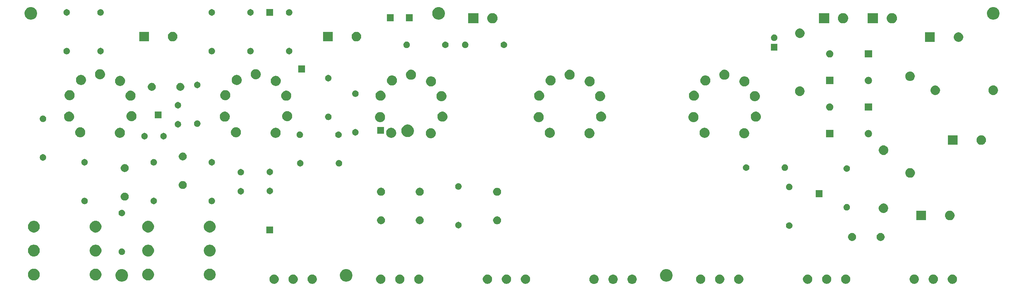
<source format=gts>
G04 #@! TF.GenerationSoftware,KiCad,Pcbnew,(5.1.4)-1*
G04 #@! TF.CreationDate,2019-12-03T00:22:22+01:00*
G04 #@! TF.ProjectId,pp,70702e6b-6963-4616-945f-706362585858,rev?*
G04 #@! TF.SameCoordinates,Original*
G04 #@! TF.FileFunction,Soldermask,Top*
G04 #@! TF.FilePolarity,Negative*
%FSLAX46Y46*%
G04 Gerber Fmt 4.6, Leading zero omitted, Abs format (unit mm)*
G04 Created by KiCad (PCBNEW (5.1.4)-1) date 2019-12-03 00:22:22*
%MOMM*%
%LPD*%
G04 APERTURE LIST*
%ADD10C,0.100000*%
G04 APERTURE END LIST*
D10*
G36*
X197135496Y-127325922D02*
G01*
X197256153Y-127349922D01*
X197348194Y-127388047D01*
X197478359Y-127441963D01*
X197678342Y-127575587D01*
X197848413Y-127745658D01*
X197982037Y-127945641D01*
X198035953Y-128075806D01*
X198064137Y-128143847D01*
X198074078Y-128167848D01*
X198121000Y-128403741D01*
X198121000Y-128644259D01*
X198074078Y-128880152D01*
X197982037Y-129102359D01*
X197848413Y-129302342D01*
X197678342Y-129472413D01*
X197478359Y-129606037D01*
X197348194Y-129659953D01*
X197256153Y-129698078D01*
X197140915Y-129721000D01*
X197020259Y-129745000D01*
X196779741Y-129745000D01*
X196659085Y-129721000D01*
X196543847Y-129698078D01*
X196451806Y-129659953D01*
X196321641Y-129606037D01*
X196121658Y-129472413D01*
X195951587Y-129302342D01*
X195817963Y-129102359D01*
X195725922Y-128880152D01*
X195679000Y-128644259D01*
X195679000Y-128403741D01*
X195725922Y-128167848D01*
X195735864Y-128143847D01*
X195764047Y-128075806D01*
X195817963Y-127945641D01*
X195951587Y-127745658D01*
X196121658Y-127575587D01*
X196321641Y-127441963D01*
X196451806Y-127388047D01*
X196543847Y-127349922D01*
X196664504Y-127325922D01*
X196779741Y-127303000D01*
X197020259Y-127303000D01*
X197135496Y-127325922D01*
X197135496Y-127325922D01*
G37*
G36*
X202135496Y-127325922D02*
G01*
X202256153Y-127349922D01*
X202348194Y-127388047D01*
X202478359Y-127441963D01*
X202678342Y-127575587D01*
X202848413Y-127745658D01*
X202982037Y-127945641D01*
X203035953Y-128075806D01*
X203064137Y-128143847D01*
X203074078Y-128167848D01*
X203121000Y-128403741D01*
X203121000Y-128644259D01*
X203074078Y-128880152D01*
X202982037Y-129102359D01*
X202848413Y-129302342D01*
X202678342Y-129472413D01*
X202478359Y-129606037D01*
X202348194Y-129659953D01*
X202256153Y-129698078D01*
X202140915Y-129721000D01*
X202020259Y-129745000D01*
X201779741Y-129745000D01*
X201659085Y-129721000D01*
X201543847Y-129698078D01*
X201451806Y-129659953D01*
X201321641Y-129606037D01*
X201121658Y-129472413D01*
X200951587Y-129302342D01*
X200817963Y-129102359D01*
X200725922Y-128880152D01*
X200679000Y-128644259D01*
X200679000Y-128403741D01*
X200725922Y-128167848D01*
X200735864Y-128143847D01*
X200764047Y-128075806D01*
X200817963Y-127945641D01*
X200951587Y-127745658D01*
X201121658Y-127575587D01*
X201321641Y-127441963D01*
X201451806Y-127388047D01*
X201543847Y-127349922D01*
X201664504Y-127325922D01*
X201779741Y-127303000D01*
X202020259Y-127303000D01*
X202135496Y-127325922D01*
X202135496Y-127325922D01*
G37*
G36*
X207135496Y-127325922D02*
G01*
X207256153Y-127349922D01*
X207348194Y-127388047D01*
X207478359Y-127441963D01*
X207678342Y-127575587D01*
X207848413Y-127745658D01*
X207982037Y-127945641D01*
X208035953Y-128075806D01*
X208064137Y-128143847D01*
X208074078Y-128167848D01*
X208121000Y-128403741D01*
X208121000Y-128644259D01*
X208074078Y-128880152D01*
X207982037Y-129102359D01*
X207848413Y-129302342D01*
X207678342Y-129472413D01*
X207478359Y-129606037D01*
X207348194Y-129659953D01*
X207256153Y-129698078D01*
X207140915Y-129721000D01*
X207020259Y-129745000D01*
X206779741Y-129745000D01*
X206659085Y-129721000D01*
X206543847Y-129698078D01*
X206451806Y-129659953D01*
X206321641Y-129606037D01*
X206121658Y-129472413D01*
X205951587Y-129302342D01*
X205817963Y-129102359D01*
X205725922Y-128880152D01*
X205679000Y-128644259D01*
X205679000Y-128403741D01*
X205725922Y-128167848D01*
X205735864Y-128143847D01*
X205764047Y-128075806D01*
X205817963Y-127945641D01*
X205951587Y-127745658D01*
X206121658Y-127575587D01*
X206321641Y-127441963D01*
X206451806Y-127388047D01*
X206543847Y-127349922D01*
X206664504Y-127325922D01*
X206779741Y-127303000D01*
X207020259Y-127303000D01*
X207135496Y-127325922D01*
X207135496Y-127325922D01*
G37*
G36*
X118256153Y-127325922D02*
G01*
X118348194Y-127364047D01*
X118478359Y-127417963D01*
X118678342Y-127551587D01*
X118848413Y-127721658D01*
X118982037Y-127921641D01*
X118991978Y-127945641D01*
X119074078Y-128143847D01*
X119121000Y-128379742D01*
X119121000Y-128620258D01*
X119074078Y-128856153D01*
X119035953Y-128948194D01*
X118982037Y-129078359D01*
X118848413Y-129278342D01*
X118678342Y-129448413D01*
X118478359Y-129582037D01*
X118348194Y-129635953D01*
X118256153Y-129674078D01*
X118138205Y-129697539D01*
X118020259Y-129721000D01*
X117779741Y-129721000D01*
X117661795Y-129697539D01*
X117543847Y-129674078D01*
X117451806Y-129635953D01*
X117321641Y-129582037D01*
X117121658Y-129448413D01*
X116951587Y-129278342D01*
X116817963Y-129078359D01*
X116764047Y-128948194D01*
X116725922Y-128856153D01*
X116679000Y-128620258D01*
X116679000Y-128379742D01*
X116725922Y-128143847D01*
X116808022Y-127945641D01*
X116817963Y-127921641D01*
X116951587Y-127721658D01*
X117121658Y-127551587D01*
X117321641Y-127417963D01*
X117451806Y-127364047D01*
X117543847Y-127325922D01*
X117779741Y-127279000D01*
X118020259Y-127279000D01*
X118256153Y-127325922D01*
X118256153Y-127325922D01*
G37*
G36*
X281356153Y-127325922D02*
G01*
X281448194Y-127364047D01*
X281578359Y-127417963D01*
X281778342Y-127551587D01*
X281948413Y-127721658D01*
X282082037Y-127921641D01*
X282091978Y-127945641D01*
X282174078Y-128143847D01*
X282221000Y-128379742D01*
X282221000Y-128620258D01*
X282174078Y-128856153D01*
X282135953Y-128948194D01*
X282082037Y-129078359D01*
X281948413Y-129278342D01*
X281778342Y-129448413D01*
X281578359Y-129582037D01*
X281448194Y-129635953D01*
X281356153Y-129674078D01*
X281238205Y-129697539D01*
X281120259Y-129721000D01*
X280879741Y-129721000D01*
X280761795Y-129697539D01*
X280643847Y-129674078D01*
X280551806Y-129635953D01*
X280421641Y-129582037D01*
X280221658Y-129448413D01*
X280051587Y-129278342D01*
X279917963Y-129078359D01*
X279864047Y-128948194D01*
X279825922Y-128856153D01*
X279779000Y-128620258D01*
X279779000Y-128379742D01*
X279825922Y-128143847D01*
X279908022Y-127945641D01*
X279917963Y-127921641D01*
X280051587Y-127721658D01*
X280221658Y-127551587D01*
X280421641Y-127417963D01*
X280551806Y-127364047D01*
X280643847Y-127325922D01*
X280879741Y-127279000D01*
X281120259Y-127279000D01*
X281356153Y-127325922D01*
X281356153Y-127325922D01*
G37*
G36*
X286356153Y-127325922D02*
G01*
X286448194Y-127364047D01*
X286578359Y-127417963D01*
X286778342Y-127551587D01*
X286948413Y-127721658D01*
X287082037Y-127921641D01*
X287091978Y-127945641D01*
X287174078Y-128143847D01*
X287221000Y-128379742D01*
X287221000Y-128620258D01*
X287174078Y-128856153D01*
X287135953Y-128948194D01*
X287082037Y-129078359D01*
X286948413Y-129278342D01*
X286778342Y-129448413D01*
X286578359Y-129582037D01*
X286448194Y-129635953D01*
X286356153Y-129674078D01*
X286238205Y-129697539D01*
X286120259Y-129721000D01*
X285879741Y-129721000D01*
X285761795Y-129697539D01*
X285643847Y-129674078D01*
X285551806Y-129635953D01*
X285421641Y-129582037D01*
X285221658Y-129448413D01*
X285051587Y-129278342D01*
X284917963Y-129078359D01*
X284864047Y-128948194D01*
X284825922Y-128856153D01*
X284779000Y-128620258D01*
X284779000Y-128379742D01*
X284825922Y-128143847D01*
X284908022Y-127945641D01*
X284917963Y-127921641D01*
X285051587Y-127721658D01*
X285221658Y-127551587D01*
X285421641Y-127417963D01*
X285551806Y-127364047D01*
X285643847Y-127325922D01*
X285879741Y-127279000D01*
X286120259Y-127279000D01*
X286356153Y-127325922D01*
X286356153Y-127325922D01*
G37*
G36*
X291356153Y-127325922D02*
G01*
X291448194Y-127364047D01*
X291578359Y-127417963D01*
X291778342Y-127551587D01*
X291948413Y-127721658D01*
X292082037Y-127921641D01*
X292091978Y-127945641D01*
X292174078Y-128143847D01*
X292221000Y-128379742D01*
X292221000Y-128620258D01*
X292174078Y-128856153D01*
X292135953Y-128948194D01*
X292082037Y-129078359D01*
X291948413Y-129278342D01*
X291778342Y-129448413D01*
X291578359Y-129582037D01*
X291448194Y-129635953D01*
X291356153Y-129674078D01*
X291238205Y-129697539D01*
X291120259Y-129721000D01*
X290879741Y-129721000D01*
X290761795Y-129697539D01*
X290643847Y-129674078D01*
X290551806Y-129635953D01*
X290421641Y-129582037D01*
X290221658Y-129448413D01*
X290051587Y-129278342D01*
X289917963Y-129078359D01*
X289864047Y-128948194D01*
X289825922Y-128856153D01*
X289779000Y-128620258D01*
X289779000Y-128379742D01*
X289825922Y-128143847D01*
X289908022Y-127945641D01*
X289917963Y-127921641D01*
X290051587Y-127721658D01*
X290221658Y-127551587D01*
X290421641Y-127417963D01*
X290551806Y-127364047D01*
X290643847Y-127325922D01*
X290879741Y-127279000D01*
X291120259Y-127279000D01*
X291356153Y-127325922D01*
X291356153Y-127325922D01*
G37*
G36*
X258356153Y-127325922D02*
G01*
X258448194Y-127364047D01*
X258578359Y-127417963D01*
X258778342Y-127551587D01*
X258948413Y-127721658D01*
X259082037Y-127921641D01*
X259091978Y-127945641D01*
X259174078Y-128143847D01*
X259221000Y-128379742D01*
X259221000Y-128620258D01*
X259174078Y-128856153D01*
X259135953Y-128948194D01*
X259082037Y-129078359D01*
X258948413Y-129278342D01*
X258778342Y-129448413D01*
X258578359Y-129582037D01*
X258448194Y-129635953D01*
X258356153Y-129674078D01*
X258238205Y-129697539D01*
X258120259Y-129721000D01*
X257879741Y-129721000D01*
X257761795Y-129697539D01*
X257643847Y-129674078D01*
X257551806Y-129635953D01*
X257421641Y-129582037D01*
X257221658Y-129448413D01*
X257051587Y-129278342D01*
X256917963Y-129078359D01*
X256864047Y-128948194D01*
X256825922Y-128856153D01*
X256779000Y-128620258D01*
X256779000Y-128379742D01*
X256825922Y-128143847D01*
X256908022Y-127945641D01*
X256917963Y-127921641D01*
X257051587Y-127721658D01*
X257221658Y-127551587D01*
X257421641Y-127417963D01*
X257551806Y-127364047D01*
X257643847Y-127325922D01*
X257879741Y-127279000D01*
X258120259Y-127279000D01*
X258356153Y-127325922D01*
X258356153Y-127325922D01*
G37*
G36*
X253356153Y-127325922D02*
G01*
X253448194Y-127364047D01*
X253578359Y-127417963D01*
X253778342Y-127551587D01*
X253948413Y-127721658D01*
X254082037Y-127921641D01*
X254091978Y-127945641D01*
X254174078Y-128143847D01*
X254221000Y-128379742D01*
X254221000Y-128620258D01*
X254174078Y-128856153D01*
X254135953Y-128948194D01*
X254082037Y-129078359D01*
X253948413Y-129278342D01*
X253778342Y-129448413D01*
X253578359Y-129582037D01*
X253448194Y-129635953D01*
X253356153Y-129674078D01*
X253238205Y-129697539D01*
X253120259Y-129721000D01*
X252879741Y-129721000D01*
X252761795Y-129697539D01*
X252643847Y-129674078D01*
X252551806Y-129635953D01*
X252421641Y-129582037D01*
X252221658Y-129448413D01*
X252051587Y-129278342D01*
X251917963Y-129078359D01*
X251864047Y-128948194D01*
X251825922Y-128856153D01*
X251779000Y-128620258D01*
X251779000Y-128379742D01*
X251825922Y-128143847D01*
X251908022Y-127945641D01*
X251917963Y-127921641D01*
X252051587Y-127721658D01*
X252221658Y-127551587D01*
X252421641Y-127417963D01*
X252551806Y-127364047D01*
X252643847Y-127325922D01*
X252879741Y-127279000D01*
X253120259Y-127279000D01*
X253356153Y-127325922D01*
X253356153Y-127325922D01*
G37*
G36*
X146256153Y-127325922D02*
G01*
X146348194Y-127364047D01*
X146478359Y-127417963D01*
X146678342Y-127551587D01*
X146848413Y-127721658D01*
X146982037Y-127921641D01*
X146991978Y-127945641D01*
X147074078Y-128143847D01*
X147121000Y-128379742D01*
X147121000Y-128620258D01*
X147074078Y-128856153D01*
X147035953Y-128948194D01*
X146982037Y-129078359D01*
X146848413Y-129278342D01*
X146678342Y-129448413D01*
X146478359Y-129582037D01*
X146348194Y-129635953D01*
X146256153Y-129674078D01*
X146138205Y-129697539D01*
X146020259Y-129721000D01*
X145779741Y-129721000D01*
X145661795Y-129697539D01*
X145543847Y-129674078D01*
X145451806Y-129635953D01*
X145321641Y-129582037D01*
X145121658Y-129448413D01*
X144951587Y-129278342D01*
X144817963Y-129078359D01*
X144764047Y-128948194D01*
X144725922Y-128856153D01*
X144679000Y-128620258D01*
X144679000Y-128379742D01*
X144725922Y-128143847D01*
X144808022Y-127945641D01*
X144817963Y-127921641D01*
X144951587Y-127721658D01*
X145121658Y-127551587D01*
X145321641Y-127417963D01*
X145451806Y-127364047D01*
X145543847Y-127325922D01*
X145779741Y-127279000D01*
X146020259Y-127279000D01*
X146256153Y-127325922D01*
X146256153Y-127325922D01*
G37*
G36*
X123256153Y-127325922D02*
G01*
X123348194Y-127364047D01*
X123478359Y-127417963D01*
X123678342Y-127551587D01*
X123848413Y-127721658D01*
X123982037Y-127921641D01*
X123991978Y-127945641D01*
X124074078Y-128143847D01*
X124121000Y-128379742D01*
X124121000Y-128620258D01*
X124074078Y-128856153D01*
X124035953Y-128948194D01*
X123982037Y-129078359D01*
X123848413Y-129278342D01*
X123678342Y-129448413D01*
X123478359Y-129582037D01*
X123348194Y-129635953D01*
X123256153Y-129674078D01*
X123138205Y-129697539D01*
X123020259Y-129721000D01*
X122779741Y-129721000D01*
X122661795Y-129697539D01*
X122543847Y-129674078D01*
X122451806Y-129635953D01*
X122321641Y-129582037D01*
X122121658Y-129448413D01*
X121951587Y-129278342D01*
X121817963Y-129078359D01*
X121764047Y-128948194D01*
X121725922Y-128856153D01*
X121679000Y-128620258D01*
X121679000Y-128379742D01*
X121725922Y-128143847D01*
X121808022Y-127945641D01*
X121817963Y-127921641D01*
X121951587Y-127721658D01*
X122121658Y-127551587D01*
X122321641Y-127417963D01*
X122451806Y-127364047D01*
X122543847Y-127325922D01*
X122779741Y-127279000D01*
X123020259Y-127279000D01*
X123256153Y-127325922D01*
X123256153Y-127325922D01*
G37*
G36*
X263356153Y-127325922D02*
G01*
X263448194Y-127364047D01*
X263578359Y-127417963D01*
X263778342Y-127551587D01*
X263948413Y-127721658D01*
X264082037Y-127921641D01*
X264091978Y-127945641D01*
X264174078Y-128143847D01*
X264221000Y-128379742D01*
X264221000Y-128620258D01*
X264174078Y-128856153D01*
X264135953Y-128948194D01*
X264082037Y-129078359D01*
X263948413Y-129278342D01*
X263778342Y-129448413D01*
X263578359Y-129582037D01*
X263448194Y-129635953D01*
X263356153Y-129674078D01*
X263238205Y-129697539D01*
X263120259Y-129721000D01*
X262879741Y-129721000D01*
X262761795Y-129697539D01*
X262643847Y-129674078D01*
X262551806Y-129635953D01*
X262421641Y-129582037D01*
X262221658Y-129448413D01*
X262051587Y-129278342D01*
X261917963Y-129078359D01*
X261864047Y-128948194D01*
X261825922Y-128856153D01*
X261779000Y-128620258D01*
X261779000Y-128379742D01*
X261825922Y-128143847D01*
X261908022Y-127945641D01*
X261917963Y-127921641D01*
X262051587Y-127721658D01*
X262221658Y-127551587D01*
X262421641Y-127417963D01*
X262551806Y-127364047D01*
X262643847Y-127325922D01*
X262879741Y-127279000D01*
X263120259Y-127279000D01*
X263356153Y-127325922D01*
X263356153Y-127325922D01*
G37*
G36*
X225256153Y-127325922D02*
G01*
X225348194Y-127364047D01*
X225478359Y-127417963D01*
X225678342Y-127551587D01*
X225848413Y-127721658D01*
X225982037Y-127921641D01*
X225991978Y-127945641D01*
X226074078Y-128143847D01*
X226121000Y-128379742D01*
X226121000Y-128620258D01*
X226074078Y-128856153D01*
X226035953Y-128948194D01*
X225982037Y-129078359D01*
X225848413Y-129278342D01*
X225678342Y-129448413D01*
X225478359Y-129582037D01*
X225348194Y-129635953D01*
X225256153Y-129674078D01*
X225138205Y-129697539D01*
X225020259Y-129721000D01*
X224779741Y-129721000D01*
X224661795Y-129697539D01*
X224543847Y-129674078D01*
X224451806Y-129635953D01*
X224321641Y-129582037D01*
X224121658Y-129448413D01*
X223951587Y-129278342D01*
X223817963Y-129078359D01*
X223764047Y-128948194D01*
X223725922Y-128856153D01*
X223679000Y-128620258D01*
X223679000Y-128379742D01*
X223725922Y-128143847D01*
X223808022Y-127945641D01*
X223817963Y-127921641D01*
X223951587Y-127721658D01*
X224121658Y-127551587D01*
X224321641Y-127417963D01*
X224451806Y-127364047D01*
X224543847Y-127325922D01*
X224779741Y-127279000D01*
X225020259Y-127279000D01*
X225256153Y-127325922D01*
X225256153Y-127325922D01*
G37*
G36*
X113256153Y-127325922D02*
G01*
X113348194Y-127364047D01*
X113478359Y-127417963D01*
X113678342Y-127551587D01*
X113848413Y-127721658D01*
X113982037Y-127921641D01*
X113991978Y-127945641D01*
X114074078Y-128143847D01*
X114121000Y-128379742D01*
X114121000Y-128620258D01*
X114074078Y-128856153D01*
X114035953Y-128948194D01*
X113982037Y-129078359D01*
X113848413Y-129278342D01*
X113678342Y-129448413D01*
X113478359Y-129582037D01*
X113348194Y-129635953D01*
X113256153Y-129674078D01*
X113138205Y-129697539D01*
X113020259Y-129721000D01*
X112779741Y-129721000D01*
X112661795Y-129697539D01*
X112543847Y-129674078D01*
X112451806Y-129635953D01*
X112321641Y-129582037D01*
X112121658Y-129448413D01*
X111951587Y-129278342D01*
X111817963Y-129078359D01*
X111764047Y-128948194D01*
X111725922Y-128856153D01*
X111679000Y-128620258D01*
X111679000Y-128379742D01*
X111725922Y-128143847D01*
X111808022Y-127945641D01*
X111817963Y-127921641D01*
X111951587Y-127721658D01*
X112121658Y-127551587D01*
X112321641Y-127417963D01*
X112451806Y-127364047D01*
X112543847Y-127325922D01*
X112779741Y-127279000D01*
X113020259Y-127279000D01*
X113256153Y-127325922D01*
X113256153Y-127325922D01*
G37*
G36*
X151256153Y-127325922D02*
G01*
X151348194Y-127364047D01*
X151478359Y-127417963D01*
X151678342Y-127551587D01*
X151848413Y-127721658D01*
X151982037Y-127921641D01*
X151991978Y-127945641D01*
X152074078Y-128143847D01*
X152121000Y-128379742D01*
X152121000Y-128620258D01*
X152074078Y-128856153D01*
X152035953Y-128948194D01*
X151982037Y-129078359D01*
X151848413Y-129278342D01*
X151678342Y-129448413D01*
X151478359Y-129582037D01*
X151348194Y-129635953D01*
X151256153Y-129674078D01*
X151138205Y-129697539D01*
X151020259Y-129721000D01*
X150779741Y-129721000D01*
X150661795Y-129697539D01*
X150543847Y-129674078D01*
X150451806Y-129635953D01*
X150321641Y-129582037D01*
X150121658Y-129448413D01*
X149951587Y-129278342D01*
X149817963Y-129078359D01*
X149764047Y-128948194D01*
X149725922Y-128856153D01*
X149679000Y-128620258D01*
X149679000Y-128379742D01*
X149725922Y-128143847D01*
X149808022Y-127945641D01*
X149817963Y-127921641D01*
X149951587Y-127721658D01*
X150121658Y-127551587D01*
X150321641Y-127417963D01*
X150451806Y-127364047D01*
X150543847Y-127325922D01*
X150779741Y-127279000D01*
X151020259Y-127279000D01*
X151256153Y-127325922D01*
X151256153Y-127325922D01*
G37*
G36*
X141256153Y-127325922D02*
G01*
X141348194Y-127364047D01*
X141478359Y-127417963D01*
X141678342Y-127551587D01*
X141848413Y-127721658D01*
X141982037Y-127921641D01*
X141991978Y-127945641D01*
X142074078Y-128143847D01*
X142121000Y-128379742D01*
X142121000Y-128620258D01*
X142074078Y-128856153D01*
X142035953Y-128948194D01*
X141982037Y-129078359D01*
X141848413Y-129278342D01*
X141678342Y-129448413D01*
X141478359Y-129582037D01*
X141348194Y-129635953D01*
X141256153Y-129674078D01*
X141138205Y-129697539D01*
X141020259Y-129721000D01*
X140779741Y-129721000D01*
X140661795Y-129697539D01*
X140543847Y-129674078D01*
X140451806Y-129635953D01*
X140321641Y-129582037D01*
X140121658Y-129448413D01*
X139951587Y-129278342D01*
X139817963Y-129078359D01*
X139764047Y-128948194D01*
X139725922Y-128856153D01*
X139679000Y-128620258D01*
X139679000Y-128379742D01*
X139725922Y-128143847D01*
X139808022Y-127945641D01*
X139817963Y-127921641D01*
X139951587Y-127721658D01*
X140121658Y-127551587D01*
X140321641Y-127417963D01*
X140451806Y-127364047D01*
X140543847Y-127325922D01*
X140779741Y-127279000D01*
X141020259Y-127279000D01*
X141256153Y-127325922D01*
X141256153Y-127325922D01*
G37*
G36*
X169266153Y-127325922D02*
G01*
X169358194Y-127364047D01*
X169488359Y-127417963D01*
X169688342Y-127551587D01*
X169858413Y-127721658D01*
X169992037Y-127921641D01*
X170001978Y-127945641D01*
X170084078Y-128143847D01*
X170131000Y-128379742D01*
X170131000Y-128620258D01*
X170084078Y-128856153D01*
X170045953Y-128948194D01*
X169992037Y-129078359D01*
X169858413Y-129278342D01*
X169688342Y-129448413D01*
X169488359Y-129582037D01*
X169358194Y-129635953D01*
X169266153Y-129674078D01*
X169148205Y-129697539D01*
X169030259Y-129721000D01*
X168789741Y-129721000D01*
X168671795Y-129697539D01*
X168553847Y-129674078D01*
X168461806Y-129635953D01*
X168331641Y-129582037D01*
X168131658Y-129448413D01*
X167961587Y-129278342D01*
X167827963Y-129078359D01*
X167774047Y-128948194D01*
X167735922Y-128856153D01*
X167689000Y-128620258D01*
X167689000Y-128379742D01*
X167735922Y-128143847D01*
X167818022Y-127945641D01*
X167827963Y-127921641D01*
X167961587Y-127721658D01*
X168131658Y-127551587D01*
X168331641Y-127417963D01*
X168461806Y-127364047D01*
X168553847Y-127325922D01*
X168789741Y-127279000D01*
X169030259Y-127279000D01*
X169266153Y-127325922D01*
X169266153Y-127325922D01*
G37*
G36*
X174266153Y-127325922D02*
G01*
X174358194Y-127364047D01*
X174488359Y-127417963D01*
X174688342Y-127551587D01*
X174858413Y-127721658D01*
X174992037Y-127921641D01*
X175001978Y-127945641D01*
X175084078Y-128143847D01*
X175131000Y-128379742D01*
X175131000Y-128620258D01*
X175084078Y-128856153D01*
X175045953Y-128948194D01*
X174992037Y-129078359D01*
X174858413Y-129278342D01*
X174688342Y-129448413D01*
X174488359Y-129582037D01*
X174358194Y-129635953D01*
X174266153Y-129674078D01*
X174148205Y-129697539D01*
X174030259Y-129721000D01*
X173789741Y-129721000D01*
X173671795Y-129697539D01*
X173553847Y-129674078D01*
X173461806Y-129635953D01*
X173331641Y-129582037D01*
X173131658Y-129448413D01*
X172961587Y-129278342D01*
X172827963Y-129078359D01*
X172774047Y-128948194D01*
X172735922Y-128856153D01*
X172689000Y-128620258D01*
X172689000Y-128379742D01*
X172735922Y-128143847D01*
X172818022Y-127945641D01*
X172827963Y-127921641D01*
X172961587Y-127721658D01*
X173131658Y-127551587D01*
X173331641Y-127417963D01*
X173461806Y-127364047D01*
X173553847Y-127325922D01*
X173789741Y-127279000D01*
X174030259Y-127279000D01*
X174266153Y-127325922D01*
X174266153Y-127325922D01*
G37*
G36*
X179266153Y-127325922D02*
G01*
X179358194Y-127364047D01*
X179488359Y-127417963D01*
X179688342Y-127551587D01*
X179858413Y-127721658D01*
X179992037Y-127921641D01*
X180001978Y-127945641D01*
X180084078Y-128143847D01*
X180131000Y-128379742D01*
X180131000Y-128620258D01*
X180084078Y-128856153D01*
X180045953Y-128948194D01*
X179992037Y-129078359D01*
X179858413Y-129278342D01*
X179688342Y-129448413D01*
X179488359Y-129582037D01*
X179358194Y-129635953D01*
X179266153Y-129674078D01*
X179148205Y-129697539D01*
X179030259Y-129721000D01*
X178789741Y-129721000D01*
X178671795Y-129697539D01*
X178553847Y-129674078D01*
X178461806Y-129635953D01*
X178331641Y-129582037D01*
X178131658Y-129448413D01*
X177961587Y-129278342D01*
X177827963Y-129078359D01*
X177774047Y-128948194D01*
X177735922Y-128856153D01*
X177689000Y-128620258D01*
X177689000Y-128379742D01*
X177735922Y-128143847D01*
X177818022Y-127945641D01*
X177827963Y-127921641D01*
X177961587Y-127721658D01*
X178131658Y-127551587D01*
X178331641Y-127417963D01*
X178461806Y-127364047D01*
X178553847Y-127325922D01*
X178789741Y-127279000D01*
X179030259Y-127279000D01*
X179266153Y-127325922D01*
X179266153Y-127325922D01*
G37*
G36*
X235256153Y-127325922D02*
G01*
X235348194Y-127364047D01*
X235478359Y-127417963D01*
X235678342Y-127551587D01*
X235848413Y-127721658D01*
X235982037Y-127921641D01*
X235991978Y-127945641D01*
X236074078Y-128143847D01*
X236121000Y-128379742D01*
X236121000Y-128620258D01*
X236074078Y-128856153D01*
X236035953Y-128948194D01*
X235982037Y-129078359D01*
X235848413Y-129278342D01*
X235678342Y-129448413D01*
X235478359Y-129582037D01*
X235348194Y-129635953D01*
X235256153Y-129674078D01*
X235138205Y-129697539D01*
X235020259Y-129721000D01*
X234779741Y-129721000D01*
X234661795Y-129697539D01*
X234543847Y-129674078D01*
X234451806Y-129635953D01*
X234321641Y-129582037D01*
X234121658Y-129448413D01*
X233951587Y-129278342D01*
X233817963Y-129078359D01*
X233764047Y-128948194D01*
X233725922Y-128856153D01*
X233679000Y-128620258D01*
X233679000Y-128379742D01*
X233725922Y-128143847D01*
X233808022Y-127945641D01*
X233817963Y-127921641D01*
X233951587Y-127721658D01*
X234121658Y-127551587D01*
X234321641Y-127417963D01*
X234451806Y-127364047D01*
X234543847Y-127325922D01*
X234779741Y-127279000D01*
X235020259Y-127279000D01*
X235256153Y-127325922D01*
X235256153Y-127325922D01*
G37*
G36*
X230256153Y-127325922D02*
G01*
X230348194Y-127364047D01*
X230478359Y-127417963D01*
X230678342Y-127551587D01*
X230848413Y-127721658D01*
X230982037Y-127921641D01*
X230991978Y-127945641D01*
X231074078Y-128143847D01*
X231121000Y-128379742D01*
X231121000Y-128620258D01*
X231074078Y-128856153D01*
X231035953Y-128948194D01*
X230982037Y-129078359D01*
X230848413Y-129278342D01*
X230678342Y-129448413D01*
X230478359Y-129582037D01*
X230348194Y-129635953D01*
X230256153Y-129674078D01*
X230138205Y-129697539D01*
X230020259Y-129721000D01*
X229779741Y-129721000D01*
X229661795Y-129697539D01*
X229543847Y-129674078D01*
X229451806Y-129635953D01*
X229321641Y-129582037D01*
X229121658Y-129448413D01*
X228951587Y-129278342D01*
X228817963Y-129078359D01*
X228764047Y-128948194D01*
X228725922Y-128856153D01*
X228679000Y-128620258D01*
X228679000Y-128379742D01*
X228725922Y-128143847D01*
X228808022Y-127945641D01*
X228817963Y-127921641D01*
X228951587Y-127721658D01*
X229121658Y-127551587D01*
X229321641Y-127417963D01*
X229451806Y-127364047D01*
X229543847Y-127325922D01*
X229779741Y-127279000D01*
X230020259Y-127279000D01*
X230256153Y-127325922D01*
X230256153Y-127325922D01*
G37*
G36*
X73273256Y-125899298D02*
G01*
X73379579Y-125920447D01*
X73680042Y-126044903D01*
X73950451Y-126225585D01*
X74180415Y-126455549D01*
X74180416Y-126455551D01*
X74361098Y-126725960D01*
X74485553Y-127026422D01*
X74545128Y-127325922D01*
X74549000Y-127345391D01*
X74549000Y-127670609D01*
X74485553Y-127989579D01*
X74361097Y-128290042D01*
X74180415Y-128560451D01*
X73950451Y-128790415D01*
X73680042Y-128971097D01*
X73379579Y-129095553D01*
X73273256Y-129116702D01*
X73060611Y-129159000D01*
X72735389Y-129159000D01*
X72522744Y-129116702D01*
X72416421Y-129095553D01*
X72115958Y-128971097D01*
X71845549Y-128790415D01*
X71615585Y-128560451D01*
X71434903Y-128290042D01*
X71310447Y-127989579D01*
X71247000Y-127670609D01*
X71247000Y-127345391D01*
X71250873Y-127325922D01*
X71310447Y-127026422D01*
X71434902Y-126725960D01*
X71615584Y-126455551D01*
X71615585Y-126455549D01*
X71845549Y-126225585D01*
X72115958Y-126044903D01*
X72416421Y-125920447D01*
X72522744Y-125899298D01*
X72735389Y-125857000D01*
X73060611Y-125857000D01*
X73273256Y-125899298D01*
X73273256Y-125899298D01*
G37*
G36*
X216275256Y-125899298D02*
G01*
X216381579Y-125920447D01*
X216682042Y-126044903D01*
X216952451Y-126225585D01*
X217182415Y-126455549D01*
X217182416Y-126455551D01*
X217363098Y-126725960D01*
X217487553Y-127026422D01*
X217547128Y-127325922D01*
X217551000Y-127345391D01*
X217551000Y-127670609D01*
X217487553Y-127989579D01*
X217363097Y-128290042D01*
X217182415Y-128560451D01*
X216952451Y-128790415D01*
X216682042Y-128971097D01*
X216381579Y-129095553D01*
X216275256Y-129116702D01*
X216062611Y-129159000D01*
X215737389Y-129159000D01*
X215524744Y-129116702D01*
X215418421Y-129095553D01*
X215117958Y-128971097D01*
X214847549Y-128790415D01*
X214617585Y-128560451D01*
X214436903Y-128290042D01*
X214312447Y-127989579D01*
X214249000Y-127670609D01*
X214249000Y-127345391D01*
X214252873Y-127325922D01*
X214312447Y-127026422D01*
X214436902Y-126725960D01*
X214617584Y-126455551D01*
X214617585Y-126455549D01*
X214847549Y-126225585D01*
X215117958Y-126044903D01*
X215418421Y-125920447D01*
X215524744Y-125899298D01*
X215737389Y-125857000D01*
X216062611Y-125857000D01*
X216275256Y-125899298D01*
X216275256Y-125899298D01*
G37*
G36*
X132201256Y-125899298D02*
G01*
X132307579Y-125920447D01*
X132608042Y-126044903D01*
X132878451Y-126225585D01*
X133108415Y-126455549D01*
X133108416Y-126455551D01*
X133289098Y-126725960D01*
X133413553Y-127026422D01*
X133473128Y-127325922D01*
X133477000Y-127345391D01*
X133477000Y-127670609D01*
X133413553Y-127989579D01*
X133289097Y-128290042D01*
X133108415Y-128560451D01*
X132878451Y-128790415D01*
X132608042Y-128971097D01*
X132307579Y-129095553D01*
X132201256Y-129116702D01*
X131988611Y-129159000D01*
X131663389Y-129159000D01*
X131450744Y-129116702D01*
X131344421Y-129095553D01*
X131043958Y-128971097D01*
X130773549Y-128790415D01*
X130543585Y-128560451D01*
X130362903Y-128290042D01*
X130238447Y-127989579D01*
X130175000Y-127670609D01*
X130175000Y-127345391D01*
X130178873Y-127325922D01*
X130238447Y-127026422D01*
X130362902Y-126725960D01*
X130543584Y-126455551D01*
X130543585Y-126455549D01*
X130773549Y-126225585D01*
X131043958Y-126044903D01*
X131344421Y-125920447D01*
X131450744Y-125899298D01*
X131663389Y-125857000D01*
X131988611Y-125857000D01*
X132201256Y-125899298D01*
X132201256Y-125899298D01*
G37*
G36*
X80102585Y-125778802D02*
G01*
X80252410Y-125808604D01*
X80534674Y-125925521D01*
X80788705Y-126095259D01*
X81004741Y-126311295D01*
X81174479Y-126565326D01*
X81291396Y-126847590D01*
X81351000Y-127147240D01*
X81351000Y-127452760D01*
X81291396Y-127752410D01*
X81174479Y-128034674D01*
X81004741Y-128288705D01*
X80788705Y-128504741D01*
X80534674Y-128674479D01*
X80252410Y-128791396D01*
X80102585Y-128821198D01*
X79952761Y-128851000D01*
X79647239Y-128851000D01*
X79497415Y-128821198D01*
X79347590Y-128791396D01*
X79065326Y-128674479D01*
X78811295Y-128504741D01*
X78595259Y-128288705D01*
X78425521Y-128034674D01*
X78308604Y-127752410D01*
X78249000Y-127452760D01*
X78249000Y-127147240D01*
X78308604Y-126847590D01*
X78425521Y-126565326D01*
X78595259Y-126311295D01*
X78811295Y-126095259D01*
X79065326Y-125925521D01*
X79347590Y-125808604D01*
X79497415Y-125778802D01*
X79647239Y-125749000D01*
X79952761Y-125749000D01*
X80102585Y-125778802D01*
X80102585Y-125778802D01*
G37*
G36*
X50102585Y-125778802D02*
G01*
X50252410Y-125808604D01*
X50534674Y-125925521D01*
X50788705Y-126095259D01*
X51004741Y-126311295D01*
X51174479Y-126565326D01*
X51291396Y-126847590D01*
X51351000Y-127147240D01*
X51351000Y-127452760D01*
X51291396Y-127752410D01*
X51174479Y-128034674D01*
X51004741Y-128288705D01*
X50788705Y-128504741D01*
X50534674Y-128674479D01*
X50252410Y-128791396D01*
X50102585Y-128821198D01*
X49952761Y-128851000D01*
X49647239Y-128851000D01*
X49497415Y-128821198D01*
X49347590Y-128791396D01*
X49065326Y-128674479D01*
X48811295Y-128504741D01*
X48595259Y-128288705D01*
X48425521Y-128034674D01*
X48308604Y-127752410D01*
X48249000Y-127452760D01*
X48249000Y-127147240D01*
X48308604Y-126847590D01*
X48425521Y-126565326D01*
X48595259Y-126311295D01*
X48811295Y-126095259D01*
X49065326Y-125925521D01*
X49347590Y-125808604D01*
X49497415Y-125778802D01*
X49647239Y-125749000D01*
X49952761Y-125749000D01*
X50102585Y-125778802D01*
X50102585Y-125778802D01*
G37*
G36*
X66302585Y-125778802D02*
G01*
X66452410Y-125808604D01*
X66734674Y-125925521D01*
X66988705Y-126095259D01*
X67204741Y-126311295D01*
X67374479Y-126565326D01*
X67491396Y-126847590D01*
X67551000Y-127147240D01*
X67551000Y-127452760D01*
X67491396Y-127752410D01*
X67374479Y-128034674D01*
X67204741Y-128288705D01*
X66988705Y-128504741D01*
X66734674Y-128674479D01*
X66452410Y-128791396D01*
X66302585Y-128821198D01*
X66152761Y-128851000D01*
X65847239Y-128851000D01*
X65697415Y-128821198D01*
X65547590Y-128791396D01*
X65265326Y-128674479D01*
X65011295Y-128504741D01*
X64795259Y-128288705D01*
X64625521Y-128034674D01*
X64508604Y-127752410D01*
X64449000Y-127452760D01*
X64449000Y-127147240D01*
X64508604Y-126847590D01*
X64625521Y-126565326D01*
X64795259Y-126311295D01*
X65011295Y-126095259D01*
X65265326Y-125925521D01*
X65547590Y-125808604D01*
X65697415Y-125778802D01*
X65847239Y-125749000D01*
X66152761Y-125749000D01*
X66302585Y-125778802D01*
X66302585Y-125778802D01*
G37*
G36*
X96302585Y-125778802D02*
G01*
X96452410Y-125808604D01*
X96734674Y-125925521D01*
X96988705Y-126095259D01*
X97204741Y-126311295D01*
X97374479Y-126565326D01*
X97491396Y-126847590D01*
X97551000Y-127147240D01*
X97551000Y-127452760D01*
X97491396Y-127752410D01*
X97374479Y-128034674D01*
X97204741Y-128288705D01*
X96988705Y-128504741D01*
X96734674Y-128674479D01*
X96452410Y-128791396D01*
X96302585Y-128821198D01*
X96152761Y-128851000D01*
X95847239Y-128851000D01*
X95697415Y-128821198D01*
X95547590Y-128791396D01*
X95265326Y-128674479D01*
X95011295Y-128504741D01*
X94795259Y-128288705D01*
X94625521Y-128034674D01*
X94508604Y-127752410D01*
X94449000Y-127452760D01*
X94449000Y-127147240D01*
X94508604Y-126847590D01*
X94625521Y-126565326D01*
X94795259Y-126311295D01*
X95011295Y-126095259D01*
X95265326Y-125925521D01*
X95547590Y-125808604D01*
X95697415Y-125778802D01*
X95847239Y-125749000D01*
X96152761Y-125749000D01*
X96302585Y-125778802D01*
X96302585Y-125778802D01*
G37*
G36*
X80102585Y-119478802D02*
G01*
X80252410Y-119508604D01*
X80534674Y-119625521D01*
X80788705Y-119795259D01*
X81004741Y-120011295D01*
X81174479Y-120265326D01*
X81291396Y-120547590D01*
X81351000Y-120847240D01*
X81351000Y-121152760D01*
X81291396Y-121452410D01*
X81174479Y-121734674D01*
X81004741Y-121988705D01*
X80788705Y-122204741D01*
X80534674Y-122374479D01*
X80252410Y-122491396D01*
X80102585Y-122521198D01*
X79952761Y-122551000D01*
X79647239Y-122551000D01*
X79497415Y-122521198D01*
X79347590Y-122491396D01*
X79065326Y-122374479D01*
X78811295Y-122204741D01*
X78595259Y-121988705D01*
X78425521Y-121734674D01*
X78308604Y-121452410D01*
X78249000Y-121152760D01*
X78249000Y-120847240D01*
X78308604Y-120547590D01*
X78425521Y-120265326D01*
X78595259Y-120011295D01*
X78811295Y-119795259D01*
X79065326Y-119625521D01*
X79347590Y-119508604D01*
X79497415Y-119478802D01*
X79647239Y-119449000D01*
X79952761Y-119449000D01*
X80102585Y-119478802D01*
X80102585Y-119478802D01*
G37*
G36*
X66302585Y-119478802D02*
G01*
X66452410Y-119508604D01*
X66734674Y-119625521D01*
X66988705Y-119795259D01*
X67204741Y-120011295D01*
X67374479Y-120265326D01*
X67491396Y-120547590D01*
X67551000Y-120847240D01*
X67551000Y-121152760D01*
X67491396Y-121452410D01*
X67374479Y-121734674D01*
X67204741Y-121988705D01*
X66988705Y-122204741D01*
X66734674Y-122374479D01*
X66452410Y-122491396D01*
X66302585Y-122521198D01*
X66152761Y-122551000D01*
X65847239Y-122551000D01*
X65697415Y-122521198D01*
X65547590Y-122491396D01*
X65265326Y-122374479D01*
X65011295Y-122204741D01*
X64795259Y-121988705D01*
X64625521Y-121734674D01*
X64508604Y-121452410D01*
X64449000Y-121152760D01*
X64449000Y-120847240D01*
X64508604Y-120547590D01*
X64625521Y-120265326D01*
X64795259Y-120011295D01*
X65011295Y-119795259D01*
X65265326Y-119625521D01*
X65547590Y-119508604D01*
X65697415Y-119478802D01*
X65847239Y-119449000D01*
X66152761Y-119449000D01*
X66302585Y-119478802D01*
X66302585Y-119478802D01*
G37*
G36*
X50102585Y-119478802D02*
G01*
X50252410Y-119508604D01*
X50534674Y-119625521D01*
X50788705Y-119795259D01*
X51004741Y-120011295D01*
X51174479Y-120265326D01*
X51291396Y-120547590D01*
X51351000Y-120847240D01*
X51351000Y-121152760D01*
X51291396Y-121452410D01*
X51174479Y-121734674D01*
X51004741Y-121988705D01*
X50788705Y-122204741D01*
X50534674Y-122374479D01*
X50252410Y-122491396D01*
X50102585Y-122521198D01*
X49952761Y-122551000D01*
X49647239Y-122551000D01*
X49497415Y-122521198D01*
X49347590Y-122491396D01*
X49065326Y-122374479D01*
X48811295Y-122204741D01*
X48595259Y-121988705D01*
X48425521Y-121734674D01*
X48308604Y-121452410D01*
X48249000Y-121152760D01*
X48249000Y-120847240D01*
X48308604Y-120547590D01*
X48425521Y-120265326D01*
X48595259Y-120011295D01*
X48811295Y-119795259D01*
X49065326Y-119625521D01*
X49347590Y-119508604D01*
X49497415Y-119478802D01*
X49647239Y-119449000D01*
X49952761Y-119449000D01*
X50102585Y-119478802D01*
X50102585Y-119478802D01*
G37*
G36*
X96302585Y-119478802D02*
G01*
X96452410Y-119508604D01*
X96734674Y-119625521D01*
X96988705Y-119795259D01*
X97204741Y-120011295D01*
X97374479Y-120265326D01*
X97491396Y-120547590D01*
X97551000Y-120847240D01*
X97551000Y-121152760D01*
X97491396Y-121452410D01*
X97374479Y-121734674D01*
X97204741Y-121988705D01*
X96988705Y-122204741D01*
X96734674Y-122374479D01*
X96452410Y-122491396D01*
X96302585Y-122521198D01*
X96152761Y-122551000D01*
X95847239Y-122551000D01*
X95697415Y-122521198D01*
X95547590Y-122491396D01*
X95265326Y-122374479D01*
X95011295Y-122204741D01*
X94795259Y-121988705D01*
X94625521Y-121734674D01*
X94508604Y-121452410D01*
X94449000Y-121152760D01*
X94449000Y-120847240D01*
X94508604Y-120547590D01*
X94625521Y-120265326D01*
X94795259Y-120011295D01*
X95011295Y-119795259D01*
X95265326Y-119625521D01*
X95547590Y-119508604D01*
X95697415Y-119478802D01*
X95847239Y-119449000D01*
X96152761Y-119449000D01*
X96302585Y-119478802D01*
X96302585Y-119478802D01*
G37*
G36*
X73146228Y-120466703D02*
G01*
X73301100Y-120530853D01*
X73440481Y-120623985D01*
X73559015Y-120742519D01*
X73652147Y-120881900D01*
X73716297Y-121036772D01*
X73749000Y-121201184D01*
X73749000Y-121368816D01*
X73716297Y-121533228D01*
X73652147Y-121688100D01*
X73559015Y-121827481D01*
X73440481Y-121946015D01*
X73301100Y-122039147D01*
X73146228Y-122103297D01*
X72981816Y-122136000D01*
X72814184Y-122136000D01*
X72649772Y-122103297D01*
X72494900Y-122039147D01*
X72355519Y-121946015D01*
X72236985Y-121827481D01*
X72143853Y-121688100D01*
X72079703Y-121533228D01*
X72047000Y-121368816D01*
X72047000Y-121201184D01*
X72079703Y-121036772D01*
X72143853Y-120881900D01*
X72236985Y-120742519D01*
X72355519Y-120623985D01*
X72494900Y-120530853D01*
X72649772Y-120466703D01*
X72814184Y-120434000D01*
X72981816Y-120434000D01*
X73146228Y-120466703D01*
X73146228Y-120466703D01*
G37*
G36*
X264974564Y-116408348D02*
G01*
X265165833Y-116487574D01*
X265165835Y-116487575D01*
X265337973Y-116602594D01*
X265484365Y-116748986D01*
X265599385Y-116921126D01*
X265678611Y-117112395D01*
X265719000Y-117315443D01*
X265719000Y-117522475D01*
X265678611Y-117725523D01*
X265599385Y-117916792D01*
X265599384Y-117916794D01*
X265484365Y-118088932D01*
X265337973Y-118235324D01*
X265165835Y-118350343D01*
X265165834Y-118350344D01*
X265165833Y-118350344D01*
X264974564Y-118429570D01*
X264771516Y-118469959D01*
X264564484Y-118469959D01*
X264361436Y-118429570D01*
X264170167Y-118350344D01*
X264170166Y-118350344D01*
X264170165Y-118350343D01*
X263998027Y-118235324D01*
X263851635Y-118088932D01*
X263736616Y-117916794D01*
X263736615Y-117916792D01*
X263657389Y-117725523D01*
X263617000Y-117522475D01*
X263617000Y-117315443D01*
X263657389Y-117112395D01*
X263736615Y-116921126D01*
X263851635Y-116748986D01*
X263998027Y-116602594D01*
X264170165Y-116487575D01*
X264170167Y-116487574D01*
X264361436Y-116408348D01*
X264564484Y-116367959D01*
X264771516Y-116367959D01*
X264974564Y-116408348D01*
X264974564Y-116408348D01*
G37*
G36*
X272474564Y-116408348D02*
G01*
X272665833Y-116487574D01*
X272665835Y-116487575D01*
X272837973Y-116602594D01*
X272984365Y-116748986D01*
X273099385Y-116921126D01*
X273178611Y-117112395D01*
X273219000Y-117315443D01*
X273219000Y-117522475D01*
X273178611Y-117725523D01*
X273099385Y-117916792D01*
X273099384Y-117916794D01*
X272984365Y-118088932D01*
X272837973Y-118235324D01*
X272665835Y-118350343D01*
X272665834Y-118350344D01*
X272665833Y-118350344D01*
X272474564Y-118429570D01*
X272271516Y-118469959D01*
X272064484Y-118469959D01*
X271861436Y-118429570D01*
X271670167Y-118350344D01*
X271670166Y-118350344D01*
X271670165Y-118350343D01*
X271498027Y-118235324D01*
X271351635Y-118088932D01*
X271236616Y-117916794D01*
X271236615Y-117916792D01*
X271157389Y-117725523D01*
X271117000Y-117522475D01*
X271117000Y-117315443D01*
X271157389Y-117112395D01*
X271236615Y-116921126D01*
X271351635Y-116748986D01*
X271498027Y-116602594D01*
X271670165Y-116487575D01*
X271670167Y-116487574D01*
X271861436Y-116408348D01*
X272064484Y-116367959D01*
X272271516Y-116367959D01*
X272474564Y-116408348D01*
X272474564Y-116408348D01*
G37*
G36*
X112661000Y-116471000D02*
G01*
X110859000Y-116471000D01*
X110859000Y-114669000D01*
X112661000Y-114669000D01*
X112661000Y-116471000D01*
X112661000Y-116471000D01*
G37*
G36*
X50102585Y-113178802D02*
G01*
X50252410Y-113208604D01*
X50534674Y-113325521D01*
X50788705Y-113495259D01*
X51004741Y-113711295D01*
X51174479Y-113965326D01*
X51291396Y-114247590D01*
X51291396Y-114247591D01*
X51351000Y-114547239D01*
X51351000Y-114852761D01*
X51341190Y-114902078D01*
X51291396Y-115152410D01*
X51174479Y-115434674D01*
X51004741Y-115688705D01*
X50788705Y-115904741D01*
X50534674Y-116074479D01*
X50252410Y-116191396D01*
X50102585Y-116221198D01*
X49952761Y-116251000D01*
X49647239Y-116251000D01*
X49497415Y-116221198D01*
X49347590Y-116191396D01*
X49065326Y-116074479D01*
X48811295Y-115904741D01*
X48595259Y-115688705D01*
X48425521Y-115434674D01*
X48308604Y-115152410D01*
X48258810Y-114902078D01*
X48249000Y-114852761D01*
X48249000Y-114547239D01*
X48308604Y-114247591D01*
X48308604Y-114247590D01*
X48425521Y-113965326D01*
X48595259Y-113711295D01*
X48811295Y-113495259D01*
X49065326Y-113325521D01*
X49347590Y-113208604D01*
X49497415Y-113178802D01*
X49647239Y-113149000D01*
X49952761Y-113149000D01*
X50102585Y-113178802D01*
X50102585Y-113178802D01*
G37*
G36*
X80102585Y-113178802D02*
G01*
X80252410Y-113208604D01*
X80534674Y-113325521D01*
X80788705Y-113495259D01*
X81004741Y-113711295D01*
X81174479Y-113965326D01*
X81291396Y-114247590D01*
X81291396Y-114247591D01*
X81351000Y-114547239D01*
X81351000Y-114852761D01*
X81341190Y-114902078D01*
X81291396Y-115152410D01*
X81174479Y-115434674D01*
X81004741Y-115688705D01*
X80788705Y-115904741D01*
X80534674Y-116074479D01*
X80252410Y-116191396D01*
X80102585Y-116221198D01*
X79952761Y-116251000D01*
X79647239Y-116251000D01*
X79497415Y-116221198D01*
X79347590Y-116191396D01*
X79065326Y-116074479D01*
X78811295Y-115904741D01*
X78595259Y-115688705D01*
X78425521Y-115434674D01*
X78308604Y-115152410D01*
X78258810Y-114902078D01*
X78249000Y-114852761D01*
X78249000Y-114547239D01*
X78308604Y-114247591D01*
X78308604Y-114247590D01*
X78425521Y-113965326D01*
X78595259Y-113711295D01*
X78811295Y-113495259D01*
X79065326Y-113325521D01*
X79347590Y-113208604D01*
X79497415Y-113178802D01*
X79647239Y-113149000D01*
X79952761Y-113149000D01*
X80102585Y-113178802D01*
X80102585Y-113178802D01*
G37*
G36*
X96302585Y-113178802D02*
G01*
X96452410Y-113208604D01*
X96734674Y-113325521D01*
X96988705Y-113495259D01*
X97204741Y-113711295D01*
X97374479Y-113965326D01*
X97491396Y-114247590D01*
X97491396Y-114247591D01*
X97551000Y-114547239D01*
X97551000Y-114852761D01*
X97541190Y-114902078D01*
X97491396Y-115152410D01*
X97374479Y-115434674D01*
X97204741Y-115688705D01*
X96988705Y-115904741D01*
X96734674Y-116074479D01*
X96452410Y-116191396D01*
X96302585Y-116221198D01*
X96152761Y-116251000D01*
X95847239Y-116251000D01*
X95697415Y-116221198D01*
X95547590Y-116191396D01*
X95265326Y-116074479D01*
X95011295Y-115904741D01*
X94795259Y-115688705D01*
X94625521Y-115434674D01*
X94508604Y-115152410D01*
X94458810Y-114902078D01*
X94449000Y-114852761D01*
X94449000Y-114547239D01*
X94508604Y-114247591D01*
X94508604Y-114247590D01*
X94625521Y-113965326D01*
X94795259Y-113711295D01*
X95011295Y-113495259D01*
X95265326Y-113325521D01*
X95547590Y-113208604D01*
X95697415Y-113178802D01*
X95847239Y-113149000D01*
X96152761Y-113149000D01*
X96302585Y-113178802D01*
X96302585Y-113178802D01*
G37*
G36*
X66302585Y-113178802D02*
G01*
X66452410Y-113208604D01*
X66734674Y-113325521D01*
X66988705Y-113495259D01*
X67204741Y-113711295D01*
X67374479Y-113965326D01*
X67491396Y-114247590D01*
X67491396Y-114247591D01*
X67551000Y-114547239D01*
X67551000Y-114852761D01*
X67541190Y-114902078D01*
X67491396Y-115152410D01*
X67374479Y-115434674D01*
X67204741Y-115688705D01*
X66988705Y-115904741D01*
X66734674Y-116074479D01*
X66452410Y-116191396D01*
X66302585Y-116221198D01*
X66152761Y-116251000D01*
X65847239Y-116251000D01*
X65697415Y-116221198D01*
X65547590Y-116191396D01*
X65265326Y-116074479D01*
X65011295Y-115904741D01*
X64795259Y-115688705D01*
X64625521Y-115434674D01*
X64508604Y-115152410D01*
X64458810Y-114902078D01*
X64449000Y-114852761D01*
X64449000Y-114547239D01*
X64508604Y-114247591D01*
X64508604Y-114247590D01*
X64625521Y-113965326D01*
X64795259Y-113711295D01*
X65011295Y-113495259D01*
X65265326Y-113325521D01*
X65547590Y-113208604D01*
X65697415Y-113178802D01*
X65847239Y-113149000D01*
X66152761Y-113149000D01*
X66302585Y-113178802D01*
X66302585Y-113178802D01*
G37*
G36*
X248324823Y-113588313D02*
G01*
X248485242Y-113636976D01*
X248603101Y-113699973D01*
X248633078Y-113715996D01*
X248762659Y-113822341D01*
X248869004Y-113951922D01*
X248874062Y-113961385D01*
X248948024Y-114099758D01*
X248996687Y-114260177D01*
X249013117Y-114427000D01*
X248996687Y-114593823D01*
X248948024Y-114754242D01*
X248900860Y-114842480D01*
X248869004Y-114902078D01*
X248762659Y-115031659D01*
X248633078Y-115138004D01*
X248633076Y-115138005D01*
X248485242Y-115217024D01*
X248324823Y-115265687D01*
X248199804Y-115278000D01*
X248116196Y-115278000D01*
X247991177Y-115265687D01*
X247830758Y-115217024D01*
X247682924Y-115138005D01*
X247682922Y-115138004D01*
X247553341Y-115031659D01*
X247446996Y-114902078D01*
X247415140Y-114842480D01*
X247367976Y-114754242D01*
X247319313Y-114593823D01*
X247302883Y-114427000D01*
X247319313Y-114260177D01*
X247367976Y-114099758D01*
X247441938Y-113961385D01*
X247446996Y-113951922D01*
X247553341Y-113822341D01*
X247682922Y-113715996D01*
X247712899Y-113699973D01*
X247830758Y-113636976D01*
X247991177Y-113588313D01*
X248116196Y-113576000D01*
X248199804Y-113576000D01*
X248324823Y-113588313D01*
X248324823Y-113588313D01*
G37*
G36*
X161538228Y-113481703D02*
G01*
X161693100Y-113545853D01*
X161832481Y-113638985D01*
X161951015Y-113757519D01*
X162044147Y-113896900D01*
X162108297Y-114051772D01*
X162141000Y-114216184D01*
X162141000Y-114383816D01*
X162108297Y-114548228D01*
X162044147Y-114703100D01*
X161951015Y-114842481D01*
X161832481Y-114961015D01*
X161693100Y-115054147D01*
X161538228Y-115118297D01*
X161373816Y-115151000D01*
X161206184Y-115151000D01*
X161041772Y-115118297D01*
X160886900Y-115054147D01*
X160747519Y-114961015D01*
X160628985Y-114842481D01*
X160535853Y-114703100D01*
X160471703Y-114548228D01*
X160439000Y-114383816D01*
X160439000Y-114216184D01*
X160471703Y-114051772D01*
X160535853Y-113896900D01*
X160628985Y-113757519D01*
X160747519Y-113638985D01*
X160886900Y-113545853D01*
X161041772Y-113481703D01*
X161206184Y-113449000D01*
X161373816Y-113449000D01*
X161538228Y-113481703D01*
X161538228Y-113481703D01*
G37*
G36*
X171756564Y-112026389D02*
G01*
X171947833Y-112105615D01*
X171947835Y-112105616D01*
X172119973Y-112220635D01*
X172266365Y-112367027D01*
X172376707Y-112532165D01*
X172381385Y-112539167D01*
X172460611Y-112730436D01*
X172501000Y-112933484D01*
X172501000Y-113140516D01*
X172460611Y-113343564D01*
X172381385Y-113534833D01*
X172381384Y-113534835D01*
X172266365Y-113706973D01*
X172119973Y-113853365D01*
X171947835Y-113968384D01*
X171947834Y-113968385D01*
X171947833Y-113968385D01*
X171756564Y-114047611D01*
X171553516Y-114088000D01*
X171346484Y-114088000D01*
X171143436Y-114047611D01*
X170952167Y-113968385D01*
X170952166Y-113968385D01*
X170952165Y-113968384D01*
X170780027Y-113853365D01*
X170633635Y-113706973D01*
X170518616Y-113534835D01*
X170518615Y-113534833D01*
X170439389Y-113343564D01*
X170399000Y-113140516D01*
X170399000Y-112933484D01*
X170439389Y-112730436D01*
X170518615Y-112539167D01*
X170523294Y-112532165D01*
X170633635Y-112367027D01*
X170780027Y-112220635D01*
X170952165Y-112105616D01*
X170952167Y-112105615D01*
X171143436Y-112026389D01*
X171346484Y-111986000D01*
X171553516Y-111986000D01*
X171756564Y-112026389D01*
X171756564Y-112026389D01*
G37*
G36*
X141276564Y-112019389D02*
G01*
X141467833Y-112098615D01*
X141467835Y-112098616D01*
X141478311Y-112105616D01*
X141639973Y-112213635D01*
X141786365Y-112360027D01*
X141901385Y-112532167D01*
X141980611Y-112723436D01*
X142021000Y-112926484D01*
X142021000Y-113133516D01*
X141980611Y-113336564D01*
X141914877Y-113495260D01*
X141901384Y-113527835D01*
X141786365Y-113699973D01*
X141639973Y-113846365D01*
X141467835Y-113961384D01*
X141467834Y-113961385D01*
X141467833Y-113961385D01*
X141276564Y-114040611D01*
X141073516Y-114081000D01*
X140866484Y-114081000D01*
X140663436Y-114040611D01*
X140472167Y-113961385D01*
X140472166Y-113961385D01*
X140472165Y-113961384D01*
X140300027Y-113846365D01*
X140153635Y-113699973D01*
X140038616Y-113527835D01*
X140025123Y-113495260D01*
X139959389Y-113336564D01*
X139919000Y-113133516D01*
X139919000Y-112926484D01*
X139959389Y-112723436D01*
X140038615Y-112532167D01*
X140153635Y-112360027D01*
X140300027Y-112213635D01*
X140461689Y-112105616D01*
X140472165Y-112098616D01*
X140472167Y-112098615D01*
X140663436Y-112019389D01*
X140866484Y-111979000D01*
X141073516Y-111979000D01*
X141276564Y-112019389D01*
X141276564Y-112019389D01*
G37*
G36*
X151436564Y-112019389D02*
G01*
X151627833Y-112098615D01*
X151627835Y-112098616D01*
X151638311Y-112105616D01*
X151799973Y-112213635D01*
X151946365Y-112360027D01*
X152061385Y-112532167D01*
X152140611Y-112723436D01*
X152181000Y-112926484D01*
X152181000Y-113133516D01*
X152140611Y-113336564D01*
X152074877Y-113495260D01*
X152061384Y-113527835D01*
X151946365Y-113699973D01*
X151799973Y-113846365D01*
X151627835Y-113961384D01*
X151627834Y-113961385D01*
X151627833Y-113961385D01*
X151436564Y-114040611D01*
X151233516Y-114081000D01*
X151026484Y-114081000D01*
X150823436Y-114040611D01*
X150632167Y-113961385D01*
X150632166Y-113961385D01*
X150632165Y-113961384D01*
X150460027Y-113846365D01*
X150313635Y-113699973D01*
X150198616Y-113527835D01*
X150185123Y-113495260D01*
X150119389Y-113336564D01*
X150079000Y-113133516D01*
X150079000Y-112926484D01*
X150119389Y-112723436D01*
X150198615Y-112532167D01*
X150313635Y-112360027D01*
X150460027Y-112213635D01*
X150621689Y-112105616D01*
X150632165Y-112098616D01*
X150632167Y-112098615D01*
X150823436Y-112019389D01*
X151026484Y-111979000D01*
X151233516Y-111979000D01*
X151436564Y-112019389D01*
X151436564Y-112019389D01*
G37*
G36*
X284080000Y-113011000D02*
G01*
X281578000Y-113011000D01*
X281578000Y-110509000D01*
X284080000Y-110509000D01*
X284080000Y-113011000D01*
X284080000Y-113011000D01*
G37*
G36*
X290693903Y-110557075D02*
G01*
X290921571Y-110651378D01*
X291126466Y-110788285D01*
X291300715Y-110962534D01*
X291437622Y-111167429D01*
X291437623Y-111167431D01*
X291531925Y-111395097D01*
X291580000Y-111636786D01*
X291580000Y-111883214D01*
X291552913Y-112019389D01*
X291531925Y-112124903D01*
X291437622Y-112352571D01*
X291300715Y-112557466D01*
X291126466Y-112731715D01*
X290921571Y-112868622D01*
X290921570Y-112868623D01*
X290921569Y-112868623D01*
X290693903Y-112962925D01*
X290452214Y-113011000D01*
X290205786Y-113011000D01*
X289964097Y-112962925D01*
X289736431Y-112868623D01*
X289736430Y-112868623D01*
X289736429Y-112868622D01*
X289531534Y-112731715D01*
X289357285Y-112557466D01*
X289220378Y-112352571D01*
X289126075Y-112124903D01*
X289105087Y-112019389D01*
X289078000Y-111883214D01*
X289078000Y-111636786D01*
X289126075Y-111395097D01*
X289220377Y-111167431D01*
X289220378Y-111167429D01*
X289357285Y-110962534D01*
X289531534Y-110788285D01*
X289736429Y-110651378D01*
X289964097Y-110557075D01*
X290205786Y-110509000D01*
X290452214Y-110509000D01*
X290693903Y-110557075D01*
X290693903Y-110557075D01*
G37*
G36*
X73064823Y-110286313D02*
G01*
X73225242Y-110334976D01*
X73357906Y-110405886D01*
X73373078Y-110413996D01*
X73502659Y-110520341D01*
X73609004Y-110649922D01*
X73609005Y-110649924D01*
X73688024Y-110797758D01*
X73736687Y-110958177D01*
X73753117Y-111125000D01*
X73736687Y-111291823D01*
X73688024Y-111452242D01*
X73617114Y-111584906D01*
X73609004Y-111600078D01*
X73502659Y-111729659D01*
X73373078Y-111836004D01*
X73373076Y-111836005D01*
X73225242Y-111915024D01*
X73064823Y-111963687D01*
X72939804Y-111976000D01*
X72856196Y-111976000D01*
X72731177Y-111963687D01*
X72570758Y-111915024D01*
X72422924Y-111836005D01*
X72422922Y-111836004D01*
X72293341Y-111729659D01*
X72186996Y-111600078D01*
X72178886Y-111584906D01*
X72107976Y-111452242D01*
X72059313Y-111291823D01*
X72042883Y-111125000D01*
X72059313Y-110958177D01*
X72107976Y-110797758D01*
X72186995Y-110649924D01*
X72186996Y-110649922D01*
X72293341Y-110520341D01*
X72422922Y-110413996D01*
X72438094Y-110405886D01*
X72570758Y-110334976D01*
X72731177Y-110286313D01*
X72856196Y-110274000D01*
X72939804Y-110274000D01*
X73064823Y-110286313D01*
X73064823Y-110286313D01*
G37*
G36*
X273287903Y-108652075D02*
G01*
X273500234Y-108740025D01*
X273515571Y-108746378D01*
X273720466Y-108883285D01*
X273894715Y-109057534D01*
X273988505Y-109197900D01*
X274031623Y-109262431D01*
X274125925Y-109490097D01*
X274174000Y-109731786D01*
X274174000Y-109978214D01*
X274125925Y-110219903D01*
X274043334Y-110419297D01*
X274031622Y-110447571D01*
X273894715Y-110652466D01*
X273720466Y-110826715D01*
X273515571Y-110963622D01*
X273515570Y-110963623D01*
X273515569Y-110963623D01*
X273287903Y-111057925D01*
X273046214Y-111106000D01*
X272799786Y-111106000D01*
X272558097Y-111057925D01*
X272330431Y-110963623D01*
X272330430Y-110963623D01*
X272330429Y-110963622D01*
X272125534Y-110826715D01*
X271951285Y-110652466D01*
X271814378Y-110447571D01*
X271802667Y-110419297D01*
X271720075Y-110219903D01*
X271672000Y-109978214D01*
X271672000Y-109731786D01*
X271720075Y-109490097D01*
X271814377Y-109262431D01*
X271857495Y-109197900D01*
X271951285Y-109057534D01*
X272125534Y-108883285D01*
X272330429Y-108746378D01*
X272345767Y-108740025D01*
X272558097Y-108652075D01*
X272799786Y-108604000D01*
X273046214Y-108604000D01*
X273287903Y-108652075D01*
X273287903Y-108652075D01*
G37*
G36*
X263519228Y-108782703D02*
G01*
X263674100Y-108846853D01*
X263813481Y-108939985D01*
X263932015Y-109058519D01*
X264025147Y-109197900D01*
X264089297Y-109352772D01*
X264122000Y-109517184D01*
X264122000Y-109684816D01*
X264089297Y-109849228D01*
X264025147Y-110004100D01*
X263932015Y-110143481D01*
X263813481Y-110262015D01*
X263674100Y-110355147D01*
X263519228Y-110419297D01*
X263354816Y-110452000D01*
X263187184Y-110452000D01*
X263022772Y-110419297D01*
X262867900Y-110355147D01*
X262728519Y-110262015D01*
X262609985Y-110143481D01*
X262516853Y-110004100D01*
X262452703Y-109849228D01*
X262420000Y-109684816D01*
X262420000Y-109517184D01*
X262452703Y-109352772D01*
X262516853Y-109197900D01*
X262609985Y-109058519D01*
X262728519Y-108939985D01*
X262867900Y-108846853D01*
X263022772Y-108782703D01*
X263187184Y-108750000D01*
X263354816Y-108750000D01*
X263519228Y-108782703D01*
X263519228Y-108782703D01*
G37*
G36*
X96686823Y-107111313D02*
G01*
X96847242Y-107159976D01*
X96914361Y-107195852D01*
X96995078Y-107238996D01*
X97124659Y-107345341D01*
X97231004Y-107474922D01*
X97231005Y-107474924D01*
X97310024Y-107622758D01*
X97358687Y-107783177D01*
X97375117Y-107950000D01*
X97358687Y-108116823D01*
X97310024Y-108277242D01*
X97269477Y-108353100D01*
X97231004Y-108425078D01*
X97124659Y-108554659D01*
X96995078Y-108661004D01*
X96995076Y-108661005D01*
X96847242Y-108740024D01*
X96686823Y-108788687D01*
X96561804Y-108801000D01*
X96478196Y-108801000D01*
X96353177Y-108788687D01*
X96192758Y-108740024D01*
X96044924Y-108661005D01*
X96044922Y-108661004D01*
X95915341Y-108554659D01*
X95808996Y-108425078D01*
X95770523Y-108353100D01*
X95729976Y-108277242D01*
X95681313Y-108116823D01*
X95664883Y-107950000D01*
X95681313Y-107783177D01*
X95729976Y-107622758D01*
X95808995Y-107474924D01*
X95808996Y-107474922D01*
X95915341Y-107345341D01*
X96044922Y-107238996D01*
X96125639Y-107195852D01*
X96192758Y-107159976D01*
X96353177Y-107111313D01*
X96478196Y-107099000D01*
X96561804Y-107099000D01*
X96686823Y-107111313D01*
X96686823Y-107111313D01*
G37*
G36*
X81528228Y-107131703D02*
G01*
X81683100Y-107195853D01*
X81822481Y-107288985D01*
X81941015Y-107407519D01*
X82034147Y-107546900D01*
X82098297Y-107701772D01*
X82131000Y-107866184D01*
X82131000Y-108033816D01*
X82098297Y-108198228D01*
X82034147Y-108353100D01*
X81941015Y-108492481D01*
X81822481Y-108611015D01*
X81683100Y-108704147D01*
X81528228Y-108768297D01*
X81363816Y-108801000D01*
X81196184Y-108801000D01*
X81031772Y-108768297D01*
X80876900Y-108704147D01*
X80737519Y-108611015D01*
X80618985Y-108492481D01*
X80525853Y-108353100D01*
X80461703Y-108198228D01*
X80429000Y-108033816D01*
X80429000Y-107866184D01*
X80461703Y-107701772D01*
X80525853Y-107546900D01*
X80618985Y-107407519D01*
X80737519Y-107288985D01*
X80876900Y-107195853D01*
X81031772Y-107131703D01*
X81196184Y-107099000D01*
X81363816Y-107099000D01*
X81528228Y-107131703D01*
X81528228Y-107131703D01*
G37*
G36*
X63285823Y-107111313D02*
G01*
X63446242Y-107159976D01*
X63513361Y-107195852D01*
X63594078Y-107238996D01*
X63723659Y-107345341D01*
X63830004Y-107474922D01*
X63830005Y-107474924D01*
X63909024Y-107622758D01*
X63957687Y-107783177D01*
X63974117Y-107950000D01*
X63957687Y-108116823D01*
X63909024Y-108277242D01*
X63868477Y-108353100D01*
X63830004Y-108425078D01*
X63723659Y-108554659D01*
X63594078Y-108661004D01*
X63594076Y-108661005D01*
X63446242Y-108740024D01*
X63285823Y-108788687D01*
X63160804Y-108801000D01*
X63077196Y-108801000D01*
X62952177Y-108788687D01*
X62791758Y-108740024D01*
X62643924Y-108661005D01*
X62643922Y-108661004D01*
X62514341Y-108554659D01*
X62407996Y-108425078D01*
X62369523Y-108353100D01*
X62328976Y-108277242D01*
X62280313Y-108116823D01*
X62263883Y-107950000D01*
X62280313Y-107783177D01*
X62328976Y-107622758D01*
X62407995Y-107474924D01*
X62407996Y-107474922D01*
X62514341Y-107345341D01*
X62643922Y-107238996D01*
X62724639Y-107195852D01*
X62791758Y-107159976D01*
X62952177Y-107111313D01*
X63077196Y-107099000D01*
X63160804Y-107099000D01*
X63285823Y-107111313D01*
X63285823Y-107111313D01*
G37*
G36*
X73966564Y-105803389D02*
G01*
X74133367Y-105872481D01*
X74157835Y-105882616D01*
X74262394Y-105952480D01*
X74329973Y-105997635D01*
X74476365Y-106144027D01*
X74591385Y-106316167D01*
X74670611Y-106507436D01*
X74711000Y-106710484D01*
X74711000Y-106917516D01*
X74670611Y-107120564D01*
X74639425Y-107195853D01*
X74591384Y-107311835D01*
X74476365Y-107483973D01*
X74329973Y-107630365D01*
X74157835Y-107745384D01*
X74157834Y-107745385D01*
X74157833Y-107745385D01*
X73966564Y-107824611D01*
X73763516Y-107865000D01*
X73556484Y-107865000D01*
X73353436Y-107824611D01*
X73162167Y-107745385D01*
X73162166Y-107745385D01*
X73162165Y-107745384D01*
X72990027Y-107630365D01*
X72843635Y-107483973D01*
X72728616Y-107311835D01*
X72680575Y-107195853D01*
X72649389Y-107120564D01*
X72609000Y-106917516D01*
X72609000Y-106710484D01*
X72649389Y-106507436D01*
X72728615Y-106316167D01*
X72843635Y-106144027D01*
X72990027Y-105997635D01*
X73057606Y-105952480D01*
X73162165Y-105882616D01*
X73186633Y-105872481D01*
X73353436Y-105803389D01*
X73556484Y-105763000D01*
X73763516Y-105763000D01*
X73966564Y-105803389D01*
X73966564Y-105803389D01*
G37*
G36*
X256933000Y-106946000D02*
G01*
X255131000Y-106946000D01*
X255131000Y-105144000D01*
X256933000Y-105144000D01*
X256933000Y-106946000D01*
X256933000Y-106946000D01*
G37*
G36*
X171756564Y-104526389D02*
G01*
X171947833Y-104605615D01*
X171947835Y-104605616D01*
X172119973Y-104720635D01*
X172266365Y-104867027D01*
X172376707Y-105032165D01*
X172381385Y-105039167D01*
X172460611Y-105230436D01*
X172501000Y-105433484D01*
X172501000Y-105640516D01*
X172460611Y-105843564D01*
X172381385Y-106034833D01*
X172381384Y-106034835D01*
X172266365Y-106206973D01*
X172119973Y-106353365D01*
X171947835Y-106468384D01*
X171947834Y-106468385D01*
X171947833Y-106468385D01*
X171756564Y-106547611D01*
X171553516Y-106588000D01*
X171346484Y-106588000D01*
X171143436Y-106547611D01*
X170952167Y-106468385D01*
X170952166Y-106468385D01*
X170952165Y-106468384D01*
X170780027Y-106353365D01*
X170633635Y-106206973D01*
X170518616Y-106034835D01*
X170518615Y-106034833D01*
X170439389Y-105843564D01*
X170399000Y-105640516D01*
X170399000Y-105433484D01*
X170439389Y-105230436D01*
X170518615Y-105039167D01*
X170523294Y-105032165D01*
X170633635Y-104867027D01*
X170780027Y-104720635D01*
X170952165Y-104605616D01*
X170952167Y-104605615D01*
X171143436Y-104526389D01*
X171346484Y-104486000D01*
X171553516Y-104486000D01*
X171756564Y-104526389D01*
X171756564Y-104526389D01*
G37*
G36*
X151436564Y-104519389D02*
G01*
X151627833Y-104598615D01*
X151627835Y-104598616D01*
X151799973Y-104713635D01*
X151946365Y-104860027D01*
X152054023Y-105021148D01*
X152061385Y-105032167D01*
X152140611Y-105223436D01*
X152181000Y-105426484D01*
X152181000Y-105633516D01*
X152140611Y-105836564D01*
X152076635Y-105991015D01*
X152061384Y-106027835D01*
X151946365Y-106199973D01*
X151799973Y-106346365D01*
X151627835Y-106461384D01*
X151627834Y-106461385D01*
X151627833Y-106461385D01*
X151436564Y-106540611D01*
X151233516Y-106581000D01*
X151026484Y-106581000D01*
X150823436Y-106540611D01*
X150632167Y-106461385D01*
X150632166Y-106461385D01*
X150632165Y-106461384D01*
X150460027Y-106346365D01*
X150313635Y-106199973D01*
X150198616Y-106027835D01*
X150183365Y-105991015D01*
X150119389Y-105836564D01*
X150079000Y-105633516D01*
X150079000Y-105426484D01*
X150119389Y-105223436D01*
X150198615Y-105032167D01*
X150205978Y-105021148D01*
X150313635Y-104860027D01*
X150460027Y-104713635D01*
X150632165Y-104598616D01*
X150632167Y-104598615D01*
X150823436Y-104519389D01*
X151026484Y-104479000D01*
X151233516Y-104479000D01*
X151436564Y-104519389D01*
X151436564Y-104519389D01*
G37*
G36*
X141276564Y-104519389D02*
G01*
X141467833Y-104598615D01*
X141467835Y-104598616D01*
X141639973Y-104713635D01*
X141786365Y-104860027D01*
X141894023Y-105021148D01*
X141901385Y-105032167D01*
X141980611Y-105223436D01*
X142021000Y-105426484D01*
X142021000Y-105633516D01*
X141980611Y-105836564D01*
X141916635Y-105991015D01*
X141901384Y-106027835D01*
X141786365Y-106199973D01*
X141639973Y-106346365D01*
X141467835Y-106461384D01*
X141467834Y-106461385D01*
X141467833Y-106461385D01*
X141276564Y-106540611D01*
X141073516Y-106581000D01*
X140866484Y-106581000D01*
X140663436Y-106540611D01*
X140472167Y-106461385D01*
X140472166Y-106461385D01*
X140472165Y-106461384D01*
X140300027Y-106346365D01*
X140153635Y-106199973D01*
X140038616Y-106027835D01*
X140023365Y-105991015D01*
X139959389Y-105836564D01*
X139919000Y-105633516D01*
X139919000Y-105426484D01*
X139959389Y-105223436D01*
X140038615Y-105032167D01*
X140045978Y-105021148D01*
X140153635Y-104860027D01*
X140300027Y-104713635D01*
X140472165Y-104598616D01*
X140472167Y-104598615D01*
X140663436Y-104519389D01*
X140866484Y-104479000D01*
X141073516Y-104479000D01*
X141276564Y-104519389D01*
X141276564Y-104519389D01*
G37*
G36*
X104388228Y-104591703D02*
G01*
X104543100Y-104655853D01*
X104682481Y-104748985D01*
X104801015Y-104867519D01*
X104894147Y-105006900D01*
X104958297Y-105161772D01*
X104991000Y-105326184D01*
X104991000Y-105493816D01*
X104958297Y-105658228D01*
X104894147Y-105813100D01*
X104801015Y-105952481D01*
X104682481Y-106071015D01*
X104543100Y-106164147D01*
X104388228Y-106228297D01*
X104223816Y-106261000D01*
X104056184Y-106261000D01*
X103891772Y-106228297D01*
X103736900Y-106164147D01*
X103597519Y-106071015D01*
X103478985Y-105952481D01*
X103385853Y-105813100D01*
X103321703Y-105658228D01*
X103289000Y-105493816D01*
X103289000Y-105326184D01*
X103321703Y-105161772D01*
X103385853Y-105006900D01*
X103478985Y-104867519D01*
X103597519Y-104748985D01*
X103736900Y-104655853D01*
X103891772Y-104591703D01*
X104056184Y-104559000D01*
X104223816Y-104559000D01*
X104388228Y-104591703D01*
X104388228Y-104591703D01*
G37*
G36*
X112008228Y-104511703D02*
G01*
X112163100Y-104575853D01*
X112302481Y-104668985D01*
X112421015Y-104787519D01*
X112514147Y-104926900D01*
X112578297Y-105081772D01*
X112611000Y-105246184D01*
X112611000Y-105413816D01*
X112578297Y-105578228D01*
X112514147Y-105733100D01*
X112421015Y-105872481D01*
X112302481Y-105991015D01*
X112163100Y-106084147D01*
X112008228Y-106148297D01*
X111843816Y-106181000D01*
X111676184Y-106181000D01*
X111511772Y-106148297D01*
X111356900Y-106084147D01*
X111217519Y-105991015D01*
X111098985Y-105872481D01*
X111005853Y-105733100D01*
X110941703Y-105578228D01*
X110909000Y-105413816D01*
X110909000Y-105246184D01*
X110941703Y-105081772D01*
X111005853Y-104926900D01*
X111098985Y-104787519D01*
X111217519Y-104668985D01*
X111356900Y-104575853D01*
X111511772Y-104511703D01*
X111676184Y-104479000D01*
X111843816Y-104479000D01*
X112008228Y-104511703D01*
X112008228Y-104511703D01*
G37*
G36*
X248406228Y-103448703D02*
G01*
X248561100Y-103512853D01*
X248700481Y-103605985D01*
X248819015Y-103724519D01*
X248912147Y-103863900D01*
X248976297Y-104018772D01*
X249009000Y-104183184D01*
X249009000Y-104350816D01*
X248976297Y-104515228D01*
X248912147Y-104670100D01*
X248819015Y-104809481D01*
X248700481Y-104928015D01*
X248561100Y-105021147D01*
X248406228Y-105085297D01*
X248241816Y-105118000D01*
X248074184Y-105118000D01*
X247909772Y-105085297D01*
X247754900Y-105021147D01*
X247615519Y-104928015D01*
X247496985Y-104809481D01*
X247403853Y-104670100D01*
X247339703Y-104515228D01*
X247307000Y-104350816D01*
X247307000Y-104183184D01*
X247339703Y-104018772D01*
X247403853Y-103863900D01*
X247496985Y-103724519D01*
X247615519Y-103605985D01*
X247754900Y-103512853D01*
X247909772Y-103448703D01*
X248074184Y-103416000D01*
X248241816Y-103416000D01*
X248406228Y-103448703D01*
X248406228Y-103448703D01*
G37*
G36*
X161456823Y-103301313D02*
G01*
X161617242Y-103349976D01*
X161740764Y-103416000D01*
X161765078Y-103428996D01*
X161894659Y-103535341D01*
X162001004Y-103664922D01*
X162001005Y-103664924D01*
X162080024Y-103812758D01*
X162128687Y-103973177D01*
X162145117Y-104140000D01*
X162128687Y-104306823D01*
X162080024Y-104467242D01*
X162030978Y-104559000D01*
X162001004Y-104615078D01*
X161894659Y-104744659D01*
X161765078Y-104851004D01*
X161765076Y-104851005D01*
X161617242Y-104930024D01*
X161456823Y-104978687D01*
X161331804Y-104991000D01*
X161248196Y-104991000D01*
X161123177Y-104978687D01*
X160962758Y-104930024D01*
X160814924Y-104851005D01*
X160814922Y-104851004D01*
X160685341Y-104744659D01*
X160578996Y-104615078D01*
X160549022Y-104559000D01*
X160499976Y-104467242D01*
X160451313Y-104306823D01*
X160434883Y-104140000D01*
X160451313Y-103973177D01*
X160499976Y-103812758D01*
X160578995Y-103664924D01*
X160578996Y-103664922D01*
X160685341Y-103535341D01*
X160814922Y-103428996D01*
X160839236Y-103416000D01*
X160962758Y-103349976D01*
X161123177Y-103301313D01*
X161248196Y-103289000D01*
X161331804Y-103289000D01*
X161456823Y-103301313D01*
X161456823Y-103301313D01*
G37*
G36*
X89206564Y-102755389D02*
G01*
X89397833Y-102834615D01*
X89397835Y-102834616D01*
X89569973Y-102949635D01*
X89716365Y-103096027D01*
X89831385Y-103268167D01*
X89910611Y-103459436D01*
X89951000Y-103662484D01*
X89951000Y-103869516D01*
X89910611Y-104072564D01*
X89864790Y-104183185D01*
X89831384Y-104263835D01*
X89716365Y-104435973D01*
X89569973Y-104582365D01*
X89397835Y-104697384D01*
X89397834Y-104697385D01*
X89397833Y-104697385D01*
X89206564Y-104776611D01*
X89003516Y-104817000D01*
X88796484Y-104817000D01*
X88593436Y-104776611D01*
X88402167Y-104697385D01*
X88402166Y-104697385D01*
X88402165Y-104697384D01*
X88230027Y-104582365D01*
X88083635Y-104435973D01*
X87968616Y-104263835D01*
X87935210Y-104183185D01*
X87889389Y-104072564D01*
X87849000Y-103869516D01*
X87849000Y-103662484D01*
X87889389Y-103459436D01*
X87968615Y-103268167D01*
X88083635Y-103096027D01*
X88230027Y-102949635D01*
X88402165Y-102834616D01*
X88402167Y-102834615D01*
X88593436Y-102755389D01*
X88796484Y-102715000D01*
X89003516Y-102715000D01*
X89206564Y-102755389D01*
X89206564Y-102755389D01*
G37*
G36*
X280135898Y-99353823D02*
G01*
X280272903Y-99381075D01*
X280500571Y-99475378D01*
X280705466Y-99612285D01*
X280879715Y-99786534D01*
X281011640Y-99983973D01*
X281016623Y-99991431D01*
X281110925Y-100219097D01*
X281159000Y-100460786D01*
X281159000Y-100707214D01*
X281110925Y-100948903D01*
X281028334Y-101148297D01*
X281016622Y-101176571D01*
X280879715Y-101381466D01*
X280705466Y-101555715D01*
X280500571Y-101692622D01*
X280500570Y-101692623D01*
X280500569Y-101692623D01*
X280272903Y-101786925D01*
X280031214Y-101835000D01*
X279784786Y-101835000D01*
X279543097Y-101786925D01*
X279315431Y-101692623D01*
X279315430Y-101692623D01*
X279315429Y-101692622D01*
X279110534Y-101555715D01*
X278936285Y-101381466D01*
X278799378Y-101176571D01*
X278787667Y-101148297D01*
X278705075Y-100948903D01*
X278657000Y-100707214D01*
X278657000Y-100460786D01*
X278705075Y-100219097D01*
X278799377Y-99991431D01*
X278804360Y-99983973D01*
X278936285Y-99786534D01*
X279110534Y-99612285D01*
X279315429Y-99475378D01*
X279543097Y-99381075D01*
X279680102Y-99353823D01*
X279784786Y-99333000D01*
X280031214Y-99333000D01*
X280135898Y-99353823D01*
X280135898Y-99353823D01*
G37*
G36*
X104388228Y-99591703D02*
G01*
X104543100Y-99655853D01*
X104682481Y-99748985D01*
X104801015Y-99867519D01*
X104894147Y-100006900D01*
X104958297Y-100161772D01*
X104991000Y-100326184D01*
X104991000Y-100493816D01*
X104958297Y-100658228D01*
X104894147Y-100813100D01*
X104801015Y-100952481D01*
X104682481Y-101071015D01*
X104543100Y-101164147D01*
X104388228Y-101228297D01*
X104223816Y-101261000D01*
X104056184Y-101261000D01*
X103891772Y-101228297D01*
X103736900Y-101164147D01*
X103597519Y-101071015D01*
X103478985Y-100952481D01*
X103385853Y-100813100D01*
X103321703Y-100658228D01*
X103289000Y-100493816D01*
X103289000Y-100326184D01*
X103321703Y-100161772D01*
X103385853Y-100006900D01*
X103478985Y-99867519D01*
X103597519Y-99748985D01*
X103736900Y-99655853D01*
X103891772Y-99591703D01*
X104056184Y-99559000D01*
X104223816Y-99559000D01*
X104388228Y-99591703D01*
X104388228Y-99591703D01*
G37*
G36*
X112008228Y-99511703D02*
G01*
X112163100Y-99575853D01*
X112302481Y-99668985D01*
X112421015Y-99787519D01*
X112514147Y-99926900D01*
X112578297Y-100081772D01*
X112611000Y-100246184D01*
X112611000Y-100413816D01*
X112578297Y-100578228D01*
X112514147Y-100733100D01*
X112421015Y-100872481D01*
X112302481Y-100991015D01*
X112163100Y-101084147D01*
X112008228Y-101148297D01*
X111843816Y-101181000D01*
X111676184Y-101181000D01*
X111511772Y-101148297D01*
X111356900Y-101084147D01*
X111217519Y-100991015D01*
X111098985Y-100872481D01*
X111005853Y-100733100D01*
X110941703Y-100578228D01*
X110909000Y-100413816D01*
X110909000Y-100246184D01*
X110941703Y-100081772D01*
X111005853Y-99926900D01*
X111098985Y-99787519D01*
X111217519Y-99668985D01*
X111356900Y-99575853D01*
X111511772Y-99511703D01*
X111676184Y-99479000D01*
X111843816Y-99479000D01*
X112008228Y-99511703D01*
X112008228Y-99511703D01*
G37*
G36*
X73966564Y-98303389D02*
G01*
X74130376Y-98371242D01*
X74157835Y-98382616D01*
X74329973Y-98497635D01*
X74476365Y-98644027D01*
X74579345Y-98798147D01*
X74591385Y-98816167D01*
X74670611Y-99007436D01*
X74711000Y-99210484D01*
X74711000Y-99417516D01*
X74670611Y-99620564D01*
X74625496Y-99729481D01*
X74591384Y-99811835D01*
X74476365Y-99983973D01*
X74329973Y-100130365D01*
X74157835Y-100245384D01*
X74157834Y-100245385D01*
X74157833Y-100245385D01*
X73966564Y-100324611D01*
X73763516Y-100365000D01*
X73556484Y-100365000D01*
X73353436Y-100324611D01*
X73162167Y-100245385D01*
X73162166Y-100245385D01*
X73162165Y-100245384D01*
X72990027Y-100130365D01*
X72843635Y-99983973D01*
X72728616Y-99811835D01*
X72694504Y-99729481D01*
X72649389Y-99620564D01*
X72609000Y-99417516D01*
X72609000Y-99210484D01*
X72649389Y-99007436D01*
X72728615Y-98816167D01*
X72740656Y-98798147D01*
X72843635Y-98644027D01*
X72990027Y-98497635D01*
X73162165Y-98382616D01*
X73189624Y-98371242D01*
X73353436Y-98303389D01*
X73556484Y-98263000D01*
X73763516Y-98263000D01*
X73966564Y-98303389D01*
X73966564Y-98303389D01*
G37*
G36*
X263437823Y-98602313D02*
G01*
X263598242Y-98650976D01*
X263730906Y-98721886D01*
X263746078Y-98729996D01*
X263875659Y-98836341D01*
X263982004Y-98965922D01*
X263982005Y-98965924D01*
X264061024Y-99113758D01*
X264109687Y-99274177D01*
X264126117Y-99441000D01*
X264109687Y-99607823D01*
X264061024Y-99768242D01*
X264048507Y-99791659D01*
X263982004Y-99916078D01*
X263875659Y-100045659D01*
X263746078Y-100152004D01*
X263746076Y-100152005D01*
X263598242Y-100231024D01*
X263437823Y-100279687D01*
X263312804Y-100292000D01*
X263229196Y-100292000D01*
X263104177Y-100279687D01*
X262943758Y-100231024D01*
X262795924Y-100152005D01*
X262795922Y-100152004D01*
X262666341Y-100045659D01*
X262559996Y-99916078D01*
X262493493Y-99791659D01*
X262480976Y-99768242D01*
X262432313Y-99607823D01*
X262415883Y-99441000D01*
X262432313Y-99274177D01*
X262480976Y-99113758D01*
X262559995Y-98965924D01*
X262559996Y-98965922D01*
X262666341Y-98836341D01*
X262795922Y-98729996D01*
X262811094Y-98721886D01*
X262943758Y-98650976D01*
X263104177Y-98602313D01*
X263229196Y-98590000D01*
X263312804Y-98590000D01*
X263437823Y-98602313D01*
X263437823Y-98602313D01*
G37*
G36*
X237021823Y-98348313D02*
G01*
X237182242Y-98396976D01*
X237314906Y-98467886D01*
X237330078Y-98475996D01*
X237459659Y-98582341D01*
X237566004Y-98711922D01*
X237566005Y-98711924D01*
X237645024Y-98859758D01*
X237645025Y-98859761D01*
X237654083Y-98889620D01*
X237693687Y-99020177D01*
X237710117Y-99187000D01*
X237693687Y-99353823D01*
X237645024Y-99514242D01*
X237604477Y-99590100D01*
X237566004Y-99662078D01*
X237459659Y-99791659D01*
X237330078Y-99898004D01*
X237330076Y-99898005D01*
X237182242Y-99977024D01*
X237021823Y-100025687D01*
X236896804Y-100038000D01*
X236813196Y-100038000D01*
X236688177Y-100025687D01*
X236527758Y-99977024D01*
X236379924Y-99898005D01*
X236379922Y-99898004D01*
X236250341Y-99791659D01*
X236143996Y-99662078D01*
X236105523Y-99590100D01*
X236064976Y-99514242D01*
X236016313Y-99353823D01*
X235999883Y-99187000D01*
X236016313Y-99020177D01*
X236055917Y-98889620D01*
X236064975Y-98859761D01*
X236064976Y-98859758D01*
X236143995Y-98711924D01*
X236143996Y-98711922D01*
X236250341Y-98582341D01*
X236379922Y-98475996D01*
X236395094Y-98467886D01*
X236527758Y-98396976D01*
X236688177Y-98348313D01*
X236813196Y-98336000D01*
X236896804Y-98336000D01*
X237021823Y-98348313D01*
X237021823Y-98348313D01*
G37*
G36*
X247263228Y-98368703D02*
G01*
X247418100Y-98432853D01*
X247557481Y-98525985D01*
X247676015Y-98644519D01*
X247769147Y-98783900D01*
X247833297Y-98938772D01*
X247866000Y-99103184D01*
X247866000Y-99270816D01*
X247833297Y-99435228D01*
X247769147Y-99590100D01*
X247676015Y-99729481D01*
X247557481Y-99848015D01*
X247418100Y-99941147D01*
X247263228Y-100005297D01*
X247098816Y-100038000D01*
X246931184Y-100038000D01*
X246766772Y-100005297D01*
X246611900Y-99941147D01*
X246472519Y-99848015D01*
X246353985Y-99729481D01*
X246260853Y-99590100D01*
X246196703Y-99435228D01*
X246164000Y-99270816D01*
X246164000Y-99103184D01*
X246196703Y-98938772D01*
X246260853Y-98783900D01*
X246353985Y-98644519D01*
X246472519Y-98525985D01*
X246611900Y-98432853D01*
X246766772Y-98368703D01*
X246931184Y-98336000D01*
X247098816Y-98336000D01*
X247263228Y-98368703D01*
X247263228Y-98368703D01*
G37*
G36*
X130087823Y-97205313D02*
G01*
X130248242Y-97253976D01*
X130366151Y-97317000D01*
X130396078Y-97332996D01*
X130525659Y-97439341D01*
X130632004Y-97568922D01*
X130632005Y-97568924D01*
X130711024Y-97716758D01*
X130759687Y-97877177D01*
X130776117Y-98044000D01*
X130759687Y-98210823D01*
X130731607Y-98303389D01*
X130717980Y-98348313D01*
X130711024Y-98371242D01*
X130670477Y-98447100D01*
X130632004Y-98519078D01*
X130525659Y-98648659D01*
X130396078Y-98755004D01*
X130396076Y-98755005D01*
X130248242Y-98834024D01*
X130087823Y-98882687D01*
X129962804Y-98895000D01*
X129879196Y-98895000D01*
X129754177Y-98882687D01*
X129593758Y-98834024D01*
X129445924Y-98755005D01*
X129445922Y-98755004D01*
X129316341Y-98648659D01*
X129209996Y-98519078D01*
X129171523Y-98447100D01*
X129130976Y-98371242D01*
X129124021Y-98348313D01*
X129110393Y-98303389D01*
X129082313Y-98210823D01*
X129065883Y-98044000D01*
X129082313Y-97877177D01*
X129130976Y-97716758D01*
X129209995Y-97568924D01*
X129209996Y-97568922D01*
X129316341Y-97439341D01*
X129445922Y-97332996D01*
X129475849Y-97317000D01*
X129593758Y-97253976D01*
X129754177Y-97205313D01*
X129879196Y-97193000D01*
X129962804Y-97193000D01*
X130087823Y-97205313D01*
X130087823Y-97205313D01*
G37*
G36*
X120009228Y-97225703D02*
G01*
X120164100Y-97289853D01*
X120303481Y-97382985D01*
X120422015Y-97501519D01*
X120515147Y-97640900D01*
X120579297Y-97795772D01*
X120612000Y-97960184D01*
X120612000Y-98127816D01*
X120579297Y-98292228D01*
X120515147Y-98447100D01*
X120422015Y-98586481D01*
X120303481Y-98705015D01*
X120164100Y-98798147D01*
X120009228Y-98862297D01*
X119844816Y-98895000D01*
X119677184Y-98895000D01*
X119512772Y-98862297D01*
X119357900Y-98798147D01*
X119218519Y-98705015D01*
X119099985Y-98586481D01*
X119006853Y-98447100D01*
X118942703Y-98292228D01*
X118910000Y-98127816D01*
X118910000Y-97960184D01*
X118942703Y-97795772D01*
X119006853Y-97640900D01*
X119099985Y-97501519D01*
X119218519Y-97382985D01*
X119357900Y-97289853D01*
X119512772Y-97225703D01*
X119677184Y-97193000D01*
X119844816Y-97193000D01*
X120009228Y-97225703D01*
X120009228Y-97225703D01*
G37*
G36*
X63367228Y-96971703D02*
G01*
X63522100Y-97035853D01*
X63661481Y-97128985D01*
X63780015Y-97247519D01*
X63873147Y-97386900D01*
X63937297Y-97541772D01*
X63970000Y-97706184D01*
X63970000Y-97873816D01*
X63937297Y-98038228D01*
X63873147Y-98193100D01*
X63780015Y-98332481D01*
X63661481Y-98451015D01*
X63522100Y-98544147D01*
X63367228Y-98608297D01*
X63202816Y-98641000D01*
X63035184Y-98641000D01*
X62870772Y-98608297D01*
X62715900Y-98544147D01*
X62576519Y-98451015D01*
X62457985Y-98332481D01*
X62364853Y-98193100D01*
X62300703Y-98038228D01*
X62268000Y-97873816D01*
X62268000Y-97706184D01*
X62300703Y-97541772D01*
X62364853Y-97386900D01*
X62457985Y-97247519D01*
X62576519Y-97128985D01*
X62715900Y-97035853D01*
X62870772Y-96971703D01*
X63035184Y-96939000D01*
X63202816Y-96939000D01*
X63367228Y-96971703D01*
X63367228Y-96971703D01*
G37*
G36*
X81446823Y-96951313D02*
G01*
X81607242Y-96999976D01*
X81739906Y-97070886D01*
X81755078Y-97078996D01*
X81884659Y-97185341D01*
X81991004Y-97314922D01*
X81991005Y-97314924D01*
X82070024Y-97462758D01*
X82118687Y-97623177D01*
X82135117Y-97790000D01*
X82118687Y-97956823D01*
X82070024Y-98117242D01*
X82029477Y-98193100D01*
X81991004Y-98265078D01*
X81884659Y-98394659D01*
X81755078Y-98501004D01*
X81755076Y-98501005D01*
X81607242Y-98580024D01*
X81446823Y-98628687D01*
X81321804Y-98641000D01*
X81238196Y-98641000D01*
X81113177Y-98628687D01*
X80952758Y-98580024D01*
X80804924Y-98501005D01*
X80804922Y-98501004D01*
X80675341Y-98394659D01*
X80568996Y-98265078D01*
X80530523Y-98193100D01*
X80489976Y-98117242D01*
X80441313Y-97956823D01*
X80424883Y-97790000D01*
X80441313Y-97623177D01*
X80489976Y-97462758D01*
X80568995Y-97314924D01*
X80568996Y-97314922D01*
X80675341Y-97185341D01*
X80804922Y-97078996D01*
X80820094Y-97070886D01*
X80952758Y-96999976D01*
X81113177Y-96951313D01*
X81238196Y-96939000D01*
X81321804Y-96939000D01*
X81446823Y-96951313D01*
X81446823Y-96951313D01*
G37*
G36*
X96768228Y-96971703D02*
G01*
X96923100Y-97035853D01*
X97062481Y-97128985D01*
X97181015Y-97247519D01*
X97274147Y-97386900D01*
X97338297Y-97541772D01*
X97371000Y-97706184D01*
X97371000Y-97873816D01*
X97338297Y-98038228D01*
X97274147Y-98193100D01*
X97181015Y-98332481D01*
X97062481Y-98451015D01*
X96923100Y-98544147D01*
X96768228Y-98608297D01*
X96603816Y-98641000D01*
X96436184Y-98641000D01*
X96271772Y-98608297D01*
X96116900Y-98544147D01*
X95977519Y-98451015D01*
X95858985Y-98332481D01*
X95765853Y-98193100D01*
X95701703Y-98038228D01*
X95669000Y-97873816D01*
X95669000Y-97706184D01*
X95701703Y-97541772D01*
X95765853Y-97386900D01*
X95858985Y-97247519D01*
X95977519Y-97128985D01*
X96116900Y-97035853D01*
X96271772Y-96971703D01*
X96436184Y-96939000D01*
X96603816Y-96939000D01*
X96768228Y-96971703D01*
X96768228Y-96971703D01*
G37*
G36*
X52445228Y-95701703D02*
G01*
X52600100Y-95765853D01*
X52739481Y-95858985D01*
X52858015Y-95977519D01*
X52951147Y-96116900D01*
X53015297Y-96271772D01*
X53048000Y-96436184D01*
X53048000Y-96603816D01*
X53015297Y-96768228D01*
X52951147Y-96923100D01*
X52858015Y-97062481D01*
X52739481Y-97181015D01*
X52600100Y-97274147D01*
X52445228Y-97338297D01*
X52280816Y-97371000D01*
X52113184Y-97371000D01*
X51948772Y-97338297D01*
X51793900Y-97274147D01*
X51654519Y-97181015D01*
X51535985Y-97062481D01*
X51442853Y-96923100D01*
X51378703Y-96768228D01*
X51346000Y-96603816D01*
X51346000Y-96436184D01*
X51378703Y-96271772D01*
X51442853Y-96116900D01*
X51535985Y-95977519D01*
X51654519Y-95858985D01*
X51793900Y-95765853D01*
X51948772Y-95701703D01*
X52113184Y-95669000D01*
X52280816Y-95669000D01*
X52445228Y-95701703D01*
X52445228Y-95701703D01*
G37*
G36*
X89206564Y-95255389D02*
G01*
X89346569Y-95313381D01*
X89397835Y-95334616D01*
X89569973Y-95449635D01*
X89716365Y-95596027D01*
X89829839Y-95765852D01*
X89831385Y-95768167D01*
X89910611Y-95959436D01*
X89951000Y-96162484D01*
X89951000Y-96369516D01*
X89910611Y-96572564D01*
X89897666Y-96603815D01*
X89831384Y-96763835D01*
X89716365Y-96935973D01*
X89569973Y-97082365D01*
X89397835Y-97197384D01*
X89397834Y-97197385D01*
X89397833Y-97197385D01*
X89206564Y-97276611D01*
X89003516Y-97317000D01*
X88796484Y-97317000D01*
X88593436Y-97276611D01*
X88402167Y-97197385D01*
X88402166Y-97197385D01*
X88402165Y-97197384D01*
X88230027Y-97082365D01*
X88083635Y-96935973D01*
X87968616Y-96763835D01*
X87902334Y-96603815D01*
X87889389Y-96572564D01*
X87849000Y-96369516D01*
X87849000Y-96162484D01*
X87889389Y-95959436D01*
X87968615Y-95768167D01*
X87970162Y-95765852D01*
X88083635Y-95596027D01*
X88230027Y-95449635D01*
X88402165Y-95334616D01*
X88453431Y-95313381D01*
X88593436Y-95255389D01*
X88796484Y-95215000D01*
X89003516Y-95215000D01*
X89206564Y-95255389D01*
X89206564Y-95255389D01*
G37*
G36*
X273168239Y-93382101D02*
G01*
X273404053Y-93453634D01*
X273621381Y-93569799D01*
X273811871Y-93726129D01*
X273968201Y-93916619D01*
X274084366Y-94133947D01*
X274155899Y-94369761D01*
X274180053Y-94615000D01*
X274155899Y-94860239D01*
X274084366Y-95096053D01*
X273968201Y-95313381D01*
X273811871Y-95503871D01*
X273621381Y-95660201D01*
X273404053Y-95776366D01*
X273168239Y-95847899D01*
X272984457Y-95866000D01*
X272861543Y-95866000D01*
X272677761Y-95847899D01*
X272441947Y-95776366D01*
X272224619Y-95660201D01*
X272034129Y-95503871D01*
X271877799Y-95313381D01*
X271761634Y-95096053D01*
X271690101Y-94860239D01*
X271665947Y-94615000D01*
X271690101Y-94369761D01*
X271761634Y-94133947D01*
X271877799Y-93916619D01*
X272034129Y-93726129D01*
X272224619Y-93569799D01*
X272441947Y-93453634D01*
X272677761Y-93382101D01*
X272861543Y-93364000D01*
X272984457Y-93364000D01*
X273168239Y-93382101D01*
X273168239Y-93382101D01*
G37*
G36*
X292335000Y-93199000D02*
G01*
X289833000Y-93199000D01*
X289833000Y-90697000D01*
X292335000Y-90697000D01*
X292335000Y-93199000D01*
X292335000Y-93199000D01*
G37*
G36*
X298948903Y-90745075D02*
G01*
X299071191Y-90795728D01*
X299176571Y-90839378D01*
X299381466Y-90976285D01*
X299555715Y-91150534D01*
X299692622Y-91355429D01*
X299692623Y-91355431D01*
X299741935Y-91474481D01*
X299786925Y-91583097D01*
X299835000Y-91824787D01*
X299835000Y-92071213D01*
X299786925Y-92312903D01*
X299692622Y-92540571D01*
X299555715Y-92745466D01*
X299381466Y-92919715D01*
X299176571Y-93056622D01*
X299176570Y-93056623D01*
X299176569Y-93056623D01*
X298948903Y-93150925D01*
X298707214Y-93199000D01*
X298460786Y-93199000D01*
X298219097Y-93150925D01*
X297991431Y-93056623D01*
X297991430Y-93056623D01*
X297991429Y-93056622D01*
X297786534Y-92919715D01*
X297612285Y-92745466D01*
X297475378Y-92540571D01*
X297381075Y-92312903D01*
X297333000Y-92071213D01*
X297333000Y-91824787D01*
X297381075Y-91583097D01*
X297426065Y-91474481D01*
X297475377Y-91355431D01*
X297475378Y-91355429D01*
X297612285Y-91150534D01*
X297786534Y-90976285D01*
X297991429Y-90839378D01*
X298096810Y-90795728D01*
X298219097Y-90745075D01*
X298460786Y-90697000D01*
X298707214Y-90697000D01*
X298948903Y-90745075D01*
X298948903Y-90745075D01*
G37*
G36*
X79115228Y-90113703D02*
G01*
X79270100Y-90177853D01*
X79409481Y-90270985D01*
X79528015Y-90389519D01*
X79621147Y-90528900D01*
X79685297Y-90683772D01*
X79718000Y-90848184D01*
X79718000Y-91015816D01*
X79685297Y-91180228D01*
X79621147Y-91335100D01*
X79528015Y-91474481D01*
X79409481Y-91593015D01*
X79270100Y-91686147D01*
X79115228Y-91750297D01*
X78950816Y-91783000D01*
X78783184Y-91783000D01*
X78618772Y-91750297D01*
X78463900Y-91686147D01*
X78324519Y-91593015D01*
X78205985Y-91474481D01*
X78112853Y-91335100D01*
X78048703Y-91180228D01*
X78016000Y-91015816D01*
X78016000Y-90848184D01*
X78048703Y-90683772D01*
X78112853Y-90528900D01*
X78205985Y-90389519D01*
X78324519Y-90270985D01*
X78463900Y-90177853D01*
X78618772Y-90113703D01*
X78783184Y-90081000D01*
X78950816Y-90081000D01*
X79115228Y-90113703D01*
X79115228Y-90113703D01*
G37*
G36*
X84115228Y-90113703D02*
G01*
X84270100Y-90177853D01*
X84409481Y-90270985D01*
X84528015Y-90389519D01*
X84621147Y-90528900D01*
X84685297Y-90683772D01*
X84718000Y-90848184D01*
X84718000Y-91015816D01*
X84685297Y-91180228D01*
X84621147Y-91335100D01*
X84528015Y-91474481D01*
X84409481Y-91593015D01*
X84270100Y-91686147D01*
X84115228Y-91750297D01*
X83950816Y-91783000D01*
X83783184Y-91783000D01*
X83618772Y-91750297D01*
X83463900Y-91686147D01*
X83324519Y-91593015D01*
X83205985Y-91474481D01*
X83112853Y-91335100D01*
X83048703Y-91180228D01*
X83016000Y-91015816D01*
X83016000Y-90848184D01*
X83048703Y-90683772D01*
X83112853Y-90528900D01*
X83205985Y-90389519D01*
X83324519Y-90270985D01*
X83463900Y-90177853D01*
X83618772Y-90113703D01*
X83783184Y-90081000D01*
X83950816Y-90081000D01*
X84115228Y-90113703D01*
X84115228Y-90113703D01*
G37*
G36*
X195954466Y-88872344D02*
G01*
X196092322Y-88899765D01*
X196233148Y-88958097D01*
X196332727Y-88999344D01*
X196332728Y-88999345D01*
X196549089Y-89143912D01*
X196733088Y-89327911D01*
X196827658Y-89469446D01*
X196877656Y-89544273D01*
X196895887Y-89588288D01*
X196977235Y-89784678D01*
X196988238Y-89839995D01*
X197028000Y-90039891D01*
X197028000Y-90300109D01*
X197024223Y-90319097D01*
X196977235Y-90555322D01*
X196929846Y-90669728D01*
X196877656Y-90795727D01*
X196863164Y-90817416D01*
X196733088Y-91012089D01*
X196549089Y-91196088D01*
X196404521Y-91292685D01*
X196332727Y-91340656D01*
X196233148Y-91381903D01*
X196092322Y-91440235D01*
X195964714Y-91465618D01*
X195837109Y-91491000D01*
X195576891Y-91491000D01*
X195449286Y-91465618D01*
X195321678Y-91440235D01*
X195180852Y-91381903D01*
X195081273Y-91340656D01*
X195009479Y-91292685D01*
X194864911Y-91196088D01*
X194680912Y-91012089D01*
X194550836Y-90817416D01*
X194536344Y-90795727D01*
X194484154Y-90669728D01*
X194436765Y-90555322D01*
X194389777Y-90319097D01*
X194386000Y-90300109D01*
X194386000Y-90039891D01*
X194425762Y-89839995D01*
X194436765Y-89784678D01*
X194518113Y-89588288D01*
X194536344Y-89544273D01*
X194586342Y-89469446D01*
X194680912Y-89327911D01*
X194864911Y-89143912D01*
X195081272Y-88999345D01*
X195081273Y-88999344D01*
X195180852Y-88958097D01*
X195321678Y-88899765D01*
X195459534Y-88872344D01*
X195576891Y-88849000D01*
X195837109Y-88849000D01*
X195954466Y-88872344D01*
X195954466Y-88872344D01*
G37*
G36*
X236594466Y-88872344D02*
G01*
X236732322Y-88899765D01*
X236873148Y-88958097D01*
X236972727Y-88999344D01*
X236972728Y-88999345D01*
X237189089Y-89143912D01*
X237373088Y-89327911D01*
X237467658Y-89469446D01*
X237517656Y-89544273D01*
X237535887Y-89588288D01*
X237617235Y-89784678D01*
X237628238Y-89839995D01*
X237668000Y-90039891D01*
X237668000Y-90300109D01*
X237664223Y-90319097D01*
X237617235Y-90555322D01*
X237569846Y-90669728D01*
X237517656Y-90795727D01*
X237503164Y-90817416D01*
X237373088Y-91012089D01*
X237189089Y-91196088D01*
X237044521Y-91292685D01*
X236972727Y-91340656D01*
X236873148Y-91381903D01*
X236732322Y-91440235D01*
X236604714Y-91465618D01*
X236477109Y-91491000D01*
X236216891Y-91491000D01*
X236089286Y-91465618D01*
X235961678Y-91440235D01*
X235820852Y-91381903D01*
X235721273Y-91340656D01*
X235649479Y-91292685D01*
X235504911Y-91196088D01*
X235320912Y-91012089D01*
X235190836Y-90817416D01*
X235176344Y-90795727D01*
X235124154Y-90669728D01*
X235076765Y-90555322D01*
X235029777Y-90319097D01*
X235026000Y-90300109D01*
X235026000Y-90039891D01*
X235065762Y-89839995D01*
X235076765Y-89784678D01*
X235158113Y-89588288D01*
X235176344Y-89544273D01*
X235226342Y-89469446D01*
X235320912Y-89327911D01*
X235504911Y-89143912D01*
X235721272Y-88999345D01*
X235721273Y-88999344D01*
X235820852Y-88958097D01*
X235961678Y-88899765D01*
X236099534Y-88872344D01*
X236216891Y-88849000D01*
X236477109Y-88849000D01*
X236594466Y-88872344D01*
X236594466Y-88872344D01*
G37*
G36*
X154298466Y-88872344D02*
G01*
X154436322Y-88899765D01*
X154577148Y-88958097D01*
X154676727Y-88999344D01*
X154676728Y-88999345D01*
X154893089Y-89143912D01*
X155077088Y-89327911D01*
X155171658Y-89469446D01*
X155221656Y-89544273D01*
X155239887Y-89588288D01*
X155321235Y-89784678D01*
X155332238Y-89839995D01*
X155372000Y-90039891D01*
X155372000Y-90300109D01*
X155368223Y-90319097D01*
X155321235Y-90555322D01*
X155273846Y-90669728D01*
X155221656Y-90795727D01*
X155207164Y-90817416D01*
X155077088Y-91012089D01*
X154893089Y-91196088D01*
X154748521Y-91292685D01*
X154676727Y-91340656D01*
X154577148Y-91381903D01*
X154436322Y-91440235D01*
X154308714Y-91465618D01*
X154181109Y-91491000D01*
X153920891Y-91491000D01*
X153793286Y-91465618D01*
X153665678Y-91440235D01*
X153524852Y-91381903D01*
X153425273Y-91340656D01*
X153353479Y-91292685D01*
X153208911Y-91196088D01*
X153024912Y-91012089D01*
X152894836Y-90817416D01*
X152880344Y-90795727D01*
X152828154Y-90669728D01*
X152780765Y-90555322D01*
X152733777Y-90319097D01*
X152730000Y-90300109D01*
X152730000Y-90039891D01*
X152769762Y-89839995D01*
X152780765Y-89784678D01*
X152862113Y-89588288D01*
X152880344Y-89544273D01*
X152930342Y-89469446D01*
X153024912Y-89327911D01*
X153208911Y-89143912D01*
X153425272Y-88999345D01*
X153425273Y-88999344D01*
X153524852Y-88958097D01*
X153665678Y-88899765D01*
X153803534Y-88872344D01*
X153920891Y-88849000D01*
X154181109Y-88849000D01*
X154298466Y-88872344D01*
X154298466Y-88872344D01*
G37*
G36*
X129960823Y-89712313D02*
G01*
X130121242Y-89760976D01*
X130169729Y-89786893D01*
X130269078Y-89839996D01*
X130398659Y-89946341D01*
X130505004Y-90075922D01*
X130507718Y-90081000D01*
X130584024Y-90223758D01*
X130632687Y-90384177D01*
X130649117Y-90551000D01*
X130632687Y-90717823D01*
X130584024Y-90878242D01*
X130543477Y-90954100D01*
X130505004Y-91026078D01*
X130398659Y-91155659D01*
X130269078Y-91262004D01*
X130269076Y-91262005D01*
X130121242Y-91341024D01*
X129960823Y-91389687D01*
X129835804Y-91402000D01*
X129752196Y-91402000D01*
X129627177Y-91389687D01*
X129466758Y-91341024D01*
X129318924Y-91262005D01*
X129318922Y-91262004D01*
X129189341Y-91155659D01*
X129082996Y-91026078D01*
X129044523Y-90954100D01*
X129003976Y-90878242D01*
X128955313Y-90717823D01*
X128938883Y-90551000D01*
X128955313Y-90384177D01*
X129003976Y-90223758D01*
X129080282Y-90081000D01*
X129082996Y-90075922D01*
X129189341Y-89946341D01*
X129318922Y-89839996D01*
X129418271Y-89786893D01*
X129466758Y-89760976D01*
X129627177Y-89712313D01*
X129752196Y-89700000D01*
X129835804Y-89700000D01*
X129960823Y-89712313D01*
X129960823Y-89712313D01*
G37*
G36*
X119882228Y-89732703D02*
G01*
X120037100Y-89796853D01*
X120176481Y-89889985D01*
X120295015Y-90008519D01*
X120388147Y-90147900D01*
X120452297Y-90302772D01*
X120485000Y-90467184D01*
X120485000Y-90634816D01*
X120452297Y-90799228D01*
X120388147Y-90954100D01*
X120295015Y-91093481D01*
X120176481Y-91212015D01*
X120037100Y-91305147D01*
X119882228Y-91369297D01*
X119717816Y-91402000D01*
X119550184Y-91402000D01*
X119385772Y-91369297D01*
X119230900Y-91305147D01*
X119091519Y-91212015D01*
X118972985Y-91093481D01*
X118879853Y-90954100D01*
X118815703Y-90799228D01*
X118783000Y-90634816D01*
X118783000Y-90467184D01*
X118815703Y-90302772D01*
X118879853Y-90147900D01*
X118972985Y-90008519D01*
X119091519Y-89889985D01*
X119230900Y-89796853D01*
X119385772Y-89732703D01*
X119550184Y-89700000D01*
X119717816Y-89700000D01*
X119882228Y-89732703D01*
X119882228Y-89732703D01*
G37*
G36*
X113526439Y-88745344D02*
G01*
X113669322Y-88773765D01*
X113810148Y-88832097D01*
X113909727Y-88873344D01*
X113936019Y-88890912D01*
X114126089Y-89017912D01*
X114310088Y-89201911D01*
X114369129Y-89290273D01*
X114454656Y-89418273D01*
X114475852Y-89469446D01*
X114554235Y-89658678D01*
X114564904Y-89712314D01*
X114605000Y-89913891D01*
X114605000Y-90174109D01*
X114587119Y-90264000D01*
X114554235Y-90429322D01*
X114507261Y-90542727D01*
X114454656Y-90669727D01*
X114445272Y-90683771D01*
X114310088Y-90886089D01*
X114126089Y-91070088D01*
X114047569Y-91122553D01*
X113909727Y-91214656D01*
X113855783Y-91237000D01*
X113669322Y-91314235D01*
X113541715Y-91339617D01*
X113414109Y-91365000D01*
X113153891Y-91365000D01*
X113026285Y-91339617D01*
X112898678Y-91314235D01*
X112712217Y-91237000D01*
X112658273Y-91214656D01*
X112520431Y-91122553D01*
X112441911Y-91070088D01*
X112257912Y-90886089D01*
X112122728Y-90683771D01*
X112113344Y-90669727D01*
X112060739Y-90542727D01*
X112013765Y-90429322D01*
X111980881Y-90264000D01*
X111963000Y-90174109D01*
X111963000Y-89913891D01*
X112003096Y-89712314D01*
X112013765Y-89658678D01*
X112092148Y-89469446D01*
X112113344Y-89418273D01*
X112198871Y-89290273D01*
X112257912Y-89201911D01*
X112441911Y-89017912D01*
X112631981Y-88890912D01*
X112658273Y-88873344D01*
X112757852Y-88832097D01*
X112898678Y-88773765D01*
X113041561Y-88745344D01*
X113153891Y-88723000D01*
X113414109Y-88723000D01*
X113526439Y-88745344D01*
X113526439Y-88745344D01*
G37*
G36*
X185540466Y-88745344D02*
G01*
X185678322Y-88772765D01*
X185819148Y-88831097D01*
X185918727Y-88872344D01*
X185920225Y-88873345D01*
X186135089Y-89016912D01*
X186319088Y-89200911D01*
X186393983Y-89313000D01*
X186463656Y-89417273D01*
X186485267Y-89469447D01*
X186563235Y-89657678D01*
X186583782Y-89760975D01*
X186614000Y-89912891D01*
X186614000Y-90173109D01*
X186594531Y-90270985D01*
X186563235Y-90428322D01*
X186504903Y-90569148D01*
X186463656Y-90668727D01*
X186430851Y-90717823D01*
X186319088Y-90885089D01*
X186135089Y-91069088D01*
X186018697Y-91146858D01*
X185918727Y-91213656D01*
X185819148Y-91254903D01*
X185678322Y-91313235D01*
X185568413Y-91335097D01*
X185423109Y-91364000D01*
X185162891Y-91364000D01*
X185017587Y-91335097D01*
X184907678Y-91313235D01*
X184766852Y-91254903D01*
X184667273Y-91213656D01*
X184567303Y-91146858D01*
X184450911Y-91069088D01*
X184266912Y-90885089D01*
X184155149Y-90717823D01*
X184122344Y-90668727D01*
X184081097Y-90569148D01*
X184022765Y-90428322D01*
X183991469Y-90270985D01*
X183972000Y-90173109D01*
X183972000Y-89912891D01*
X184002218Y-89760975D01*
X184022765Y-89657678D01*
X184100733Y-89469447D01*
X184122344Y-89417273D01*
X184192017Y-89313000D01*
X184266912Y-89200911D01*
X184450911Y-89016912D01*
X184665775Y-88873345D01*
X184667273Y-88872344D01*
X184766852Y-88831097D01*
X184907678Y-88772765D01*
X185045534Y-88745344D01*
X185162891Y-88722000D01*
X185423109Y-88722000D01*
X185540466Y-88745344D01*
X185540466Y-88745344D01*
G37*
G36*
X143884466Y-88745344D02*
G01*
X144022322Y-88772765D01*
X144163148Y-88831097D01*
X144262727Y-88872344D01*
X144264225Y-88873345D01*
X144479089Y-89016912D01*
X144663088Y-89200911D01*
X144737983Y-89313000D01*
X144807656Y-89417273D01*
X144829267Y-89469447D01*
X144907235Y-89657678D01*
X144927782Y-89760975D01*
X144958000Y-89912891D01*
X144958000Y-90173109D01*
X144938531Y-90270985D01*
X144907235Y-90428322D01*
X144848903Y-90569148D01*
X144807656Y-90668727D01*
X144774851Y-90717823D01*
X144663088Y-90885089D01*
X144479089Y-91069088D01*
X144362697Y-91146858D01*
X144262727Y-91213656D01*
X144163148Y-91254903D01*
X144022322Y-91313235D01*
X143912413Y-91335097D01*
X143767109Y-91364000D01*
X143506891Y-91364000D01*
X143361587Y-91335097D01*
X143251678Y-91313235D01*
X143110852Y-91254903D01*
X143011273Y-91213656D01*
X142911303Y-91146858D01*
X142794911Y-91069088D01*
X142610912Y-90885089D01*
X142499149Y-90717823D01*
X142466344Y-90668727D01*
X142425097Y-90569148D01*
X142366765Y-90428322D01*
X142335469Y-90270985D01*
X142316000Y-90173109D01*
X142316000Y-89912891D01*
X142346218Y-89760975D01*
X142366765Y-89657678D01*
X142444733Y-89469447D01*
X142466344Y-89417273D01*
X142536017Y-89313000D01*
X142610912Y-89200911D01*
X142794911Y-89016912D01*
X143009775Y-88873345D01*
X143011273Y-88872344D01*
X143110852Y-88831097D01*
X143251678Y-88772765D01*
X143389534Y-88745344D01*
X143506891Y-88722000D01*
X143767109Y-88722000D01*
X143884466Y-88745344D01*
X143884466Y-88745344D01*
G37*
G36*
X72637466Y-88745344D02*
G01*
X72775322Y-88772765D01*
X72916148Y-88831097D01*
X73015727Y-88872344D01*
X73017225Y-88873345D01*
X73232089Y-89016912D01*
X73416088Y-89200911D01*
X73490983Y-89313000D01*
X73560656Y-89417273D01*
X73582267Y-89469447D01*
X73660235Y-89657678D01*
X73680782Y-89760975D01*
X73711000Y-89912891D01*
X73711000Y-90173109D01*
X73691531Y-90270985D01*
X73660235Y-90428322D01*
X73601903Y-90569148D01*
X73560656Y-90668727D01*
X73527851Y-90717823D01*
X73416088Y-90885089D01*
X73232089Y-91069088D01*
X73115697Y-91146858D01*
X73015727Y-91213656D01*
X72916148Y-91254903D01*
X72775322Y-91313235D01*
X72665413Y-91335097D01*
X72520109Y-91364000D01*
X72259891Y-91364000D01*
X72114587Y-91335097D01*
X72004678Y-91313235D01*
X71863852Y-91254903D01*
X71764273Y-91213656D01*
X71664303Y-91146858D01*
X71547911Y-91069088D01*
X71363912Y-90885089D01*
X71252149Y-90717823D01*
X71219344Y-90668727D01*
X71178097Y-90569148D01*
X71119765Y-90428322D01*
X71088469Y-90270985D01*
X71069000Y-90173109D01*
X71069000Y-89912891D01*
X71099218Y-89760975D01*
X71119765Y-89657678D01*
X71197733Y-89469447D01*
X71219344Y-89417273D01*
X71289017Y-89313000D01*
X71363912Y-89200911D01*
X71547911Y-89016912D01*
X71762775Y-88873345D01*
X71764273Y-88872344D01*
X71863852Y-88831097D01*
X72004678Y-88772765D01*
X72142534Y-88745344D01*
X72259891Y-88722000D01*
X72520109Y-88722000D01*
X72637466Y-88745344D01*
X72637466Y-88745344D01*
G37*
G36*
X226180466Y-88745344D02*
G01*
X226318322Y-88772765D01*
X226459148Y-88831097D01*
X226558727Y-88872344D01*
X226560225Y-88873345D01*
X226775089Y-89016912D01*
X226959088Y-89200911D01*
X227033983Y-89313000D01*
X227103656Y-89417273D01*
X227125267Y-89469447D01*
X227203235Y-89657678D01*
X227223782Y-89760975D01*
X227254000Y-89912891D01*
X227254000Y-90173109D01*
X227234531Y-90270985D01*
X227203235Y-90428322D01*
X227144903Y-90569148D01*
X227103656Y-90668727D01*
X227070851Y-90717823D01*
X226959088Y-90885089D01*
X226775089Y-91069088D01*
X226658697Y-91146858D01*
X226558727Y-91213656D01*
X226459148Y-91254903D01*
X226318322Y-91313235D01*
X226208413Y-91335097D01*
X226063109Y-91364000D01*
X225802891Y-91364000D01*
X225657587Y-91335097D01*
X225547678Y-91313235D01*
X225406852Y-91254903D01*
X225307273Y-91213656D01*
X225207303Y-91146858D01*
X225090911Y-91069088D01*
X224906912Y-90885089D01*
X224795149Y-90717823D01*
X224762344Y-90668727D01*
X224721097Y-90569148D01*
X224662765Y-90428322D01*
X224631469Y-90270985D01*
X224612000Y-90173109D01*
X224612000Y-89912891D01*
X224642218Y-89760975D01*
X224662765Y-89657678D01*
X224740733Y-89469447D01*
X224762344Y-89417273D01*
X224832017Y-89313000D01*
X224906912Y-89200911D01*
X225090911Y-89016912D01*
X225305775Y-88873345D01*
X225307273Y-88872344D01*
X225406852Y-88831097D01*
X225547678Y-88772765D01*
X225685534Y-88745344D01*
X225802891Y-88722000D01*
X226063109Y-88722000D01*
X226180466Y-88745344D01*
X226180466Y-88745344D01*
G37*
G36*
X103127714Y-88621382D02*
G01*
X103255322Y-88646765D01*
X103396148Y-88705097D01*
X103495727Y-88746344D01*
X103535269Y-88772765D01*
X103712089Y-88890912D01*
X103896088Y-89074911D01*
X103954180Y-89161852D01*
X104040656Y-89291273D01*
X104077880Y-89381140D01*
X104140235Y-89531678D01*
X104140235Y-89531680D01*
X104191000Y-89786891D01*
X104191000Y-90047109D01*
X104177753Y-90113705D01*
X104140235Y-90302322D01*
X104081903Y-90443148D01*
X104040656Y-90542727D01*
X104032240Y-90555322D01*
X103896088Y-90759089D01*
X103712089Y-90943088D01*
X103608821Y-91012089D01*
X103495727Y-91087656D01*
X103411477Y-91122553D01*
X103255322Y-91187235D01*
X103130743Y-91212015D01*
X103000109Y-91238000D01*
X102739891Y-91238000D01*
X102609257Y-91212015D01*
X102484678Y-91187235D01*
X102328523Y-91122553D01*
X102244273Y-91087656D01*
X102131179Y-91012089D01*
X102027911Y-90943088D01*
X101843912Y-90759089D01*
X101707760Y-90555322D01*
X101699344Y-90542727D01*
X101658097Y-90443148D01*
X101599765Y-90302322D01*
X101562247Y-90113705D01*
X101549000Y-90047109D01*
X101549000Y-89786891D01*
X101599765Y-89531680D01*
X101599765Y-89531678D01*
X101662120Y-89381140D01*
X101699344Y-89291273D01*
X101785820Y-89161852D01*
X101843912Y-89074911D01*
X102027911Y-88890912D01*
X102204731Y-88772765D01*
X102244273Y-88746344D01*
X102343852Y-88705097D01*
X102484678Y-88646765D01*
X102612286Y-88621382D01*
X102739891Y-88596000D01*
X103000109Y-88596000D01*
X103127714Y-88621382D01*
X103127714Y-88621382D01*
G37*
G36*
X62233714Y-88620382D02*
G01*
X62361322Y-88645765D01*
X62502148Y-88704097D01*
X62601727Y-88745344D01*
X62603225Y-88746345D01*
X62818089Y-88889912D01*
X63002088Y-89073911D01*
X63086946Y-89200911D01*
X63146656Y-89290273D01*
X63162246Y-89327911D01*
X63246235Y-89530678D01*
X63246235Y-89530680D01*
X63297000Y-89785891D01*
X63297000Y-90046109D01*
X63283554Y-90113705D01*
X63246235Y-90301322D01*
X63193216Y-90429320D01*
X63146656Y-90541727D01*
X63145987Y-90542728D01*
X63002088Y-90758089D01*
X62818089Y-90942088D01*
X62692391Y-91026076D01*
X62601727Y-91086656D01*
X62515063Y-91122553D01*
X62361322Y-91186235D01*
X62233715Y-91211617D01*
X62106109Y-91237000D01*
X61845891Y-91237000D01*
X61718285Y-91211617D01*
X61590678Y-91186235D01*
X61436937Y-91122553D01*
X61350273Y-91086656D01*
X61259609Y-91026076D01*
X61133911Y-90942088D01*
X60949912Y-90758089D01*
X60806013Y-90542728D01*
X60805344Y-90541727D01*
X60758784Y-90429320D01*
X60705765Y-90301322D01*
X60668446Y-90113705D01*
X60655000Y-90046109D01*
X60655000Y-89785891D01*
X60705765Y-89530680D01*
X60705765Y-89530678D01*
X60789754Y-89327911D01*
X60805344Y-89290273D01*
X60865054Y-89200911D01*
X60949912Y-89073911D01*
X61133911Y-88889912D01*
X61348775Y-88746345D01*
X61350273Y-88745344D01*
X61449852Y-88704097D01*
X61590678Y-88645765D01*
X61718286Y-88620382D01*
X61845891Y-88595000D01*
X62106109Y-88595000D01*
X62233714Y-88620382D01*
X62233714Y-88620382D01*
G37*
G36*
X259740999Y-91215000D02*
G01*
X257838999Y-91215000D01*
X257838999Y-89313000D01*
X259740999Y-89313000D01*
X259740999Y-91215000D01*
X259740999Y-91215000D01*
G37*
G36*
X269136424Y-89326760D02*
G01*
X269136427Y-89326761D01*
X269136428Y-89326761D01*
X269315692Y-89381140D01*
X269315695Y-89381142D01*
X269315696Y-89381142D01*
X269480902Y-89469446D01*
X269625711Y-89588288D01*
X269744553Y-89733097D01*
X269801691Y-89839996D01*
X269832859Y-89898307D01*
X269877694Y-90046109D01*
X269887239Y-90077575D01*
X269905600Y-90264000D01*
X269887239Y-90450425D01*
X269887238Y-90450428D01*
X269887238Y-90450429D01*
X269832859Y-90629693D01*
X269832857Y-90629696D01*
X269832857Y-90629697D01*
X269744553Y-90794903D01*
X269625711Y-90939712D01*
X269480902Y-91058554D01*
X269315696Y-91146858D01*
X269315692Y-91146860D01*
X269136428Y-91201239D01*
X269136427Y-91201239D01*
X269136424Y-91201240D01*
X268996717Y-91215000D01*
X268903281Y-91215000D01*
X268763574Y-91201240D01*
X268763571Y-91201239D01*
X268763570Y-91201239D01*
X268584306Y-91146860D01*
X268584302Y-91146858D01*
X268419096Y-91058554D01*
X268274287Y-90939712D01*
X268155445Y-90794903D01*
X268067141Y-90629697D01*
X268067141Y-90629696D01*
X268067139Y-90629693D01*
X268012760Y-90450429D01*
X268012760Y-90450428D01*
X268012759Y-90450425D01*
X267994398Y-90264000D01*
X268012759Y-90077575D01*
X268022304Y-90046109D01*
X268067139Y-89898307D01*
X268098307Y-89839996D01*
X268155445Y-89733097D01*
X268274287Y-89588288D01*
X268419096Y-89469446D01*
X268584302Y-89381142D01*
X268584303Y-89381142D01*
X268584306Y-89381140D01*
X268763570Y-89326761D01*
X268763571Y-89326761D01*
X268763574Y-89326760D01*
X268903281Y-89313000D01*
X268996717Y-89313000D01*
X269136424Y-89326760D01*
X269136424Y-89326760D01*
G37*
G36*
X148330256Y-87926298D02*
G01*
X148436579Y-87947447D01*
X148649037Y-88035450D01*
X148689543Y-88052228D01*
X148737042Y-88071903D01*
X149007451Y-88252585D01*
X149237415Y-88482549D01*
X149418097Y-88752958D01*
X149542553Y-89053421D01*
X149546828Y-89074912D01*
X149606000Y-89372389D01*
X149606000Y-89697611D01*
X149567734Y-89889985D01*
X149542553Y-90016579D01*
X149515869Y-90081000D01*
X149424609Y-90301322D01*
X149418097Y-90317042D01*
X149237415Y-90587451D01*
X149007451Y-90817415D01*
X148737042Y-90998097D01*
X148737041Y-90998098D01*
X148737040Y-90998098D01*
X148694267Y-91015815D01*
X148436579Y-91122553D01*
X148330256Y-91143702D01*
X148117611Y-91186000D01*
X147792389Y-91186000D01*
X147579744Y-91143702D01*
X147473421Y-91122553D01*
X147215733Y-91015815D01*
X147172960Y-90998098D01*
X147172959Y-90998098D01*
X147172958Y-90998097D01*
X146902549Y-90817415D01*
X146672585Y-90587451D01*
X146491903Y-90317042D01*
X146485392Y-90301322D01*
X146394131Y-90081000D01*
X146367447Y-90016579D01*
X146342266Y-89889985D01*
X146304000Y-89697611D01*
X146304000Y-89372389D01*
X146363172Y-89074912D01*
X146367447Y-89053421D01*
X146491903Y-88752958D01*
X146672585Y-88482549D01*
X146902549Y-88252585D01*
X147172958Y-88071903D01*
X147220458Y-88052228D01*
X147260963Y-88035450D01*
X147473421Y-87947447D01*
X147579744Y-87926298D01*
X147792389Y-87884000D01*
X148117611Y-87884000D01*
X148330256Y-87926298D01*
X148330256Y-87926298D01*
G37*
G36*
X134487228Y-89097703D02*
G01*
X134642100Y-89161853D01*
X134781481Y-89254985D01*
X134900015Y-89373519D01*
X134993147Y-89512900D01*
X135057297Y-89667772D01*
X135090000Y-89832184D01*
X135090000Y-89999816D01*
X135057297Y-90164228D01*
X134993147Y-90319100D01*
X134900015Y-90458481D01*
X134781481Y-90577015D01*
X134642100Y-90670147D01*
X134487228Y-90734297D01*
X134322816Y-90767000D01*
X134155184Y-90767000D01*
X133990772Y-90734297D01*
X133835900Y-90670147D01*
X133696519Y-90577015D01*
X133577985Y-90458481D01*
X133484853Y-90319100D01*
X133420703Y-90164228D01*
X133388000Y-89999816D01*
X133388000Y-89832184D01*
X133420703Y-89667772D01*
X133484853Y-89512900D01*
X133577985Y-89373519D01*
X133696519Y-89254985D01*
X133835900Y-89161853D01*
X133990772Y-89097703D01*
X134155184Y-89065000D01*
X134322816Y-89065000D01*
X134487228Y-89097703D01*
X134487228Y-89097703D01*
G37*
G36*
X141744000Y-90309000D02*
G01*
X139942000Y-90309000D01*
X139942000Y-88507000D01*
X141744000Y-88507000D01*
X141744000Y-90309000D01*
X141744000Y-90309000D01*
G37*
G36*
X87878228Y-86985703D02*
G01*
X88033100Y-87049853D01*
X88172481Y-87142985D01*
X88291015Y-87261519D01*
X88384147Y-87400900D01*
X88448297Y-87555772D01*
X88481000Y-87720184D01*
X88481000Y-87887816D01*
X88448297Y-88052228D01*
X88384147Y-88207100D01*
X88291015Y-88346481D01*
X88172481Y-88465015D01*
X88033100Y-88558147D01*
X87878228Y-88622297D01*
X87713816Y-88655000D01*
X87546184Y-88655000D01*
X87381772Y-88622297D01*
X87226900Y-88558147D01*
X87087519Y-88465015D01*
X86968985Y-88346481D01*
X86875853Y-88207100D01*
X86811703Y-88052228D01*
X86779000Y-87887816D01*
X86779000Y-87720184D01*
X86811703Y-87555772D01*
X86875853Y-87400900D01*
X86968985Y-87261519D01*
X87087519Y-87142985D01*
X87226900Y-87049853D01*
X87381772Y-86985703D01*
X87546184Y-86953000D01*
X87713816Y-86953000D01*
X87878228Y-86985703D01*
X87878228Y-86985703D01*
G37*
G36*
X92876823Y-86791313D02*
G01*
X93037242Y-86839976D01*
X93169906Y-86910886D01*
X93185078Y-86918996D01*
X93314659Y-87025341D01*
X93421004Y-87154922D01*
X93421005Y-87154924D01*
X93500024Y-87302758D01*
X93548687Y-87463177D01*
X93565117Y-87630000D01*
X93548687Y-87796823D01*
X93500024Y-87957242D01*
X93449253Y-88052228D01*
X93421004Y-88105078D01*
X93314659Y-88234659D01*
X93185078Y-88341004D01*
X93185076Y-88341005D01*
X93037242Y-88420024D01*
X92876823Y-88468687D01*
X92751804Y-88481000D01*
X92668196Y-88481000D01*
X92543177Y-88468687D01*
X92382758Y-88420024D01*
X92234924Y-88341005D01*
X92234922Y-88341004D01*
X92105341Y-88234659D01*
X91998996Y-88105078D01*
X91970747Y-88052228D01*
X91919976Y-87957242D01*
X91871313Y-87796823D01*
X91854883Y-87630000D01*
X91871313Y-87463177D01*
X91919976Y-87302758D01*
X91998995Y-87154924D01*
X91998996Y-87154922D01*
X92105341Y-87025341D01*
X92234922Y-86918996D01*
X92250094Y-86910886D01*
X92382758Y-86839976D01*
X92543177Y-86791313D01*
X92668196Y-86779000D01*
X92751804Y-86779000D01*
X92876823Y-86791313D01*
X92876823Y-86791313D01*
G37*
G36*
X182620466Y-84625344D02*
G01*
X182758322Y-84652765D01*
X182899148Y-84711097D01*
X182998727Y-84752344D01*
X182998728Y-84752345D01*
X183215089Y-84896912D01*
X183399088Y-85080911D01*
X183495685Y-85225479D01*
X183543656Y-85297273D01*
X183576647Y-85376922D01*
X183643235Y-85537678D01*
X183649659Y-85569975D01*
X183694000Y-85792891D01*
X183694000Y-86053109D01*
X183668911Y-86179239D01*
X183643235Y-86308322D01*
X183595846Y-86422728D01*
X183543656Y-86548727D01*
X183495685Y-86620521D01*
X183399088Y-86765089D01*
X183215089Y-86949088D01*
X183070521Y-87045685D01*
X182998727Y-87093656D01*
X182899148Y-87134903D01*
X182758322Y-87193235D01*
X182630715Y-87218617D01*
X182503109Y-87244000D01*
X182242891Y-87244000D01*
X182115285Y-87218617D01*
X181987678Y-87193235D01*
X181846852Y-87134903D01*
X181747273Y-87093656D01*
X181675479Y-87045685D01*
X181530911Y-86949088D01*
X181346912Y-86765089D01*
X181250315Y-86620521D01*
X181202344Y-86548727D01*
X181150154Y-86422728D01*
X181102765Y-86308322D01*
X181077089Y-86179239D01*
X181052000Y-86053109D01*
X181052000Y-85792891D01*
X181096341Y-85569975D01*
X181102765Y-85537678D01*
X181169353Y-85376922D01*
X181202344Y-85297273D01*
X181250315Y-85225479D01*
X181346912Y-85080911D01*
X181530911Y-84896912D01*
X181747272Y-84752345D01*
X181747273Y-84752344D01*
X181846852Y-84711097D01*
X181987678Y-84652765D01*
X182125534Y-84625344D01*
X182242891Y-84602000D01*
X182503109Y-84602000D01*
X182620466Y-84625344D01*
X182620466Y-84625344D01*
G37*
G36*
X140964466Y-84625344D02*
G01*
X141102322Y-84652765D01*
X141243148Y-84711097D01*
X141342727Y-84752344D01*
X141342728Y-84752345D01*
X141559089Y-84896912D01*
X141743088Y-85080911D01*
X141839685Y-85225479D01*
X141887656Y-85297273D01*
X141920647Y-85376922D01*
X141987235Y-85537678D01*
X141993659Y-85569975D01*
X142038000Y-85792891D01*
X142038000Y-86053109D01*
X142012911Y-86179239D01*
X141987235Y-86308322D01*
X141939846Y-86422728D01*
X141887656Y-86548727D01*
X141839685Y-86620521D01*
X141743088Y-86765089D01*
X141559089Y-86949088D01*
X141414521Y-87045685D01*
X141342727Y-87093656D01*
X141243148Y-87134903D01*
X141102322Y-87193235D01*
X140974715Y-87218617D01*
X140847109Y-87244000D01*
X140586891Y-87244000D01*
X140459285Y-87218617D01*
X140331678Y-87193235D01*
X140190852Y-87134903D01*
X140091273Y-87093656D01*
X140019479Y-87045685D01*
X139874911Y-86949088D01*
X139690912Y-86765089D01*
X139594315Y-86620521D01*
X139546344Y-86548727D01*
X139494154Y-86422728D01*
X139446765Y-86308322D01*
X139421089Y-86179239D01*
X139396000Y-86053109D01*
X139396000Y-85792891D01*
X139440341Y-85569975D01*
X139446765Y-85537678D01*
X139513353Y-85376922D01*
X139546344Y-85297273D01*
X139594315Y-85225479D01*
X139690912Y-85080911D01*
X139874911Y-84896912D01*
X140091272Y-84752345D01*
X140091273Y-84752344D01*
X140190852Y-84711097D01*
X140331678Y-84652765D01*
X140469534Y-84625344D01*
X140586891Y-84602000D01*
X140847109Y-84602000D01*
X140964466Y-84625344D01*
X140964466Y-84625344D01*
G37*
G36*
X223260466Y-84625344D02*
G01*
X223398322Y-84652765D01*
X223539148Y-84711097D01*
X223638727Y-84752344D01*
X223638728Y-84752345D01*
X223855089Y-84896912D01*
X224039088Y-85080911D01*
X224135685Y-85225479D01*
X224183656Y-85297273D01*
X224216647Y-85376922D01*
X224283235Y-85537678D01*
X224289659Y-85569975D01*
X224334000Y-85792891D01*
X224334000Y-86053109D01*
X224308911Y-86179239D01*
X224283235Y-86308322D01*
X224235846Y-86422728D01*
X224183656Y-86548727D01*
X224135685Y-86620521D01*
X224039088Y-86765089D01*
X223855089Y-86949088D01*
X223710521Y-87045685D01*
X223638727Y-87093656D01*
X223539148Y-87134903D01*
X223398322Y-87193235D01*
X223270715Y-87218617D01*
X223143109Y-87244000D01*
X222882891Y-87244000D01*
X222755285Y-87218617D01*
X222627678Y-87193235D01*
X222486852Y-87134903D01*
X222387273Y-87093656D01*
X222315479Y-87045685D01*
X222170911Y-86949088D01*
X221986912Y-86765089D01*
X221890315Y-86620521D01*
X221842344Y-86548727D01*
X221790154Y-86422728D01*
X221742765Y-86308322D01*
X221717089Y-86179239D01*
X221692000Y-86053109D01*
X221692000Y-85792891D01*
X221736341Y-85569975D01*
X221742765Y-85537678D01*
X221809353Y-85376922D01*
X221842344Y-85297273D01*
X221890315Y-85225479D01*
X221986912Y-85080911D01*
X222170911Y-84896912D01*
X222387272Y-84752345D01*
X222387273Y-84752344D01*
X222486852Y-84711097D01*
X222627678Y-84652765D01*
X222765534Y-84625344D01*
X222882891Y-84602000D01*
X223143109Y-84602000D01*
X223260466Y-84625344D01*
X223260466Y-84625344D01*
G37*
G36*
X52363823Y-85521313D02*
G01*
X52524242Y-85569976D01*
X52656906Y-85640886D01*
X52672078Y-85648996D01*
X52801659Y-85755341D01*
X52908004Y-85884922D01*
X52908005Y-85884924D01*
X52987024Y-86032758D01*
X53035687Y-86193177D01*
X53052117Y-86360000D01*
X53035687Y-86526823D01*
X52987024Y-86687242D01*
X52978601Y-86703000D01*
X52908004Y-86835078D01*
X52801659Y-86964659D01*
X52672078Y-87071004D01*
X52672076Y-87071005D01*
X52524242Y-87150024D01*
X52363823Y-87198687D01*
X52238804Y-87211000D01*
X52155196Y-87211000D01*
X52030177Y-87198687D01*
X51869758Y-87150024D01*
X51721924Y-87071005D01*
X51721922Y-87071004D01*
X51592341Y-86964659D01*
X51485996Y-86835078D01*
X51415399Y-86703000D01*
X51406976Y-86687242D01*
X51358313Y-86526823D01*
X51341883Y-86360000D01*
X51358313Y-86193177D01*
X51406976Y-86032758D01*
X51485995Y-85884924D01*
X51485996Y-85884922D01*
X51592341Y-85755341D01*
X51721922Y-85648996D01*
X51737094Y-85640886D01*
X51869758Y-85569976D01*
X52030177Y-85521313D01*
X52155196Y-85509000D01*
X52238804Y-85509000D01*
X52363823Y-85521313D01*
X52363823Y-85521313D01*
G37*
G36*
X100192439Y-84498344D02*
G01*
X100335322Y-84526765D01*
X100476148Y-84585097D01*
X100575727Y-84626344D01*
X100602019Y-84643912D01*
X100792089Y-84770912D01*
X100976088Y-84954911D01*
X101035129Y-85043273D01*
X101120656Y-85171273D01*
X101152164Y-85247341D01*
X101220235Y-85411678D01*
X101271000Y-85666893D01*
X101271000Y-85927107D01*
X101220235Y-86182322D01*
X101173261Y-86295727D01*
X101120656Y-86422727D01*
X101120655Y-86422728D01*
X100976088Y-86639089D01*
X100792089Y-86823088D01*
X100765796Y-86840656D01*
X100575727Y-86967656D01*
X100532157Y-86985703D01*
X100335322Y-87067235D01*
X100207715Y-87092617D01*
X100080109Y-87118000D01*
X99819891Y-87118000D01*
X99692286Y-87092618D01*
X99564678Y-87067235D01*
X99367843Y-86985703D01*
X99324273Y-86967656D01*
X99134204Y-86840656D01*
X99107911Y-86823088D01*
X98923912Y-86639089D01*
X98779345Y-86422728D01*
X98779344Y-86422727D01*
X98726739Y-86295727D01*
X98679765Y-86182322D01*
X98629000Y-85927107D01*
X98629000Y-85666893D01*
X98679765Y-85411678D01*
X98747836Y-85247341D01*
X98779344Y-85171273D01*
X98864871Y-85043273D01*
X98923912Y-84954911D01*
X99107911Y-84770912D01*
X99297981Y-84643912D01*
X99324273Y-84626344D01*
X99423852Y-84585097D01*
X99564678Y-84526765D01*
X99707561Y-84498344D01*
X99819891Y-84476000D01*
X100080109Y-84476000D01*
X100192439Y-84498344D01*
X100192439Y-84498344D01*
G37*
G36*
X199001466Y-84498344D02*
G01*
X199139322Y-84525765D01*
X199280148Y-84584097D01*
X199379727Y-84625344D01*
X199381225Y-84626345D01*
X199596089Y-84769912D01*
X199780088Y-84953911D01*
X199852294Y-85061976D01*
X199924656Y-85170273D01*
X199925070Y-85171273D01*
X200024235Y-85410678D01*
X200024235Y-85410680D01*
X200075000Y-85665891D01*
X200075000Y-85926109D01*
X200053786Y-86032758D01*
X200024235Y-86181322D01*
X199965903Y-86322148D01*
X199924656Y-86421727D01*
X199923987Y-86422728D01*
X199780088Y-86638089D01*
X199596089Y-86822088D01*
X199451521Y-86918685D01*
X199379727Y-86966656D01*
X199280148Y-87007903D01*
X199139322Y-87066235D01*
X199011715Y-87091617D01*
X198884109Y-87117000D01*
X198623891Y-87117000D01*
X198496285Y-87091617D01*
X198368678Y-87066235D01*
X198227852Y-87007903D01*
X198128273Y-86966656D01*
X198056479Y-86918685D01*
X197911911Y-86822088D01*
X197727912Y-86638089D01*
X197584013Y-86422728D01*
X197583344Y-86421727D01*
X197542097Y-86322148D01*
X197483765Y-86181322D01*
X197454214Y-86032758D01*
X197433000Y-85926109D01*
X197433000Y-85665891D01*
X197483765Y-85410680D01*
X197483765Y-85410678D01*
X197582930Y-85171273D01*
X197583344Y-85170273D01*
X197655706Y-85061976D01*
X197727912Y-84953911D01*
X197911911Y-84769912D01*
X198126775Y-84626345D01*
X198128273Y-84625344D01*
X198227852Y-84584097D01*
X198368678Y-84525765D01*
X198506534Y-84498344D01*
X198623891Y-84475000D01*
X198884109Y-84475000D01*
X199001466Y-84498344D01*
X199001466Y-84498344D01*
G37*
G36*
X59303466Y-84498344D02*
G01*
X59441322Y-84525765D01*
X59582148Y-84584097D01*
X59681727Y-84625344D01*
X59683225Y-84626345D01*
X59898089Y-84769912D01*
X60082088Y-84953911D01*
X60154294Y-85061976D01*
X60226656Y-85170273D01*
X60227070Y-85171273D01*
X60326235Y-85410678D01*
X60326235Y-85410680D01*
X60377000Y-85665891D01*
X60377000Y-85926109D01*
X60355786Y-86032758D01*
X60326235Y-86181322D01*
X60267903Y-86322148D01*
X60226656Y-86421727D01*
X60225987Y-86422728D01*
X60082088Y-86638089D01*
X59898089Y-86822088D01*
X59753521Y-86918685D01*
X59681727Y-86966656D01*
X59582148Y-87007903D01*
X59441322Y-87066235D01*
X59313715Y-87091617D01*
X59186109Y-87117000D01*
X58925891Y-87117000D01*
X58798285Y-87091617D01*
X58670678Y-87066235D01*
X58529852Y-87007903D01*
X58430273Y-86966656D01*
X58358479Y-86918685D01*
X58213911Y-86822088D01*
X58029912Y-86638089D01*
X57886013Y-86422728D01*
X57885344Y-86421727D01*
X57844097Y-86322148D01*
X57785765Y-86181322D01*
X57756214Y-86032758D01*
X57735000Y-85926109D01*
X57735000Y-85665891D01*
X57785765Y-85410680D01*
X57785765Y-85410678D01*
X57884930Y-85171273D01*
X57885344Y-85170273D01*
X57957706Y-85061976D01*
X58029912Y-84953911D01*
X58213911Y-84769912D01*
X58428775Y-84626345D01*
X58430273Y-84625344D01*
X58529852Y-84584097D01*
X58670678Y-84525765D01*
X58808534Y-84498344D01*
X58925891Y-84475000D01*
X59186109Y-84475000D01*
X59303466Y-84498344D01*
X59303466Y-84498344D01*
G37*
G36*
X239641466Y-84498344D02*
G01*
X239779322Y-84525765D01*
X239920148Y-84584097D01*
X240019727Y-84625344D01*
X240021225Y-84626345D01*
X240236089Y-84769912D01*
X240420088Y-84953911D01*
X240492294Y-85061976D01*
X240564656Y-85170273D01*
X240565070Y-85171273D01*
X240664235Y-85410678D01*
X240664235Y-85410680D01*
X240715000Y-85665891D01*
X240715000Y-85926109D01*
X240693786Y-86032758D01*
X240664235Y-86181322D01*
X240605903Y-86322148D01*
X240564656Y-86421727D01*
X240563987Y-86422728D01*
X240420088Y-86638089D01*
X240236089Y-86822088D01*
X240091521Y-86918685D01*
X240019727Y-86966656D01*
X239920148Y-87007903D01*
X239779322Y-87066235D01*
X239651715Y-87091617D01*
X239524109Y-87117000D01*
X239263891Y-87117000D01*
X239136285Y-87091617D01*
X239008678Y-87066235D01*
X238867852Y-87007903D01*
X238768273Y-86966656D01*
X238696479Y-86918685D01*
X238551911Y-86822088D01*
X238367912Y-86638089D01*
X238224013Y-86422728D01*
X238223344Y-86421727D01*
X238182097Y-86322148D01*
X238123765Y-86181322D01*
X238094214Y-86032758D01*
X238073000Y-85926109D01*
X238073000Y-85665891D01*
X238123765Y-85410680D01*
X238123765Y-85410678D01*
X238222930Y-85171273D01*
X238223344Y-85170273D01*
X238295706Y-85061976D01*
X238367912Y-84953911D01*
X238551911Y-84769912D01*
X238766775Y-84626345D01*
X238768273Y-84625344D01*
X238867852Y-84584097D01*
X239008678Y-84525765D01*
X239146534Y-84498344D01*
X239263891Y-84475000D01*
X239524109Y-84475000D01*
X239641466Y-84498344D01*
X239641466Y-84498344D01*
G37*
G36*
X157345466Y-84498344D02*
G01*
X157483322Y-84525765D01*
X157624148Y-84584097D01*
X157723727Y-84625344D01*
X157725225Y-84626345D01*
X157940089Y-84769912D01*
X158124088Y-84953911D01*
X158196294Y-85061976D01*
X158268656Y-85170273D01*
X158269070Y-85171273D01*
X158368235Y-85410678D01*
X158368235Y-85410680D01*
X158419000Y-85665891D01*
X158419000Y-85926109D01*
X158397786Y-86032758D01*
X158368235Y-86181322D01*
X158309903Y-86322148D01*
X158268656Y-86421727D01*
X158267987Y-86422728D01*
X158124088Y-86638089D01*
X157940089Y-86822088D01*
X157795521Y-86918685D01*
X157723727Y-86966656D01*
X157624148Y-87007903D01*
X157483322Y-87066235D01*
X157355715Y-87091617D01*
X157228109Y-87117000D01*
X156967891Y-87117000D01*
X156840285Y-87091617D01*
X156712678Y-87066235D01*
X156571852Y-87007903D01*
X156472273Y-86966656D01*
X156400479Y-86918685D01*
X156255911Y-86822088D01*
X156071912Y-86638089D01*
X155928013Y-86422728D01*
X155927344Y-86421727D01*
X155886097Y-86322148D01*
X155827765Y-86181322D01*
X155798214Y-86032758D01*
X155777000Y-85926109D01*
X155777000Y-85665891D01*
X155827765Y-85410680D01*
X155827765Y-85410678D01*
X155926930Y-85171273D01*
X155927344Y-85170273D01*
X155999706Y-85061976D01*
X156071912Y-84953911D01*
X156255911Y-84769912D01*
X156470775Y-84626345D01*
X156472273Y-84625344D01*
X156571852Y-84584097D01*
X156712678Y-84525765D01*
X156850534Y-84498344D01*
X156967891Y-84475000D01*
X157228109Y-84475000D01*
X157345466Y-84498344D01*
X157345466Y-84498344D01*
G37*
G36*
X116588715Y-84374383D02*
G01*
X116716322Y-84399765D01*
X116857148Y-84458097D01*
X116956727Y-84499344D01*
X116956728Y-84499345D01*
X117173089Y-84643912D01*
X117357088Y-84827911D01*
X117441278Y-84953911D01*
X117501656Y-85044273D01*
X117516832Y-85080912D01*
X117601235Y-85284678D01*
X117601235Y-85284680D01*
X117652000Y-85539891D01*
X117652000Y-85800109D01*
X117635129Y-85884924D01*
X117601235Y-86055322D01*
X117544134Y-86193175D01*
X117501656Y-86295727D01*
X117493240Y-86308322D01*
X117357088Y-86512089D01*
X117173089Y-86696088D01*
X117069821Y-86765089D01*
X116956727Y-86840656D01*
X116857148Y-86881903D01*
X116716322Y-86940235D01*
X116593533Y-86964659D01*
X116461109Y-86991000D01*
X116200891Y-86991000D01*
X116068467Y-86964659D01*
X115945678Y-86940235D01*
X115804852Y-86881903D01*
X115705273Y-86840656D01*
X115592179Y-86765089D01*
X115488911Y-86696088D01*
X115304912Y-86512089D01*
X115168760Y-86308322D01*
X115160344Y-86295727D01*
X115117866Y-86193175D01*
X115060765Y-86055322D01*
X115026871Y-85884924D01*
X115010000Y-85800109D01*
X115010000Y-85539891D01*
X115060765Y-85284680D01*
X115060765Y-85284678D01*
X115145168Y-85080912D01*
X115160344Y-85044273D01*
X115220722Y-84953911D01*
X115304912Y-84827911D01*
X115488911Y-84643912D01*
X115705272Y-84499345D01*
X115705273Y-84499344D01*
X115804852Y-84458097D01*
X115945678Y-84399765D01*
X116073285Y-84374383D01*
X116200891Y-84349000D01*
X116461109Y-84349000D01*
X116588715Y-84374383D01*
X116588715Y-84374383D01*
G37*
G36*
X75694714Y-84373382D02*
G01*
X75822322Y-84398765D01*
X75929114Y-84443000D01*
X76062727Y-84498344D01*
X76064225Y-84499345D01*
X76279089Y-84642912D01*
X76463088Y-84826911D01*
X76509861Y-84896912D01*
X76607656Y-85043273D01*
X76623246Y-85080911D01*
X76707235Y-85283678D01*
X76707235Y-85283680D01*
X76758000Y-85538891D01*
X76758000Y-85799109D01*
X76740930Y-85884924D01*
X76707235Y-86054322D01*
X76654216Y-86182320D01*
X76607656Y-86294727D01*
X76606987Y-86295728D01*
X76463088Y-86511089D01*
X76279089Y-86695088D01*
X76153505Y-86779000D01*
X76062727Y-86839656D01*
X75963148Y-86880903D01*
X75822322Y-86939235D01*
X75694714Y-86964618D01*
X75567109Y-86990000D01*
X75306891Y-86990000D01*
X75179286Y-86964618D01*
X75051678Y-86939235D01*
X74910852Y-86880903D01*
X74811273Y-86839656D01*
X74720495Y-86779000D01*
X74594911Y-86695088D01*
X74410912Y-86511089D01*
X74267013Y-86295728D01*
X74266344Y-86294727D01*
X74219784Y-86182320D01*
X74166765Y-86054322D01*
X74133070Y-85884924D01*
X74116000Y-85799109D01*
X74116000Y-85538891D01*
X74166765Y-85283680D01*
X74166765Y-85283678D01*
X74250754Y-85080911D01*
X74266344Y-85043273D01*
X74364139Y-84896912D01*
X74410912Y-84826911D01*
X74594911Y-84642912D01*
X74809775Y-84499345D01*
X74811273Y-84498344D01*
X74944886Y-84443000D01*
X75051678Y-84398765D01*
X75179286Y-84373382D01*
X75306891Y-84348000D01*
X75567109Y-84348000D01*
X75694714Y-84373382D01*
X75694714Y-84373382D01*
G37*
G36*
X127293823Y-85013313D02*
G01*
X127454242Y-85061976D01*
X127586906Y-85132886D01*
X127602078Y-85140996D01*
X127731659Y-85247341D01*
X127838004Y-85376922D01*
X127838005Y-85376924D01*
X127917024Y-85524758D01*
X127965687Y-85685177D01*
X127982117Y-85852000D01*
X127965687Y-86018823D01*
X127917024Y-86179242D01*
X127855296Y-86294727D01*
X127838004Y-86327078D01*
X127731659Y-86456659D01*
X127602078Y-86563004D01*
X127602076Y-86563005D01*
X127454242Y-86642024D01*
X127293823Y-86690687D01*
X127168804Y-86703000D01*
X127085196Y-86703000D01*
X126960177Y-86690687D01*
X126799758Y-86642024D01*
X126651924Y-86563005D01*
X126651922Y-86563004D01*
X126522341Y-86456659D01*
X126415996Y-86327078D01*
X126398704Y-86294727D01*
X126336976Y-86179242D01*
X126288313Y-86018823D01*
X126271883Y-85852000D01*
X126288313Y-85685177D01*
X126336976Y-85524758D01*
X126415995Y-85376924D01*
X126415996Y-85376922D01*
X126522341Y-85247341D01*
X126651922Y-85140996D01*
X126667094Y-85132886D01*
X126799758Y-85061976D01*
X126960177Y-85013313D01*
X127085196Y-85001000D01*
X127168804Y-85001000D01*
X127293823Y-85013313D01*
X127293823Y-85013313D01*
G37*
G36*
X83324000Y-86245000D02*
G01*
X81522000Y-86245000D01*
X81522000Y-84443000D01*
X83324000Y-84443000D01*
X83324000Y-86245000D01*
X83324000Y-86245000D01*
G37*
G36*
X269900999Y-84230000D02*
G01*
X267998999Y-84230000D01*
X267998999Y-82328000D01*
X269900999Y-82328000D01*
X269900999Y-84230000D01*
X269900999Y-84230000D01*
G37*
G36*
X258976424Y-82341760D02*
G01*
X258976427Y-82341761D01*
X258976428Y-82341761D01*
X259155692Y-82396140D01*
X259155695Y-82396142D01*
X259155696Y-82396142D01*
X259320902Y-82484446D01*
X259465711Y-82603288D01*
X259584553Y-82748097D01*
X259659233Y-82887815D01*
X259672859Y-82913307D01*
X259715000Y-83052228D01*
X259727239Y-83092575D01*
X259745600Y-83279000D01*
X259727239Y-83465425D01*
X259727238Y-83465428D01*
X259727238Y-83465429D01*
X259672859Y-83644693D01*
X259672857Y-83644696D01*
X259672857Y-83644697D01*
X259584553Y-83809903D01*
X259465711Y-83954712D01*
X259320902Y-84073554D01*
X259155696Y-84161858D01*
X259155692Y-84161860D01*
X258976428Y-84216239D01*
X258976427Y-84216239D01*
X258976424Y-84216240D01*
X258836717Y-84230000D01*
X258743281Y-84230000D01*
X258603574Y-84216240D01*
X258603571Y-84216239D01*
X258603570Y-84216239D01*
X258424306Y-84161860D01*
X258424302Y-84161858D01*
X258259096Y-84073554D01*
X258114287Y-83954712D01*
X257995445Y-83809903D01*
X257907141Y-83644697D01*
X257907141Y-83644696D01*
X257907139Y-83644693D01*
X257852760Y-83465429D01*
X257852760Y-83465428D01*
X257852759Y-83465425D01*
X257834398Y-83279000D01*
X257852759Y-83092575D01*
X257864998Y-83052228D01*
X257907139Y-82913307D01*
X257920765Y-82887815D01*
X257995445Y-82748097D01*
X258114287Y-82603288D01*
X258259096Y-82484446D01*
X258424302Y-82396142D01*
X258424303Y-82396142D01*
X258424306Y-82396140D01*
X258603570Y-82341761D01*
X258603571Y-82341761D01*
X258603574Y-82341760D01*
X258743281Y-82328000D01*
X258836717Y-82328000D01*
X258976424Y-82341760D01*
X258976424Y-82341760D01*
G37*
G36*
X87878228Y-81985703D02*
G01*
X88033100Y-82049853D01*
X88172481Y-82142985D01*
X88291015Y-82261519D01*
X88384147Y-82400900D01*
X88448297Y-82555772D01*
X88481000Y-82720184D01*
X88481000Y-82887816D01*
X88448297Y-83052228D01*
X88384147Y-83207100D01*
X88291015Y-83346481D01*
X88172481Y-83465015D01*
X88033100Y-83558147D01*
X87878228Y-83622297D01*
X87713816Y-83655000D01*
X87546184Y-83655000D01*
X87381772Y-83622297D01*
X87226900Y-83558147D01*
X87087519Y-83465015D01*
X86968985Y-83346481D01*
X86875853Y-83207100D01*
X86811703Y-83052228D01*
X86779000Y-82887816D01*
X86779000Y-82720184D01*
X86811703Y-82555772D01*
X86875853Y-82400900D01*
X86968985Y-82261519D01*
X87087519Y-82142985D01*
X87226900Y-82049853D01*
X87381772Y-81985703D01*
X87546184Y-81953000D01*
X87713816Y-81953000D01*
X87878228Y-81985703D01*
X87878228Y-81985703D01*
G37*
G36*
X239389737Y-79121000D02*
G01*
X239529322Y-79148765D01*
X239670148Y-79207097D01*
X239769727Y-79248344D01*
X239769728Y-79248345D01*
X239986089Y-79392912D01*
X240170088Y-79576911D01*
X240266685Y-79721479D01*
X240314656Y-79793273D01*
X240333479Y-79838716D01*
X240414235Y-80033678D01*
X240439617Y-80161285D01*
X240465000Y-80288891D01*
X240465000Y-80549109D01*
X240439617Y-80676715D01*
X240414235Y-80804322D01*
X240366846Y-80918728D01*
X240314656Y-81044727D01*
X240314655Y-81044728D01*
X240170088Y-81261089D01*
X239986089Y-81445088D01*
X239841521Y-81541685D01*
X239769727Y-81589656D01*
X239670148Y-81630903D01*
X239529322Y-81689235D01*
X239401715Y-81714617D01*
X239274109Y-81740000D01*
X239013891Y-81740000D01*
X238886285Y-81714617D01*
X238758678Y-81689235D01*
X238617852Y-81630903D01*
X238518273Y-81589656D01*
X238446479Y-81541685D01*
X238301911Y-81445088D01*
X238117912Y-81261089D01*
X237973345Y-81044728D01*
X237973344Y-81044727D01*
X237921154Y-80918728D01*
X237873765Y-80804322D01*
X237848383Y-80676715D01*
X237823000Y-80549109D01*
X237823000Y-80288891D01*
X237848383Y-80161285D01*
X237873765Y-80033678D01*
X237954521Y-79838716D01*
X237973344Y-79793273D01*
X238021315Y-79721479D01*
X238117912Y-79576911D01*
X238301911Y-79392912D01*
X238518272Y-79248345D01*
X238518273Y-79248344D01*
X238617852Y-79207097D01*
X238758678Y-79148765D01*
X238898263Y-79121000D01*
X239013891Y-79098000D01*
X239274109Y-79098000D01*
X239389737Y-79121000D01*
X239389737Y-79121000D01*
G37*
G36*
X198749737Y-79121000D02*
G01*
X198889322Y-79148765D01*
X199030148Y-79207097D01*
X199129727Y-79248344D01*
X199129728Y-79248345D01*
X199346089Y-79392912D01*
X199530088Y-79576911D01*
X199626685Y-79721479D01*
X199674656Y-79793273D01*
X199693479Y-79838716D01*
X199774235Y-80033678D01*
X199799617Y-80161285D01*
X199825000Y-80288891D01*
X199825000Y-80549109D01*
X199799617Y-80676715D01*
X199774235Y-80804322D01*
X199726846Y-80918728D01*
X199674656Y-81044727D01*
X199674655Y-81044728D01*
X199530088Y-81261089D01*
X199346089Y-81445088D01*
X199201521Y-81541685D01*
X199129727Y-81589656D01*
X199030148Y-81630903D01*
X198889322Y-81689235D01*
X198761715Y-81714617D01*
X198634109Y-81740000D01*
X198373891Y-81740000D01*
X198246285Y-81714617D01*
X198118678Y-81689235D01*
X197977852Y-81630903D01*
X197878273Y-81589656D01*
X197806479Y-81541685D01*
X197661911Y-81445088D01*
X197477912Y-81261089D01*
X197333345Y-81044728D01*
X197333344Y-81044727D01*
X197281154Y-80918728D01*
X197233765Y-80804322D01*
X197208383Y-80676715D01*
X197183000Y-80549109D01*
X197183000Y-80288891D01*
X197208383Y-80161285D01*
X197233765Y-80033678D01*
X197314521Y-79838716D01*
X197333344Y-79793273D01*
X197381315Y-79721479D01*
X197477912Y-79576911D01*
X197661911Y-79392912D01*
X197878272Y-79248345D01*
X197878273Y-79248344D01*
X197977852Y-79207097D01*
X198118678Y-79148765D01*
X198258263Y-79121000D01*
X198373891Y-79098000D01*
X198634109Y-79098000D01*
X198749737Y-79121000D01*
X198749737Y-79121000D01*
G37*
G36*
X157093737Y-79121000D02*
G01*
X157233322Y-79148765D01*
X157374148Y-79207097D01*
X157473727Y-79248344D01*
X157473728Y-79248345D01*
X157690089Y-79392912D01*
X157874088Y-79576911D01*
X157970685Y-79721479D01*
X158018656Y-79793273D01*
X158037479Y-79838716D01*
X158118235Y-80033678D01*
X158143617Y-80161285D01*
X158169000Y-80288891D01*
X158169000Y-80549109D01*
X158143617Y-80676715D01*
X158118235Y-80804322D01*
X158070846Y-80918728D01*
X158018656Y-81044727D01*
X158018655Y-81044728D01*
X157874088Y-81261089D01*
X157690089Y-81445088D01*
X157545521Y-81541685D01*
X157473727Y-81589656D01*
X157374148Y-81630903D01*
X157233322Y-81689235D01*
X157105715Y-81714617D01*
X156978109Y-81740000D01*
X156717891Y-81740000D01*
X156590285Y-81714617D01*
X156462678Y-81689235D01*
X156321852Y-81630903D01*
X156222273Y-81589656D01*
X156150479Y-81541685D01*
X156005911Y-81445088D01*
X155821912Y-81261089D01*
X155677345Y-81044728D01*
X155677344Y-81044727D01*
X155625154Y-80918728D01*
X155577765Y-80804322D01*
X155552383Y-80676715D01*
X155527000Y-80549109D01*
X155527000Y-80288891D01*
X155552383Y-80161285D01*
X155577765Y-80033678D01*
X155658521Y-79838716D01*
X155677344Y-79793273D01*
X155725315Y-79721479D01*
X155821912Y-79576911D01*
X156005911Y-79392912D01*
X156222272Y-79248345D01*
X156222273Y-79248344D01*
X156321852Y-79207097D01*
X156462678Y-79148765D01*
X156602263Y-79121000D01*
X156717891Y-79098000D01*
X156978109Y-79098000D01*
X157093737Y-79121000D01*
X157093737Y-79121000D01*
G37*
G36*
X116302671Y-78990213D02*
G01*
X116466322Y-79022765D01*
X116607148Y-79081097D01*
X116706727Y-79122344D01*
X116733019Y-79139912D01*
X116923089Y-79266912D01*
X117107088Y-79450911D01*
X117166129Y-79539273D01*
X117251656Y-79667273D01*
X117288354Y-79755870D01*
X117351235Y-79907678D01*
X117354248Y-79922825D01*
X117402000Y-80162891D01*
X117402000Y-80423109D01*
X117377550Y-80546025D01*
X117351235Y-80678322D01*
X117304261Y-80791727D01*
X117251656Y-80918727D01*
X117251655Y-80918728D01*
X117107088Y-81135089D01*
X116923089Y-81319088D01*
X116896796Y-81336656D01*
X116706727Y-81463656D01*
X116652783Y-81486000D01*
X116466322Y-81563235D01*
X116338715Y-81588617D01*
X116211109Y-81614000D01*
X115950891Y-81614000D01*
X115823285Y-81588617D01*
X115695678Y-81563235D01*
X115509217Y-81486000D01*
X115455273Y-81463656D01*
X115265204Y-81336656D01*
X115238911Y-81319088D01*
X115054912Y-81135089D01*
X114910345Y-80918728D01*
X114910344Y-80918727D01*
X114857739Y-80791727D01*
X114810765Y-80678322D01*
X114784450Y-80546025D01*
X114760000Y-80423109D01*
X114760000Y-80162891D01*
X114807752Y-79922825D01*
X114810765Y-79907678D01*
X114873646Y-79755870D01*
X114910344Y-79667273D01*
X114995871Y-79539273D01*
X115054912Y-79450911D01*
X115238911Y-79266912D01*
X115428981Y-79139912D01*
X115455273Y-79122344D01*
X115554852Y-79081097D01*
X115695678Y-79022765D01*
X115859329Y-78990213D01*
X115950891Y-78972000D01*
X116211109Y-78972000D01*
X116302671Y-78990213D01*
X116302671Y-78990213D01*
G37*
G36*
X141087466Y-78994344D02*
G01*
X141225322Y-79021765D01*
X141366148Y-79080097D01*
X141465727Y-79121344D01*
X141537521Y-79169315D01*
X141682089Y-79265912D01*
X141866088Y-79449911D01*
X141943241Y-79565380D01*
X142010656Y-79666273D01*
X142011070Y-79667273D01*
X142110235Y-79906678D01*
X142123949Y-79975622D01*
X142161000Y-80161891D01*
X142161000Y-80422109D01*
X142136352Y-80546024D01*
X142110235Y-80677322D01*
X142051903Y-80818148D01*
X142010656Y-80917727D01*
X142009987Y-80918728D01*
X141866088Y-81134089D01*
X141682089Y-81318088D01*
X141537521Y-81414685D01*
X141465727Y-81462656D01*
X141366148Y-81503903D01*
X141225322Y-81562235D01*
X141097714Y-81587618D01*
X140970109Y-81613000D01*
X140709891Y-81613000D01*
X140582286Y-81587618D01*
X140454678Y-81562235D01*
X140313852Y-81503903D01*
X140214273Y-81462656D01*
X140142479Y-81414685D01*
X139997911Y-81318088D01*
X139813912Y-81134089D01*
X139670013Y-80918728D01*
X139669344Y-80917727D01*
X139628097Y-80818148D01*
X139569765Y-80677322D01*
X139543648Y-80546024D01*
X139519000Y-80422109D01*
X139519000Y-80161891D01*
X139556051Y-79975622D01*
X139569765Y-79906678D01*
X139668930Y-79667273D01*
X139669344Y-79666273D01*
X139736759Y-79565380D01*
X139813912Y-79449911D01*
X139997911Y-79265912D01*
X140142479Y-79169315D01*
X140214273Y-79121344D01*
X140313852Y-79080097D01*
X140454678Y-79021765D01*
X140592534Y-78994344D01*
X140709891Y-78971000D01*
X140970109Y-78971000D01*
X141087466Y-78994344D01*
X141087466Y-78994344D01*
G37*
G36*
X182743466Y-78994344D02*
G01*
X182881322Y-79021765D01*
X183022148Y-79080097D01*
X183121727Y-79121344D01*
X183193521Y-79169315D01*
X183338089Y-79265912D01*
X183522088Y-79449911D01*
X183599241Y-79565380D01*
X183666656Y-79666273D01*
X183667070Y-79667273D01*
X183766235Y-79906678D01*
X183779949Y-79975622D01*
X183817000Y-80161891D01*
X183817000Y-80422109D01*
X183792352Y-80546024D01*
X183766235Y-80677322D01*
X183707903Y-80818148D01*
X183666656Y-80917727D01*
X183665987Y-80918728D01*
X183522088Y-81134089D01*
X183338089Y-81318088D01*
X183193521Y-81414685D01*
X183121727Y-81462656D01*
X183022148Y-81503903D01*
X182881322Y-81562235D01*
X182753714Y-81587618D01*
X182626109Y-81613000D01*
X182365891Y-81613000D01*
X182238286Y-81587618D01*
X182110678Y-81562235D01*
X181969852Y-81503903D01*
X181870273Y-81462656D01*
X181798479Y-81414685D01*
X181653911Y-81318088D01*
X181469912Y-81134089D01*
X181326013Y-80918728D01*
X181325344Y-80917727D01*
X181284097Y-80818148D01*
X181225765Y-80677322D01*
X181199648Y-80546024D01*
X181175000Y-80422109D01*
X181175000Y-80161891D01*
X181212051Y-79975622D01*
X181225765Y-79906678D01*
X181324930Y-79667273D01*
X181325344Y-79666273D01*
X181392759Y-79565380D01*
X181469912Y-79449911D01*
X181653911Y-79265912D01*
X181798479Y-79169315D01*
X181870273Y-79121344D01*
X181969852Y-79080097D01*
X182110678Y-79021765D01*
X182248534Y-78994344D01*
X182365891Y-78971000D01*
X182626109Y-78971000D01*
X182743466Y-78994344D01*
X182743466Y-78994344D01*
G37*
G36*
X75434466Y-78994344D02*
G01*
X75572322Y-79021765D01*
X75713148Y-79080097D01*
X75812727Y-79121344D01*
X75884521Y-79169315D01*
X76029089Y-79265912D01*
X76213088Y-79449911D01*
X76290241Y-79565380D01*
X76357656Y-79666273D01*
X76358070Y-79667273D01*
X76457235Y-79906678D01*
X76470949Y-79975622D01*
X76508000Y-80161891D01*
X76508000Y-80422109D01*
X76483352Y-80546024D01*
X76457235Y-80677322D01*
X76398903Y-80818148D01*
X76357656Y-80917727D01*
X76356987Y-80918728D01*
X76213088Y-81134089D01*
X76029089Y-81318088D01*
X75884521Y-81414685D01*
X75812727Y-81462656D01*
X75713148Y-81503903D01*
X75572322Y-81562235D01*
X75444714Y-81587618D01*
X75317109Y-81613000D01*
X75056891Y-81613000D01*
X74929286Y-81587618D01*
X74801678Y-81562235D01*
X74660852Y-81503903D01*
X74561273Y-81462656D01*
X74489479Y-81414685D01*
X74344911Y-81318088D01*
X74160912Y-81134089D01*
X74017013Y-80918728D01*
X74016344Y-80917727D01*
X73975097Y-80818148D01*
X73916765Y-80677322D01*
X73890648Y-80546024D01*
X73866000Y-80422109D01*
X73866000Y-80161891D01*
X73903051Y-79975622D01*
X73916765Y-79906678D01*
X74015930Y-79667273D01*
X74016344Y-79666273D01*
X74083759Y-79565380D01*
X74160912Y-79449911D01*
X74344911Y-79265912D01*
X74489479Y-79169315D01*
X74561273Y-79121344D01*
X74660852Y-79080097D01*
X74801678Y-79021765D01*
X74939534Y-78994344D01*
X75056891Y-78971000D01*
X75317109Y-78971000D01*
X75434466Y-78994344D01*
X75434466Y-78994344D01*
G37*
G36*
X223383466Y-78994344D02*
G01*
X223521322Y-79021765D01*
X223662148Y-79080097D01*
X223761727Y-79121344D01*
X223833521Y-79169315D01*
X223978089Y-79265912D01*
X224162088Y-79449911D01*
X224239241Y-79565380D01*
X224306656Y-79666273D01*
X224307070Y-79667273D01*
X224406235Y-79906678D01*
X224419949Y-79975622D01*
X224457000Y-80161891D01*
X224457000Y-80422109D01*
X224432352Y-80546024D01*
X224406235Y-80677322D01*
X224347903Y-80818148D01*
X224306656Y-80917727D01*
X224305987Y-80918728D01*
X224162088Y-81134089D01*
X223978089Y-81318088D01*
X223833521Y-81414685D01*
X223761727Y-81462656D01*
X223662148Y-81503903D01*
X223521322Y-81562235D01*
X223393714Y-81587618D01*
X223266109Y-81613000D01*
X223005891Y-81613000D01*
X222878286Y-81587618D01*
X222750678Y-81562235D01*
X222609852Y-81503903D01*
X222510273Y-81462656D01*
X222438479Y-81414685D01*
X222293911Y-81318088D01*
X222109912Y-81134089D01*
X221966013Y-80918728D01*
X221965344Y-80917727D01*
X221924097Y-80818148D01*
X221865765Y-80677322D01*
X221839648Y-80546024D01*
X221815000Y-80422109D01*
X221815000Y-80161891D01*
X221852051Y-79975622D01*
X221865765Y-79906678D01*
X221964930Y-79667273D01*
X221965344Y-79666273D01*
X222032759Y-79565380D01*
X222109912Y-79449911D01*
X222293911Y-79265912D01*
X222438479Y-79169315D01*
X222510273Y-79121344D01*
X222609852Y-79080097D01*
X222750678Y-79021765D01*
X222888534Y-78994344D01*
X223005891Y-78971000D01*
X223266109Y-78971000D01*
X223383466Y-78994344D01*
X223383466Y-78994344D01*
G37*
G36*
X100330714Y-78870382D02*
G01*
X100458322Y-78895765D01*
X100599148Y-78954097D01*
X100698727Y-78995344D01*
X100698728Y-78995345D01*
X100915089Y-79139912D01*
X101099088Y-79323911D01*
X101169144Y-79428758D01*
X101243656Y-79540273D01*
X101269246Y-79602053D01*
X101343235Y-79780678D01*
X101343235Y-79780680D01*
X101393560Y-80033678D01*
X101394000Y-80035893D01*
X101394000Y-80296107D01*
X101343235Y-80551322D01*
X101284903Y-80692148D01*
X101243656Y-80791727D01*
X101235240Y-80804322D01*
X101099088Y-81008089D01*
X100915089Y-81192088D01*
X100811821Y-81261089D01*
X100698727Y-81336656D01*
X100599148Y-81377903D01*
X100458322Y-81436235D01*
X100330714Y-81461618D01*
X100203109Y-81487000D01*
X99942891Y-81487000D01*
X99815286Y-81461618D01*
X99687678Y-81436235D01*
X99546852Y-81377903D01*
X99447273Y-81336656D01*
X99334179Y-81261089D01*
X99230911Y-81192088D01*
X99046912Y-81008089D01*
X98910760Y-80804322D01*
X98902344Y-80791727D01*
X98861097Y-80692148D01*
X98802765Y-80551322D01*
X98752000Y-80296107D01*
X98752000Y-80035893D01*
X98752441Y-80033678D01*
X98802765Y-79780680D01*
X98802765Y-79780678D01*
X98876754Y-79602053D01*
X98902344Y-79540273D01*
X98976856Y-79428758D01*
X99046912Y-79323911D01*
X99230911Y-79139912D01*
X99447272Y-78995345D01*
X99447273Y-78995344D01*
X99546852Y-78954097D01*
X99687678Y-78895765D01*
X99815286Y-78870382D01*
X99942891Y-78845000D01*
X100203109Y-78845000D01*
X100330714Y-78870382D01*
X100330714Y-78870382D01*
G37*
G36*
X59424737Y-78867000D02*
G01*
X59564322Y-78894765D01*
X59705148Y-78953097D01*
X59804727Y-78994344D01*
X59806225Y-78995345D01*
X60021089Y-79138912D01*
X60205088Y-79322911D01*
X60251861Y-79392912D01*
X60349656Y-79539273D01*
X60375660Y-79602053D01*
X60449235Y-79779678D01*
X60449235Y-79779680D01*
X60499759Y-80033678D01*
X60500000Y-80034893D01*
X60500000Y-80295107D01*
X60449235Y-80550322D01*
X60396216Y-80678320D01*
X60349656Y-80790727D01*
X60348987Y-80791728D01*
X60205088Y-81007089D01*
X60021089Y-81191088D01*
X59876521Y-81287685D01*
X59804727Y-81335656D01*
X59705148Y-81376903D01*
X59564322Y-81435235D01*
X59436715Y-81460617D01*
X59309109Y-81486000D01*
X59048891Y-81486000D01*
X58921285Y-81460617D01*
X58793678Y-81435235D01*
X58652852Y-81376903D01*
X58553273Y-81335656D01*
X58481479Y-81287685D01*
X58336911Y-81191088D01*
X58152912Y-81007089D01*
X58009013Y-80791728D01*
X58008344Y-80790727D01*
X57961784Y-80678320D01*
X57908765Y-80550322D01*
X57858000Y-80295107D01*
X57858000Y-80034893D01*
X57858242Y-80033678D01*
X57908765Y-79779680D01*
X57908765Y-79779678D01*
X57982340Y-79602053D01*
X58008344Y-79539273D01*
X58106139Y-79392912D01*
X58152912Y-79322911D01*
X58336911Y-79138912D01*
X58551775Y-78995345D01*
X58553273Y-78994344D01*
X58652852Y-78953097D01*
X58793678Y-78894765D01*
X58933263Y-78867000D01*
X59048891Y-78844000D01*
X59309109Y-78844000D01*
X59424737Y-78867000D01*
X59424737Y-78867000D01*
G37*
G36*
X134405823Y-78917313D02*
G01*
X134566242Y-78965976D01*
X134684151Y-79029000D01*
X134714078Y-79044996D01*
X134843659Y-79151341D01*
X134950004Y-79280922D01*
X134950005Y-79280924D01*
X135029024Y-79428758D01*
X135077687Y-79589177D01*
X135094117Y-79756000D01*
X135077687Y-79922823D01*
X135029024Y-80083242D01*
X134984681Y-80166201D01*
X134950004Y-80231078D01*
X134843659Y-80360659D01*
X134714078Y-80467004D01*
X134714076Y-80467005D01*
X134566242Y-80546024D01*
X134405823Y-80594687D01*
X134280804Y-80607000D01*
X134197196Y-80607000D01*
X134072177Y-80594687D01*
X133911758Y-80546024D01*
X133763924Y-80467005D01*
X133763922Y-80467004D01*
X133634341Y-80360659D01*
X133527996Y-80231078D01*
X133493319Y-80166201D01*
X133448976Y-80083242D01*
X133400313Y-79922823D01*
X133383883Y-79756000D01*
X133400313Y-79589177D01*
X133448976Y-79428758D01*
X133527995Y-79280924D01*
X133527996Y-79280922D01*
X133634341Y-79151341D01*
X133763922Y-79044996D01*
X133793849Y-79029000D01*
X133911758Y-78965976D01*
X134072177Y-78917313D01*
X134197196Y-78905000D01*
X134280804Y-78905000D01*
X134405823Y-78917313D01*
X134405823Y-78917313D01*
G37*
G36*
X251197239Y-77888101D02*
G01*
X251433053Y-77959634D01*
X251650381Y-78075799D01*
X251840871Y-78232129D01*
X251997201Y-78422619D01*
X252113366Y-78639947D01*
X252184899Y-78875761D01*
X252209053Y-79121000D01*
X252184899Y-79366239D01*
X252113366Y-79602053D01*
X251997201Y-79819381D01*
X251840871Y-80009871D01*
X251650381Y-80166201D01*
X251433053Y-80282366D01*
X251197239Y-80353899D01*
X251013457Y-80372000D01*
X250890543Y-80372000D01*
X250706761Y-80353899D01*
X250470947Y-80282366D01*
X250253619Y-80166201D01*
X250063129Y-80009871D01*
X249906799Y-79819381D01*
X249790634Y-79602053D01*
X249719101Y-79366239D01*
X249694947Y-79121000D01*
X249719101Y-78875761D01*
X249790634Y-78639947D01*
X249906799Y-78422619D01*
X250063129Y-78232129D01*
X250253619Y-78075799D01*
X250470947Y-77959634D01*
X250706761Y-77888101D01*
X250890543Y-77870000D01*
X251013457Y-77870000D01*
X251197239Y-77888101D01*
X251197239Y-77888101D01*
G37*
G36*
X286876903Y-77664075D02*
G01*
X286977236Y-77705634D01*
X287104571Y-77758378D01*
X287309466Y-77895285D01*
X287483715Y-78069534D01*
X287620622Y-78274429D01*
X287620623Y-78274431D01*
X287714925Y-78502097D01*
X287763000Y-78743786D01*
X287763000Y-78990214D01*
X287736916Y-79121345D01*
X287714925Y-79231903D01*
X287620622Y-79459571D01*
X287483715Y-79664466D01*
X287309466Y-79838715D01*
X287104571Y-79975622D01*
X287104570Y-79975623D01*
X287104569Y-79975623D01*
X286876903Y-80069925D01*
X286635214Y-80118000D01*
X286388786Y-80118000D01*
X286147097Y-80069925D01*
X285919431Y-79975623D01*
X285919430Y-79975623D01*
X285919429Y-79975622D01*
X285714534Y-79838715D01*
X285540285Y-79664466D01*
X285403378Y-79459571D01*
X285309075Y-79231903D01*
X285287084Y-79121345D01*
X285261000Y-78990214D01*
X285261000Y-78743786D01*
X285309075Y-78502097D01*
X285403377Y-78274431D01*
X285403378Y-78274429D01*
X285540285Y-78069534D01*
X285714534Y-77895285D01*
X285919429Y-77758378D01*
X286046765Y-77705634D01*
X286147097Y-77664075D01*
X286388786Y-77616000D01*
X286635214Y-77616000D01*
X286876903Y-77664075D01*
X286876903Y-77664075D01*
G37*
G36*
X301997239Y-77634101D02*
G01*
X302233053Y-77705634D01*
X302450381Y-77821799D01*
X302640871Y-77978129D01*
X302797201Y-78168619D01*
X302913366Y-78385947D01*
X302984899Y-78621761D01*
X303009053Y-78867000D01*
X302984899Y-79112239D01*
X302913366Y-79348053D01*
X302797201Y-79565381D01*
X302640871Y-79755871D01*
X302450381Y-79912201D01*
X302233053Y-80028366D01*
X301997239Y-80099899D01*
X301813457Y-80118000D01*
X301690543Y-80118000D01*
X301506761Y-80099899D01*
X301270947Y-80028366D01*
X301053619Y-79912201D01*
X300863129Y-79755871D01*
X300706799Y-79565381D01*
X300590634Y-79348053D01*
X300519101Y-79112239D01*
X300494947Y-78867000D01*
X300519101Y-78621761D01*
X300590634Y-78385947D01*
X300706799Y-78168619D01*
X300863129Y-77978129D01*
X301053619Y-77821799D01*
X301270947Y-77705634D01*
X301506761Y-77634101D01*
X301690543Y-77616000D01*
X301813457Y-77616000D01*
X301997239Y-77634101D01*
X301997239Y-77634101D01*
G37*
G36*
X88571564Y-76967389D02*
G01*
X88762833Y-77046615D01*
X88762835Y-77046616D01*
X88934973Y-77161635D01*
X89081365Y-77308027D01*
X89170942Y-77442088D01*
X89196385Y-77480167D01*
X89275611Y-77671436D01*
X89316000Y-77874484D01*
X89316000Y-78081516D01*
X89275611Y-78284564D01*
X89233618Y-78385944D01*
X89196384Y-78475835D01*
X89081365Y-78647973D01*
X88934973Y-78794365D01*
X88762835Y-78909384D01*
X88762834Y-78909385D01*
X88762833Y-78909385D01*
X88571564Y-78988611D01*
X88368516Y-79029000D01*
X88161484Y-79029000D01*
X87958436Y-78988611D01*
X87767167Y-78909385D01*
X87767166Y-78909385D01*
X87767165Y-78909384D01*
X87595027Y-78794365D01*
X87448635Y-78647973D01*
X87333616Y-78475835D01*
X87296382Y-78385944D01*
X87254389Y-78284564D01*
X87214000Y-78081516D01*
X87214000Y-77874484D01*
X87254389Y-77671436D01*
X87333615Y-77480167D01*
X87359059Y-77442088D01*
X87448635Y-77308027D01*
X87595027Y-77161635D01*
X87767165Y-77046616D01*
X87767167Y-77046615D01*
X87958436Y-76967389D01*
X88161484Y-76927000D01*
X88368516Y-76927000D01*
X88571564Y-76967389D01*
X88571564Y-76967389D01*
G37*
G36*
X81071564Y-76967389D02*
G01*
X81262833Y-77046615D01*
X81262835Y-77046616D01*
X81434973Y-77161635D01*
X81581365Y-77308027D01*
X81670942Y-77442088D01*
X81696385Y-77480167D01*
X81775611Y-77671436D01*
X81816000Y-77874484D01*
X81816000Y-78081516D01*
X81775611Y-78284564D01*
X81733618Y-78385944D01*
X81696384Y-78475835D01*
X81581365Y-78647973D01*
X81434973Y-78794365D01*
X81262835Y-78909384D01*
X81262834Y-78909385D01*
X81262833Y-78909385D01*
X81071564Y-78988611D01*
X80868516Y-79029000D01*
X80661484Y-79029000D01*
X80458436Y-78988611D01*
X80267167Y-78909385D01*
X80267166Y-78909385D01*
X80267165Y-78909384D01*
X80095027Y-78794365D01*
X79948635Y-78647973D01*
X79833616Y-78475835D01*
X79796382Y-78385944D01*
X79754389Y-78284564D01*
X79714000Y-78081516D01*
X79714000Y-77874484D01*
X79754389Y-77671436D01*
X79833615Y-77480167D01*
X79859059Y-77442088D01*
X79948635Y-77308027D01*
X80095027Y-77161635D01*
X80267165Y-77046616D01*
X80267167Y-77046615D01*
X80458436Y-76967389D01*
X80661484Y-76927000D01*
X80868516Y-76927000D01*
X81071564Y-76967389D01*
X81071564Y-76967389D01*
G37*
G36*
X92958228Y-76651703D02*
G01*
X93113100Y-76715853D01*
X93252481Y-76808985D01*
X93371015Y-76927519D01*
X93464147Y-77066900D01*
X93528297Y-77221772D01*
X93561000Y-77386184D01*
X93561000Y-77553816D01*
X93528297Y-77718228D01*
X93464147Y-77873100D01*
X93371015Y-78012481D01*
X93252481Y-78131015D01*
X93113100Y-78224147D01*
X92958228Y-78288297D01*
X92793816Y-78321000D01*
X92626184Y-78321000D01*
X92461772Y-78288297D01*
X92306900Y-78224147D01*
X92167519Y-78131015D01*
X92048985Y-78012481D01*
X91955853Y-77873100D01*
X91891703Y-77718228D01*
X91859000Y-77553816D01*
X91859000Y-77386184D01*
X91891703Y-77221772D01*
X91955853Y-77066900D01*
X92048985Y-76927519D01*
X92167519Y-76808985D01*
X92306900Y-76715853D01*
X92461772Y-76651703D01*
X92626184Y-76619000D01*
X92793816Y-76619000D01*
X92958228Y-76651703D01*
X92958228Y-76651703D01*
G37*
G36*
X154349466Y-75244344D02*
G01*
X154487322Y-75271765D01*
X154601144Y-75318912D01*
X154727727Y-75371344D01*
X154791159Y-75413728D01*
X154944089Y-75515912D01*
X155128088Y-75699911D01*
X155204378Y-75814088D01*
X155272656Y-75916273D01*
X155290211Y-75958655D01*
X155372235Y-76156678D01*
X155387711Y-76234481D01*
X155423000Y-76411891D01*
X155423000Y-76672109D01*
X155400201Y-76786727D01*
X155372235Y-76927322D01*
X155314420Y-77066900D01*
X155272656Y-77167727D01*
X155259719Y-77187088D01*
X155128088Y-77384089D01*
X154944089Y-77568088D01*
X154872383Y-77616000D01*
X154727727Y-77712656D01*
X154628148Y-77753903D01*
X154487322Y-77812235D01*
X154359714Y-77837618D01*
X154232109Y-77863000D01*
X153971891Y-77863000D01*
X153844286Y-77837618D01*
X153716678Y-77812235D01*
X153575852Y-77753903D01*
X153476273Y-77712656D01*
X153331617Y-77616000D01*
X153259911Y-77568088D01*
X153075912Y-77384089D01*
X152944281Y-77187088D01*
X152931344Y-77167727D01*
X152889580Y-77066900D01*
X152831765Y-76927322D01*
X152803799Y-76786727D01*
X152781000Y-76672109D01*
X152781000Y-76411891D01*
X152816289Y-76234481D01*
X152831765Y-76156678D01*
X152913789Y-75958655D01*
X152931344Y-75916273D01*
X152999622Y-75814088D01*
X153075912Y-75699911D01*
X153259911Y-75515912D01*
X153412841Y-75413728D01*
X153476273Y-75371344D01*
X153602856Y-75318912D01*
X153716678Y-75271765D01*
X153854534Y-75244344D01*
X153971891Y-75221000D01*
X154232109Y-75221000D01*
X154349466Y-75244344D01*
X154349466Y-75244344D01*
G37*
G36*
X236645466Y-75244344D02*
G01*
X236783322Y-75271765D01*
X236897144Y-75318912D01*
X237023727Y-75371344D01*
X237087159Y-75413728D01*
X237240089Y-75515912D01*
X237424088Y-75699911D01*
X237500378Y-75814088D01*
X237568656Y-75916273D01*
X237586211Y-75958655D01*
X237668235Y-76156678D01*
X237683711Y-76234481D01*
X237719000Y-76411891D01*
X237719000Y-76672109D01*
X237696201Y-76786727D01*
X237668235Y-76927322D01*
X237610420Y-77066900D01*
X237568656Y-77167727D01*
X237555719Y-77187088D01*
X237424088Y-77384089D01*
X237240089Y-77568088D01*
X237168383Y-77616000D01*
X237023727Y-77712656D01*
X236924148Y-77753903D01*
X236783322Y-77812235D01*
X236655714Y-77837618D01*
X236528109Y-77863000D01*
X236267891Y-77863000D01*
X236140286Y-77837618D01*
X236012678Y-77812235D01*
X235871852Y-77753903D01*
X235772273Y-77712656D01*
X235627617Y-77616000D01*
X235555911Y-77568088D01*
X235371912Y-77384089D01*
X235240281Y-77187088D01*
X235227344Y-77167727D01*
X235185580Y-77066900D01*
X235127765Y-76927322D01*
X235099799Y-76786727D01*
X235077000Y-76672109D01*
X235077000Y-76411891D01*
X235112289Y-76234481D01*
X235127765Y-76156678D01*
X235209789Y-75958655D01*
X235227344Y-75916273D01*
X235295622Y-75814088D01*
X235371912Y-75699911D01*
X235555911Y-75515912D01*
X235708841Y-75413728D01*
X235772273Y-75371344D01*
X235898856Y-75318912D01*
X236012678Y-75271765D01*
X236150534Y-75244344D01*
X236267891Y-75221000D01*
X236528109Y-75221000D01*
X236645466Y-75244344D01*
X236645466Y-75244344D01*
G37*
G36*
X196005466Y-75244344D02*
G01*
X196143322Y-75271765D01*
X196257144Y-75318912D01*
X196383727Y-75371344D01*
X196447159Y-75413728D01*
X196600089Y-75515912D01*
X196784088Y-75699911D01*
X196860378Y-75814088D01*
X196928656Y-75916273D01*
X196946211Y-75958655D01*
X197028235Y-76156678D01*
X197043711Y-76234481D01*
X197079000Y-76411891D01*
X197079000Y-76672109D01*
X197056201Y-76786727D01*
X197028235Y-76927322D01*
X196970420Y-77066900D01*
X196928656Y-77167727D01*
X196915719Y-77187088D01*
X196784088Y-77384089D01*
X196600089Y-77568088D01*
X196528383Y-77616000D01*
X196383727Y-77712656D01*
X196284148Y-77753903D01*
X196143322Y-77812235D01*
X196015714Y-77837618D01*
X195888109Y-77863000D01*
X195627891Y-77863000D01*
X195500286Y-77837618D01*
X195372678Y-77812235D01*
X195231852Y-77753903D01*
X195132273Y-77712656D01*
X194987617Y-77616000D01*
X194915911Y-77568088D01*
X194731912Y-77384089D01*
X194600281Y-77187088D01*
X194587344Y-77167727D01*
X194545580Y-77066900D01*
X194487765Y-76927322D01*
X194459799Y-76786727D01*
X194437000Y-76672109D01*
X194437000Y-76411891D01*
X194472289Y-76234481D01*
X194487765Y-76156678D01*
X194569789Y-75958655D01*
X194587344Y-75916273D01*
X194655622Y-75814088D01*
X194731912Y-75699911D01*
X194915911Y-75515912D01*
X195068841Y-75413728D01*
X195132273Y-75371344D01*
X195258856Y-75318912D01*
X195372678Y-75271765D01*
X195510534Y-75244344D01*
X195627891Y-75221000D01*
X195888109Y-75221000D01*
X196005466Y-75244344D01*
X196005466Y-75244344D01*
G37*
G36*
X113577439Y-75117344D02*
G01*
X113720322Y-75145765D01*
X113861148Y-75204097D01*
X113960727Y-75245344D01*
X114024159Y-75287728D01*
X114177089Y-75389912D01*
X114361088Y-75573911D01*
X114420129Y-75662273D01*
X114505656Y-75790273D01*
X114522797Y-75831656D01*
X114605235Y-76030678D01*
X114620814Y-76109000D01*
X114656000Y-76285891D01*
X114656000Y-76546109D01*
X114641501Y-76619000D01*
X114605235Y-76801322D01*
X114553177Y-76927000D01*
X114505656Y-77041727D01*
X114505655Y-77041728D01*
X114361088Y-77258089D01*
X114177089Y-77442088D01*
X114032521Y-77538685D01*
X113960727Y-77586656D01*
X113861148Y-77627903D01*
X113720322Y-77686235D01*
X113592715Y-77711617D01*
X113465109Y-77737000D01*
X113204891Y-77737000D01*
X113077285Y-77711617D01*
X112949678Y-77686235D01*
X112808852Y-77627903D01*
X112709273Y-77586656D01*
X112637479Y-77538685D01*
X112492911Y-77442088D01*
X112308912Y-77258089D01*
X112164345Y-77041728D01*
X112164344Y-77041727D01*
X112116823Y-76927000D01*
X112064765Y-76801322D01*
X112028499Y-76619000D01*
X112014000Y-76546109D01*
X112014000Y-76285891D01*
X112049186Y-76109000D01*
X112064765Y-76030678D01*
X112147203Y-75831656D01*
X112164344Y-75790273D01*
X112249871Y-75662273D01*
X112308912Y-75573911D01*
X112492911Y-75389912D01*
X112645841Y-75287728D01*
X112709273Y-75245344D01*
X112808852Y-75204097D01*
X112949678Y-75145765D01*
X113092561Y-75117344D01*
X113204891Y-75095000D01*
X113465109Y-75095000D01*
X113577439Y-75117344D01*
X113577439Y-75117344D01*
G37*
G36*
X72688466Y-75117344D02*
G01*
X72826322Y-75144765D01*
X72967148Y-75203097D01*
X73066727Y-75244344D01*
X73130159Y-75286728D01*
X73283089Y-75388912D01*
X73467088Y-75572911D01*
X73505292Y-75630088D01*
X73611656Y-75789273D01*
X73650222Y-75882380D01*
X73711235Y-76029678D01*
X73727013Y-76109000D01*
X73762000Y-76284891D01*
X73762000Y-76545109D01*
X73747302Y-76619000D01*
X73711235Y-76800322D01*
X73652903Y-76941148D01*
X73611656Y-77040727D01*
X73607721Y-77046616D01*
X73467088Y-77257089D01*
X73283089Y-77441088D01*
X73138521Y-77537685D01*
X73066727Y-77585656D01*
X73010369Y-77609000D01*
X72826322Y-77685235D01*
X72723768Y-77705634D01*
X72571109Y-77736000D01*
X72310891Y-77736000D01*
X72158232Y-77705634D01*
X72055678Y-77685235D01*
X71871631Y-77609000D01*
X71815273Y-77585656D01*
X71743479Y-77537685D01*
X71598911Y-77441088D01*
X71414912Y-77257089D01*
X71274279Y-77046616D01*
X71270344Y-77040727D01*
X71229097Y-76941148D01*
X71170765Y-76800322D01*
X71134698Y-76619000D01*
X71120000Y-76545109D01*
X71120000Y-76284891D01*
X71154987Y-76109000D01*
X71170765Y-76029678D01*
X71231778Y-75882380D01*
X71270344Y-75789273D01*
X71376708Y-75630088D01*
X71414912Y-75572911D01*
X71598911Y-75388912D01*
X71751841Y-75286728D01*
X71815273Y-75244344D01*
X71914852Y-75203097D01*
X72055678Y-75144765D01*
X72193534Y-75117344D01*
X72310891Y-75094000D01*
X72571109Y-75094000D01*
X72688466Y-75117344D01*
X72688466Y-75117344D01*
G37*
G36*
X226383466Y-74990344D02*
G01*
X226521322Y-75017765D01*
X226592678Y-75047322D01*
X226761727Y-75117344D01*
X226761728Y-75117345D01*
X226978089Y-75261912D01*
X227162088Y-75445911D01*
X227246946Y-75572911D01*
X227306656Y-75662273D01*
X227322246Y-75699911D01*
X227406235Y-75902678D01*
X227422013Y-75982000D01*
X227457000Y-76157891D01*
X227457000Y-76418109D01*
X227432157Y-76543000D01*
X227406235Y-76673322D01*
X227353216Y-76801320D01*
X227306656Y-76913727D01*
X227306655Y-76913728D01*
X227162088Y-77130089D01*
X226978089Y-77314088D01*
X226833521Y-77410685D01*
X226761727Y-77458656D01*
X226662148Y-77499903D01*
X226521322Y-77558235D01*
X226393715Y-77583617D01*
X226266109Y-77609000D01*
X226005891Y-77609000D01*
X225878285Y-77583617D01*
X225750678Y-77558235D01*
X225609852Y-77499903D01*
X225510273Y-77458656D01*
X225438479Y-77410685D01*
X225293911Y-77314088D01*
X225109912Y-77130089D01*
X224965345Y-76913728D01*
X224965344Y-76913727D01*
X224918784Y-76801320D01*
X224865765Y-76673322D01*
X224839843Y-76543000D01*
X224815000Y-76418109D01*
X224815000Y-76157891D01*
X224849987Y-75982000D01*
X224865765Y-75902678D01*
X224949754Y-75699911D01*
X224965344Y-75662273D01*
X225025054Y-75572911D01*
X225109912Y-75445911D01*
X225293911Y-75261912D01*
X225510272Y-75117345D01*
X225510273Y-75117344D01*
X225679322Y-75047322D01*
X225750678Y-75017765D01*
X225888534Y-74990344D01*
X226005891Y-74967000D01*
X226266109Y-74967000D01*
X226383466Y-74990344D01*
X226383466Y-74990344D01*
G37*
G36*
X185743466Y-74990344D02*
G01*
X185881322Y-75017765D01*
X185952678Y-75047322D01*
X186121727Y-75117344D01*
X186121728Y-75117345D01*
X186338089Y-75261912D01*
X186522088Y-75445911D01*
X186606946Y-75572911D01*
X186666656Y-75662273D01*
X186682246Y-75699911D01*
X186766235Y-75902678D01*
X186782013Y-75982000D01*
X186817000Y-76157891D01*
X186817000Y-76418109D01*
X186792157Y-76543000D01*
X186766235Y-76673322D01*
X186713216Y-76801320D01*
X186666656Y-76913727D01*
X186666655Y-76913728D01*
X186522088Y-77130089D01*
X186338089Y-77314088D01*
X186193521Y-77410685D01*
X186121727Y-77458656D01*
X186022148Y-77499903D01*
X185881322Y-77558235D01*
X185753715Y-77583617D01*
X185626109Y-77609000D01*
X185365891Y-77609000D01*
X185238285Y-77583617D01*
X185110678Y-77558235D01*
X184969852Y-77499903D01*
X184870273Y-77458656D01*
X184798479Y-77410685D01*
X184653911Y-77314088D01*
X184469912Y-77130089D01*
X184325345Y-76913728D01*
X184325344Y-76913727D01*
X184278784Y-76801320D01*
X184225765Y-76673322D01*
X184199843Y-76543000D01*
X184175000Y-76418109D01*
X184175000Y-76157891D01*
X184209987Y-75982000D01*
X184225765Y-75902678D01*
X184309754Y-75699911D01*
X184325344Y-75662273D01*
X184385054Y-75572911D01*
X184469912Y-75445911D01*
X184653911Y-75261912D01*
X184870272Y-75117345D01*
X184870273Y-75117344D01*
X185039322Y-75047322D01*
X185110678Y-75017765D01*
X185248534Y-74990344D01*
X185365891Y-74967000D01*
X185626109Y-74967000D01*
X185743466Y-74990344D01*
X185743466Y-74990344D01*
G37*
G36*
X144087466Y-74990344D02*
G01*
X144225322Y-75017765D01*
X144296678Y-75047322D01*
X144465727Y-75117344D01*
X144465728Y-75117345D01*
X144682089Y-75261912D01*
X144866088Y-75445911D01*
X144950946Y-75572911D01*
X145010656Y-75662273D01*
X145026246Y-75699911D01*
X145110235Y-75902678D01*
X145126013Y-75982000D01*
X145161000Y-76157891D01*
X145161000Y-76418109D01*
X145136157Y-76543000D01*
X145110235Y-76673322D01*
X145057216Y-76801320D01*
X145010656Y-76913727D01*
X145010655Y-76913728D01*
X144866088Y-77130089D01*
X144682089Y-77314088D01*
X144537521Y-77410685D01*
X144465727Y-77458656D01*
X144366148Y-77499903D01*
X144225322Y-77558235D01*
X144097715Y-77583617D01*
X143970109Y-77609000D01*
X143709891Y-77609000D01*
X143582285Y-77583617D01*
X143454678Y-77558235D01*
X143313852Y-77499903D01*
X143214273Y-77458656D01*
X143142479Y-77410685D01*
X142997911Y-77314088D01*
X142813912Y-77130089D01*
X142669345Y-76913728D01*
X142669344Y-76913727D01*
X142622784Y-76801320D01*
X142569765Y-76673322D01*
X142543843Y-76543000D01*
X142519000Y-76418109D01*
X142519000Y-76157891D01*
X142553987Y-75982000D01*
X142569765Y-75902678D01*
X142653754Y-75699911D01*
X142669344Y-75662273D01*
X142729054Y-75572911D01*
X142813912Y-75445911D01*
X142997911Y-75261912D01*
X143214272Y-75117345D01*
X143214273Y-75117344D01*
X143383322Y-75047322D01*
X143454678Y-75017765D01*
X143592534Y-74990344D01*
X143709891Y-74967000D01*
X143970109Y-74967000D01*
X144087466Y-74990344D01*
X144087466Y-74990344D01*
G37*
G36*
X103330715Y-74866383D02*
G01*
X103458322Y-74891765D01*
X103599148Y-74950097D01*
X103698727Y-74991344D01*
X103698728Y-74991345D01*
X103915089Y-75135912D01*
X104099088Y-75319911D01*
X104161774Y-75413728D01*
X104243656Y-75536273D01*
X104284903Y-75635852D01*
X104343235Y-75776678D01*
X104364260Y-75882380D01*
X104394000Y-76031891D01*
X104394000Y-76292109D01*
X104383407Y-76345364D01*
X104343235Y-76547322D01*
X104299999Y-76651703D01*
X104243656Y-76787727D01*
X104235240Y-76800322D01*
X104099088Y-77004089D01*
X103915089Y-77188088D01*
X103770521Y-77284685D01*
X103698727Y-77332656D01*
X103599148Y-77373903D01*
X103458322Y-77432235D01*
X103330714Y-77457618D01*
X103203109Y-77483000D01*
X102942891Y-77483000D01*
X102815286Y-77457618D01*
X102687678Y-77432235D01*
X102546852Y-77373903D01*
X102447273Y-77332656D01*
X102375479Y-77284685D01*
X102230911Y-77188088D01*
X102046912Y-77004089D01*
X101910760Y-76800322D01*
X101902344Y-76787727D01*
X101846001Y-76651703D01*
X101802765Y-76547322D01*
X101762593Y-76345364D01*
X101752000Y-76292109D01*
X101752000Y-76031891D01*
X101781740Y-75882380D01*
X101802765Y-75776678D01*
X101861097Y-75635852D01*
X101902344Y-75536273D01*
X101984226Y-75413728D01*
X102046912Y-75319911D01*
X102230911Y-75135912D01*
X102447272Y-74991345D01*
X102447273Y-74991344D01*
X102546852Y-74950097D01*
X102687678Y-74891765D01*
X102815285Y-74866383D01*
X102942891Y-74841000D01*
X103203109Y-74841000D01*
X103330715Y-74866383D01*
X103330715Y-74866383D01*
G37*
G36*
X62436714Y-74865382D02*
G01*
X62564322Y-74890765D01*
X62705148Y-74949097D01*
X62804727Y-74990344D01*
X62806225Y-74991345D01*
X63021089Y-75134912D01*
X63205088Y-75318911D01*
X63268442Y-75413728D01*
X63349656Y-75535273D01*
X63379856Y-75608184D01*
X63449235Y-75775678D01*
X63470459Y-75882380D01*
X63500000Y-76030891D01*
X63500000Y-76291109D01*
X63487686Y-76353015D01*
X63449235Y-76546322D01*
X63390903Y-76687148D01*
X63349656Y-76786727D01*
X63301685Y-76858521D01*
X63205088Y-77003089D01*
X63021089Y-77187088D01*
X62914829Y-77258088D01*
X62804727Y-77331656D01*
X62705148Y-77372903D01*
X62564322Y-77431235D01*
X62436714Y-77456618D01*
X62309109Y-77482000D01*
X62048891Y-77482000D01*
X61921286Y-77456618D01*
X61793678Y-77431235D01*
X61652852Y-77372903D01*
X61553273Y-77331656D01*
X61443171Y-77258088D01*
X61336911Y-77187088D01*
X61152912Y-77003089D01*
X61056315Y-76858521D01*
X61008344Y-76786727D01*
X60967097Y-76687148D01*
X60908765Y-76546322D01*
X60870314Y-76353015D01*
X60858000Y-76291109D01*
X60858000Y-76030891D01*
X60887541Y-75882380D01*
X60908765Y-75775678D01*
X60978144Y-75608184D01*
X61008344Y-75535273D01*
X61089558Y-75413728D01*
X61152912Y-75318911D01*
X61336911Y-75134912D01*
X61551775Y-74991345D01*
X61553273Y-74990344D01*
X61652852Y-74949097D01*
X61793678Y-74890765D01*
X61921286Y-74865382D01*
X62048891Y-74840000D01*
X62309109Y-74840000D01*
X62436714Y-74865382D01*
X62436714Y-74865382D01*
G37*
G36*
X259740999Y-77245000D02*
G01*
X257838999Y-77245000D01*
X257838999Y-75343000D01*
X259740999Y-75343000D01*
X259740999Y-77245000D01*
X259740999Y-77245000D01*
G37*
G36*
X269136424Y-75356760D02*
G01*
X269136427Y-75356761D01*
X269136428Y-75356761D01*
X269315692Y-75411140D01*
X269315695Y-75411142D01*
X269315696Y-75411142D01*
X269480902Y-75499446D01*
X269625711Y-75618288D01*
X269744553Y-75763097D01*
X269808311Y-75882381D01*
X269832859Y-75928307D01*
X269876712Y-76072871D01*
X269887239Y-76107575D01*
X269905600Y-76294000D01*
X269887239Y-76480425D01*
X269887238Y-76480428D01*
X269887238Y-76480429D01*
X269832859Y-76659693D01*
X269832857Y-76659696D01*
X269832857Y-76659697D01*
X269744553Y-76824903D01*
X269625711Y-76969712D01*
X269480902Y-77088554D01*
X269344176Y-77161635D01*
X269315692Y-77176860D01*
X269136428Y-77231239D01*
X269136427Y-77231239D01*
X269136424Y-77231240D01*
X268996717Y-77245000D01*
X268903281Y-77245000D01*
X268763574Y-77231240D01*
X268763571Y-77231239D01*
X268763570Y-77231239D01*
X268584306Y-77176860D01*
X268555822Y-77161635D01*
X268419096Y-77088554D01*
X268274287Y-76969712D01*
X268155445Y-76824903D01*
X268067141Y-76659697D01*
X268067141Y-76659696D01*
X268067139Y-76659693D01*
X268012760Y-76480429D01*
X268012760Y-76480428D01*
X268012759Y-76480425D01*
X267994398Y-76294000D01*
X268012759Y-76107575D01*
X268023286Y-76072871D01*
X268067139Y-75928307D01*
X268091687Y-75882381D01*
X268155445Y-75763097D01*
X268274287Y-75618288D01*
X268419096Y-75499446D01*
X268584302Y-75411142D01*
X268584303Y-75411142D01*
X268584306Y-75411140D01*
X268763570Y-75356761D01*
X268763571Y-75356761D01*
X268763574Y-75356760D01*
X268903281Y-75343000D01*
X268996717Y-75343000D01*
X269136424Y-75356760D01*
X269136424Y-75356760D01*
G37*
G36*
X127375228Y-74873703D02*
G01*
X127530100Y-74937853D01*
X127669481Y-75030985D01*
X127788015Y-75149519D01*
X127881147Y-75288900D01*
X127945297Y-75443772D01*
X127978000Y-75608184D01*
X127978000Y-75775816D01*
X127945297Y-75940228D01*
X127881147Y-76095100D01*
X127788015Y-76234481D01*
X127669481Y-76353015D01*
X127530100Y-76446147D01*
X127375228Y-76510297D01*
X127210816Y-76543000D01*
X127043184Y-76543000D01*
X126878772Y-76510297D01*
X126723900Y-76446147D01*
X126584519Y-76353015D01*
X126465985Y-76234481D01*
X126372853Y-76095100D01*
X126308703Y-75940228D01*
X126276000Y-75775816D01*
X126276000Y-75608184D01*
X126308703Y-75443772D01*
X126372853Y-75288900D01*
X126465985Y-75149519D01*
X126584519Y-75030985D01*
X126723900Y-74937853D01*
X126878772Y-74873703D01*
X127043184Y-74841000D01*
X127210816Y-74841000D01*
X127375228Y-74873703D01*
X127375228Y-74873703D01*
G37*
G36*
X280153239Y-73951101D02*
G01*
X280389053Y-74022634D01*
X280606381Y-74138799D01*
X280796871Y-74295129D01*
X280953201Y-74485619D01*
X281069366Y-74702947D01*
X281140899Y-74938761D01*
X281165053Y-75184000D01*
X281140899Y-75429239D01*
X281069366Y-75665053D01*
X280953201Y-75882381D01*
X280796871Y-76072871D01*
X280606381Y-76229201D01*
X280389053Y-76345366D01*
X280153239Y-76416899D01*
X279969457Y-76435000D01*
X279846543Y-76435000D01*
X279662761Y-76416899D01*
X279426947Y-76345366D01*
X279209619Y-76229201D01*
X279019129Y-76072871D01*
X278862799Y-75882381D01*
X278746634Y-75665053D01*
X278675101Y-75429239D01*
X278650947Y-75184000D01*
X278675101Y-74938761D01*
X278746634Y-74702947D01*
X278862799Y-74485619D01*
X279019129Y-74295129D01*
X279209619Y-74138799D01*
X279426947Y-74022634D01*
X279662761Y-73951101D01*
X279846543Y-73933000D01*
X279969457Y-73933000D01*
X280153239Y-73951101D01*
X280153239Y-73951101D01*
G37*
G36*
X149091466Y-73490344D02*
G01*
X149229322Y-73517765D01*
X149370148Y-73576097D01*
X149469727Y-73617344D01*
X149469728Y-73617345D01*
X149686089Y-73761912D01*
X149870088Y-73945911D01*
X149966685Y-74090479D01*
X150014656Y-74162273D01*
X150055903Y-74261852D01*
X150114235Y-74402678D01*
X150114235Y-74402680D01*
X150165000Y-74657891D01*
X150165000Y-74918109D01*
X150150432Y-74991345D01*
X150114235Y-75173322D01*
X150055903Y-75314148D01*
X150014656Y-75413727D01*
X149966685Y-75485521D01*
X149870088Y-75630089D01*
X149686089Y-75814088D01*
X149553504Y-75902678D01*
X149469727Y-75958656D01*
X149370148Y-75999903D01*
X149229322Y-76058235D01*
X149101715Y-76083617D01*
X148974109Y-76109000D01*
X148713891Y-76109000D01*
X148586285Y-76083617D01*
X148458678Y-76058235D01*
X148317852Y-75999903D01*
X148218273Y-75958656D01*
X148134496Y-75902678D01*
X148001911Y-75814088D01*
X147817912Y-75630089D01*
X147721315Y-75485521D01*
X147673344Y-75413727D01*
X147632097Y-75314148D01*
X147573765Y-75173322D01*
X147537568Y-74991345D01*
X147523000Y-74918109D01*
X147523000Y-74657891D01*
X147573765Y-74402680D01*
X147573765Y-74402678D01*
X147632097Y-74261852D01*
X147673344Y-74162273D01*
X147721315Y-74090479D01*
X147817912Y-73945911D01*
X148001911Y-73761912D01*
X148218272Y-73617345D01*
X148218273Y-73617344D01*
X148317852Y-73576097D01*
X148458678Y-73517765D01*
X148596534Y-73490344D01*
X148713891Y-73467000D01*
X148974109Y-73467000D01*
X149091466Y-73490344D01*
X149091466Y-73490344D01*
G37*
G36*
X190747466Y-73490344D02*
G01*
X190885322Y-73517765D01*
X191026148Y-73576097D01*
X191125727Y-73617344D01*
X191125728Y-73617345D01*
X191342089Y-73761912D01*
X191526088Y-73945911D01*
X191622685Y-74090479D01*
X191670656Y-74162273D01*
X191711903Y-74261852D01*
X191770235Y-74402678D01*
X191770235Y-74402680D01*
X191821000Y-74657891D01*
X191821000Y-74918109D01*
X191806432Y-74991345D01*
X191770235Y-75173322D01*
X191711903Y-75314148D01*
X191670656Y-75413727D01*
X191622685Y-75485521D01*
X191526088Y-75630089D01*
X191342089Y-75814088D01*
X191209504Y-75902678D01*
X191125727Y-75958656D01*
X191026148Y-75999903D01*
X190885322Y-76058235D01*
X190757715Y-76083617D01*
X190630109Y-76109000D01*
X190369891Y-76109000D01*
X190242285Y-76083617D01*
X190114678Y-76058235D01*
X189973852Y-75999903D01*
X189874273Y-75958656D01*
X189790496Y-75902678D01*
X189657911Y-75814088D01*
X189473912Y-75630089D01*
X189377315Y-75485521D01*
X189329344Y-75413727D01*
X189288097Y-75314148D01*
X189229765Y-75173322D01*
X189193568Y-74991345D01*
X189179000Y-74918109D01*
X189179000Y-74657891D01*
X189229765Y-74402680D01*
X189229765Y-74402678D01*
X189288097Y-74261852D01*
X189329344Y-74162273D01*
X189377315Y-74090479D01*
X189473912Y-73945911D01*
X189657911Y-73761912D01*
X189874272Y-73617345D01*
X189874273Y-73617344D01*
X189973852Y-73576097D01*
X190114678Y-73517765D01*
X190252534Y-73490344D01*
X190369891Y-73467000D01*
X190630109Y-73467000D01*
X190747466Y-73490344D01*
X190747466Y-73490344D01*
G37*
G36*
X231387466Y-73490344D02*
G01*
X231525322Y-73517765D01*
X231666148Y-73576097D01*
X231765727Y-73617344D01*
X231765728Y-73617345D01*
X231982089Y-73761912D01*
X232166088Y-73945911D01*
X232262685Y-74090479D01*
X232310656Y-74162273D01*
X232351903Y-74261852D01*
X232410235Y-74402678D01*
X232410235Y-74402680D01*
X232461000Y-74657891D01*
X232461000Y-74918109D01*
X232446432Y-74991345D01*
X232410235Y-75173322D01*
X232351903Y-75314148D01*
X232310656Y-75413727D01*
X232262685Y-75485521D01*
X232166088Y-75630089D01*
X231982089Y-75814088D01*
X231849504Y-75902678D01*
X231765727Y-75958656D01*
X231666148Y-75999903D01*
X231525322Y-76058235D01*
X231397715Y-76083617D01*
X231270109Y-76109000D01*
X231009891Y-76109000D01*
X230882285Y-76083617D01*
X230754678Y-76058235D01*
X230613852Y-75999903D01*
X230514273Y-75958656D01*
X230430496Y-75902678D01*
X230297911Y-75814088D01*
X230113912Y-75630089D01*
X230017315Y-75485521D01*
X229969344Y-75413727D01*
X229928097Y-75314148D01*
X229869765Y-75173322D01*
X229833568Y-74991345D01*
X229819000Y-74918109D01*
X229819000Y-74657891D01*
X229869765Y-74402680D01*
X229869765Y-74402678D01*
X229928097Y-74261852D01*
X229969344Y-74162273D01*
X230017315Y-74090479D01*
X230113912Y-73945911D01*
X230297911Y-73761912D01*
X230514272Y-73617345D01*
X230514273Y-73617344D01*
X230613852Y-73576097D01*
X230754678Y-73517765D01*
X230892534Y-73490344D01*
X231009891Y-73467000D01*
X231270109Y-73467000D01*
X231387466Y-73490344D01*
X231387466Y-73490344D01*
G37*
G36*
X108334715Y-73366383D02*
G01*
X108462322Y-73391765D01*
X108603148Y-73450097D01*
X108702727Y-73491344D01*
X108702728Y-73491345D01*
X108919089Y-73635912D01*
X109103088Y-73819911D01*
X109178651Y-73933000D01*
X109247656Y-74036273D01*
X109288903Y-74135852D01*
X109347235Y-74276678D01*
X109398000Y-74531893D01*
X109398000Y-74792107D01*
X109347235Y-75047322D01*
X109306458Y-75145765D01*
X109247656Y-75287727D01*
X109210724Y-75343000D01*
X109103088Y-75504089D01*
X108919089Y-75688088D01*
X108787794Y-75775816D01*
X108702727Y-75832656D01*
X108603148Y-75873903D01*
X108462322Y-75932235D01*
X108334715Y-75957617D01*
X108207109Y-75983000D01*
X107946891Y-75983000D01*
X107819285Y-75957617D01*
X107691678Y-75932235D01*
X107550852Y-75873903D01*
X107451273Y-75832656D01*
X107366206Y-75775816D01*
X107234911Y-75688088D01*
X107050912Y-75504089D01*
X106943276Y-75343000D01*
X106906344Y-75287727D01*
X106847542Y-75145765D01*
X106806765Y-75047322D01*
X106756000Y-74792107D01*
X106756000Y-74531893D01*
X106806765Y-74276678D01*
X106865097Y-74135852D01*
X106906344Y-74036273D01*
X106975349Y-73933000D01*
X107050912Y-73819911D01*
X107234911Y-73635912D01*
X107451272Y-73491345D01*
X107451273Y-73491344D01*
X107550852Y-73450097D01*
X107691678Y-73391765D01*
X107819285Y-73366383D01*
X107946891Y-73341000D01*
X108207109Y-73341000D01*
X108334715Y-73366383D01*
X108334715Y-73366383D01*
G37*
G36*
X67440714Y-73365382D02*
G01*
X67568322Y-73390765D01*
X67709148Y-73449097D01*
X67808727Y-73490344D01*
X67810225Y-73491345D01*
X68025089Y-73634912D01*
X68209088Y-73818911D01*
X68285319Y-73933000D01*
X68353656Y-74035273D01*
X68354070Y-74036273D01*
X68453235Y-74275678D01*
X68453235Y-74275680D01*
X68504000Y-74530891D01*
X68504000Y-74791109D01*
X68484177Y-74890765D01*
X68453235Y-75046322D01*
X68396207Y-75184000D01*
X68353656Y-75286727D01*
X68306861Y-75356760D01*
X68209088Y-75503089D01*
X68025089Y-75687088D01*
X68005896Y-75699912D01*
X67808727Y-75831656D01*
X67709148Y-75872903D01*
X67568322Y-75931235D01*
X67440714Y-75956618D01*
X67313109Y-75982000D01*
X67052891Y-75982000D01*
X66925286Y-75956618D01*
X66797678Y-75931235D01*
X66656852Y-75872903D01*
X66557273Y-75831656D01*
X66360104Y-75699912D01*
X66340911Y-75687088D01*
X66156912Y-75503089D01*
X66059139Y-75356760D01*
X66012344Y-75286727D01*
X65969793Y-75184000D01*
X65912765Y-75046322D01*
X65881823Y-74890765D01*
X65862000Y-74791109D01*
X65862000Y-74530891D01*
X65912765Y-74275680D01*
X65912765Y-74275678D01*
X66011930Y-74036273D01*
X66012344Y-74035273D01*
X66080681Y-73933000D01*
X66156912Y-73818911D01*
X66340911Y-73634912D01*
X66555775Y-73491345D01*
X66557273Y-73490344D01*
X66656852Y-73449097D01*
X66797678Y-73390765D01*
X66925286Y-73365382D01*
X67052891Y-73340000D01*
X67313109Y-73340000D01*
X67440714Y-73365382D01*
X67440714Y-73365382D01*
G37*
G36*
X121043000Y-74180000D02*
G01*
X119241000Y-74180000D01*
X119241000Y-72378000D01*
X121043000Y-72378000D01*
X121043000Y-74180000D01*
X121043000Y-74180000D01*
G37*
G36*
X269900999Y-70260000D02*
G01*
X267998999Y-70260000D01*
X267998999Y-68358000D01*
X269900999Y-68358000D01*
X269900999Y-70260000D01*
X269900999Y-70260000D01*
G37*
G36*
X258976424Y-68371760D02*
G01*
X258976427Y-68371761D01*
X258976428Y-68371761D01*
X259155692Y-68426140D01*
X259155695Y-68426142D01*
X259155696Y-68426142D01*
X259320902Y-68514446D01*
X259465711Y-68633288D01*
X259584553Y-68778097D01*
X259653580Y-68907239D01*
X259672859Y-68943307D01*
X259727238Y-69122571D01*
X259727239Y-69122575D01*
X259745600Y-69309000D01*
X259727239Y-69495425D01*
X259727238Y-69495428D01*
X259727238Y-69495429D01*
X259672859Y-69674693D01*
X259672857Y-69674696D01*
X259672857Y-69674697D01*
X259584553Y-69839903D01*
X259465711Y-69984712D01*
X259320902Y-70103554D01*
X259155696Y-70191858D01*
X259155692Y-70191860D01*
X258976428Y-70246239D01*
X258976427Y-70246239D01*
X258976424Y-70246240D01*
X258836717Y-70260000D01*
X258743281Y-70260000D01*
X258603574Y-70246240D01*
X258603571Y-70246239D01*
X258603570Y-70246239D01*
X258424306Y-70191860D01*
X258424302Y-70191858D01*
X258259096Y-70103554D01*
X258114287Y-69984712D01*
X257995445Y-69839903D01*
X257907141Y-69674697D01*
X257907141Y-69674696D01*
X257907139Y-69674693D01*
X257852760Y-69495429D01*
X257852760Y-69495428D01*
X257852759Y-69495425D01*
X257834398Y-69309000D01*
X257852759Y-69122575D01*
X257852760Y-69122571D01*
X257907139Y-68943307D01*
X257926418Y-68907239D01*
X257995445Y-68778097D01*
X258114287Y-68633288D01*
X258259096Y-68514446D01*
X258424302Y-68426142D01*
X258424303Y-68426142D01*
X258424306Y-68426140D01*
X258603570Y-68371761D01*
X258603571Y-68371761D01*
X258603574Y-68371760D01*
X258743281Y-68358000D01*
X258836717Y-68358000D01*
X258976424Y-68371760D01*
X258976424Y-68371760D01*
G37*
G36*
X106846823Y-67741313D02*
G01*
X107007242Y-67789976D01*
X107074361Y-67825852D01*
X107155078Y-67868996D01*
X107284659Y-67975341D01*
X107391004Y-68104922D01*
X107391005Y-68104924D01*
X107470024Y-68252758D01*
X107518687Y-68413177D01*
X107535117Y-68580000D01*
X107518687Y-68746823D01*
X107470024Y-68907242D01*
X107429477Y-68983100D01*
X107391004Y-69055078D01*
X107284659Y-69184659D01*
X107155078Y-69291004D01*
X107155076Y-69291005D01*
X107007242Y-69370024D01*
X106846823Y-69418687D01*
X106721804Y-69431000D01*
X106638196Y-69431000D01*
X106513177Y-69418687D01*
X106352758Y-69370024D01*
X106204924Y-69291005D01*
X106204922Y-69291004D01*
X106075341Y-69184659D01*
X105968996Y-69055078D01*
X105930523Y-68983100D01*
X105889976Y-68907242D01*
X105841313Y-68746823D01*
X105824883Y-68580000D01*
X105841313Y-68413177D01*
X105889976Y-68252758D01*
X105968995Y-68104924D01*
X105968996Y-68104922D01*
X106075341Y-67975341D01*
X106204922Y-67868996D01*
X106285639Y-67825852D01*
X106352758Y-67789976D01*
X106513177Y-67741313D01*
X106638196Y-67729000D01*
X106721804Y-67729000D01*
X106846823Y-67741313D01*
X106846823Y-67741313D01*
G37*
G36*
X117088228Y-67761703D02*
G01*
X117243100Y-67825853D01*
X117382481Y-67918985D01*
X117501015Y-68037519D01*
X117594147Y-68176900D01*
X117658297Y-68331772D01*
X117691000Y-68496184D01*
X117691000Y-68663816D01*
X117658297Y-68828228D01*
X117594147Y-68983100D01*
X117501015Y-69122481D01*
X117382481Y-69241015D01*
X117243100Y-69334147D01*
X117088228Y-69398297D01*
X116923816Y-69431000D01*
X116756184Y-69431000D01*
X116591772Y-69398297D01*
X116436900Y-69334147D01*
X116297519Y-69241015D01*
X116178985Y-69122481D01*
X116085853Y-68983100D01*
X116021703Y-68828228D01*
X115989000Y-68663816D01*
X115989000Y-68496184D01*
X116021703Y-68331772D01*
X116085853Y-68176900D01*
X116178985Y-68037519D01*
X116297519Y-67918985D01*
X116436900Y-67825853D01*
X116591772Y-67761703D01*
X116756184Y-67729000D01*
X116923816Y-67729000D01*
X117088228Y-67761703D01*
X117088228Y-67761703D01*
G37*
G36*
X67558228Y-67761703D02*
G01*
X67713100Y-67825853D01*
X67852481Y-67918985D01*
X67971015Y-68037519D01*
X68064147Y-68176900D01*
X68128297Y-68331772D01*
X68161000Y-68496184D01*
X68161000Y-68663816D01*
X68128297Y-68828228D01*
X68064147Y-68983100D01*
X67971015Y-69122481D01*
X67852481Y-69241015D01*
X67713100Y-69334147D01*
X67558228Y-69398297D01*
X67393816Y-69431000D01*
X67226184Y-69431000D01*
X67061772Y-69398297D01*
X66906900Y-69334147D01*
X66767519Y-69241015D01*
X66648985Y-69122481D01*
X66555853Y-68983100D01*
X66491703Y-68828228D01*
X66459000Y-68663816D01*
X66459000Y-68496184D01*
X66491703Y-68331772D01*
X66555853Y-68176900D01*
X66648985Y-68037519D01*
X66767519Y-67918985D01*
X66906900Y-67825853D01*
X67061772Y-67761703D01*
X67226184Y-67729000D01*
X67393816Y-67729000D01*
X67558228Y-67761703D01*
X67558228Y-67761703D01*
G37*
G36*
X58586823Y-67741313D02*
G01*
X58747242Y-67789976D01*
X58814361Y-67825852D01*
X58895078Y-67868996D01*
X59024659Y-67975341D01*
X59131004Y-68104922D01*
X59131005Y-68104924D01*
X59210024Y-68252758D01*
X59258687Y-68413177D01*
X59275117Y-68580000D01*
X59258687Y-68746823D01*
X59210024Y-68907242D01*
X59169477Y-68983100D01*
X59131004Y-69055078D01*
X59024659Y-69184659D01*
X58895078Y-69291004D01*
X58895076Y-69291005D01*
X58747242Y-69370024D01*
X58586823Y-69418687D01*
X58461804Y-69431000D01*
X58378196Y-69431000D01*
X58253177Y-69418687D01*
X58092758Y-69370024D01*
X57944924Y-69291005D01*
X57944922Y-69291004D01*
X57815341Y-69184659D01*
X57708996Y-69055078D01*
X57670523Y-68983100D01*
X57629976Y-68907242D01*
X57581313Y-68746823D01*
X57564883Y-68580000D01*
X57581313Y-68413177D01*
X57629976Y-68252758D01*
X57708995Y-68104924D01*
X57708996Y-68104922D01*
X57815341Y-67975341D01*
X57944922Y-67868996D01*
X58025639Y-67825852D01*
X58092758Y-67789976D01*
X58253177Y-67741313D01*
X58378196Y-67729000D01*
X58461804Y-67729000D01*
X58586823Y-67741313D01*
X58586823Y-67741313D01*
G37*
G36*
X96686823Y-67741313D02*
G01*
X96847242Y-67789976D01*
X96914361Y-67825852D01*
X96995078Y-67868996D01*
X97124659Y-67975341D01*
X97231004Y-68104922D01*
X97231005Y-68104924D01*
X97310024Y-68252758D01*
X97358687Y-68413177D01*
X97375117Y-68580000D01*
X97358687Y-68746823D01*
X97310024Y-68907242D01*
X97269477Y-68983100D01*
X97231004Y-69055078D01*
X97124659Y-69184659D01*
X96995078Y-69291004D01*
X96995076Y-69291005D01*
X96847242Y-69370024D01*
X96686823Y-69418687D01*
X96561804Y-69431000D01*
X96478196Y-69431000D01*
X96353177Y-69418687D01*
X96192758Y-69370024D01*
X96044924Y-69291005D01*
X96044922Y-69291004D01*
X95915341Y-69184659D01*
X95808996Y-69055078D01*
X95770523Y-68983100D01*
X95729976Y-68907242D01*
X95681313Y-68746823D01*
X95664883Y-68580000D01*
X95681313Y-68413177D01*
X95729976Y-68252758D01*
X95808995Y-68104924D01*
X95808996Y-68104922D01*
X95915341Y-67975341D01*
X96044922Y-67868996D01*
X96125639Y-67825852D01*
X96192758Y-67789976D01*
X96353177Y-67741313D01*
X96478196Y-67729000D01*
X96561804Y-67729000D01*
X96686823Y-67741313D01*
X96686823Y-67741313D01*
G37*
G36*
X245072000Y-68415000D02*
G01*
X243370000Y-68415000D01*
X243370000Y-66713000D01*
X245072000Y-66713000D01*
X245072000Y-68415000D01*
X245072000Y-68415000D01*
G37*
G36*
X147949228Y-66110703D02*
G01*
X148104100Y-66174853D01*
X148243481Y-66267985D01*
X148362015Y-66386519D01*
X148455147Y-66525900D01*
X148519297Y-66680772D01*
X148552000Y-66845184D01*
X148552000Y-67012816D01*
X148519297Y-67177228D01*
X148455147Y-67332100D01*
X148362015Y-67471481D01*
X148243481Y-67590015D01*
X148104100Y-67683147D01*
X147949228Y-67747297D01*
X147784816Y-67780000D01*
X147617184Y-67780000D01*
X147452772Y-67747297D01*
X147297900Y-67683147D01*
X147158519Y-67590015D01*
X147039985Y-67471481D01*
X146946853Y-67332100D01*
X146882703Y-67177228D01*
X146850000Y-67012816D01*
X146850000Y-66845184D01*
X146882703Y-66680772D01*
X146946853Y-66525900D01*
X147039985Y-66386519D01*
X147158519Y-66267985D01*
X147297900Y-66174853D01*
X147452772Y-66110703D01*
X147617184Y-66078000D01*
X147784816Y-66078000D01*
X147949228Y-66110703D01*
X147949228Y-66110703D01*
G37*
G36*
X158027823Y-66090313D02*
G01*
X158188242Y-66138976D01*
X158255361Y-66174852D01*
X158336078Y-66217996D01*
X158465659Y-66324341D01*
X158572004Y-66453922D01*
X158572005Y-66453924D01*
X158651024Y-66601758D01*
X158699687Y-66762177D01*
X158716117Y-66929000D01*
X158699687Y-67095823D01*
X158651024Y-67256242D01*
X158610477Y-67332100D01*
X158572004Y-67404078D01*
X158465659Y-67533659D01*
X158336078Y-67640004D01*
X158336076Y-67640005D01*
X158188242Y-67719024D01*
X158027823Y-67767687D01*
X157902804Y-67780000D01*
X157819196Y-67780000D01*
X157694177Y-67767687D01*
X157533758Y-67719024D01*
X157385924Y-67640005D01*
X157385922Y-67640004D01*
X157256341Y-67533659D01*
X157149996Y-67404078D01*
X157111523Y-67332100D01*
X157070976Y-67256242D01*
X157022313Y-67095823D01*
X157005883Y-66929000D01*
X157022313Y-66762177D01*
X157070976Y-66601758D01*
X157149995Y-66453924D01*
X157149996Y-66453922D01*
X157256341Y-66324341D01*
X157385922Y-66217996D01*
X157466639Y-66174852D01*
X157533758Y-66138976D01*
X157694177Y-66090313D01*
X157819196Y-66078000D01*
X157902804Y-66078000D01*
X158027823Y-66090313D01*
X158027823Y-66090313D01*
G37*
G36*
X163316228Y-66110703D02*
G01*
X163471100Y-66174853D01*
X163610481Y-66267985D01*
X163729015Y-66386519D01*
X163822147Y-66525900D01*
X163886297Y-66680772D01*
X163919000Y-66845184D01*
X163919000Y-67012816D01*
X163886297Y-67177228D01*
X163822147Y-67332100D01*
X163729015Y-67471481D01*
X163610481Y-67590015D01*
X163471100Y-67683147D01*
X163316228Y-67747297D01*
X163151816Y-67780000D01*
X162984184Y-67780000D01*
X162819772Y-67747297D01*
X162664900Y-67683147D01*
X162525519Y-67590015D01*
X162406985Y-67471481D01*
X162313853Y-67332100D01*
X162249703Y-67177228D01*
X162217000Y-67012816D01*
X162217000Y-66845184D01*
X162249703Y-66680772D01*
X162313853Y-66525900D01*
X162406985Y-66386519D01*
X162525519Y-66267985D01*
X162664900Y-66174853D01*
X162819772Y-66110703D01*
X162984184Y-66078000D01*
X163151816Y-66078000D01*
X163316228Y-66110703D01*
X163316228Y-66110703D01*
G37*
G36*
X173394823Y-66090313D02*
G01*
X173555242Y-66138976D01*
X173622361Y-66174852D01*
X173703078Y-66217996D01*
X173832659Y-66324341D01*
X173939004Y-66453922D01*
X173939005Y-66453924D01*
X174018024Y-66601758D01*
X174066687Y-66762177D01*
X174083117Y-66929000D01*
X174066687Y-67095823D01*
X174018024Y-67256242D01*
X173977477Y-67332100D01*
X173939004Y-67404078D01*
X173832659Y-67533659D01*
X173703078Y-67640004D01*
X173703076Y-67640005D01*
X173555242Y-67719024D01*
X173394823Y-67767687D01*
X173269804Y-67780000D01*
X173186196Y-67780000D01*
X173061177Y-67767687D01*
X172900758Y-67719024D01*
X172752924Y-67640005D01*
X172752922Y-67640004D01*
X172623341Y-67533659D01*
X172516996Y-67404078D01*
X172478523Y-67332100D01*
X172437976Y-67256242D01*
X172389313Y-67095823D01*
X172372883Y-66929000D01*
X172389313Y-66762177D01*
X172437976Y-66601758D01*
X172516995Y-66453924D01*
X172516996Y-66453922D01*
X172623341Y-66324341D01*
X172752922Y-66217996D01*
X172833639Y-66174852D01*
X172900758Y-66138976D01*
X173061177Y-66090313D01*
X173186196Y-66078000D01*
X173269804Y-66078000D01*
X173394823Y-66090313D01*
X173394823Y-66090313D01*
G37*
G36*
X286366000Y-66148000D02*
G01*
X283864000Y-66148000D01*
X283864000Y-63646000D01*
X286366000Y-63646000D01*
X286366000Y-66148000D01*
X286366000Y-66148000D01*
G37*
G36*
X292979903Y-63694075D02*
G01*
X293133716Y-63757786D01*
X293207571Y-63788378D01*
X293412466Y-63925285D01*
X293586715Y-64099534D01*
X293684516Y-64245903D01*
X293723623Y-64304431D01*
X293817925Y-64532097D01*
X293866000Y-64773786D01*
X293866000Y-65020214D01*
X293840618Y-65147816D01*
X293817925Y-65261903D01*
X293723622Y-65489571D01*
X293586715Y-65694466D01*
X293412466Y-65868715D01*
X293207571Y-66005622D01*
X293207570Y-66005623D01*
X293207569Y-66005623D01*
X292979903Y-66099925D01*
X292738214Y-66148000D01*
X292491786Y-66148000D01*
X292250097Y-66099925D01*
X292022431Y-66005623D01*
X292022430Y-66005623D01*
X292022429Y-66005622D01*
X291817534Y-65868715D01*
X291643285Y-65694466D01*
X291506378Y-65489571D01*
X291412075Y-65261903D01*
X291389382Y-65147816D01*
X291364000Y-65020214D01*
X291364000Y-64773786D01*
X291412075Y-64532097D01*
X291506377Y-64304431D01*
X291545484Y-64245903D01*
X291643285Y-64099534D01*
X291817534Y-63925285D01*
X292022429Y-63788378D01*
X292096285Y-63757786D01*
X292250097Y-63694075D01*
X292491786Y-63646000D01*
X292738214Y-63646000D01*
X292979903Y-63694075D01*
X292979903Y-63694075D01*
G37*
G36*
X79991000Y-66021000D02*
G01*
X77489000Y-66021000D01*
X77489000Y-63519000D01*
X79991000Y-63519000D01*
X79991000Y-66021000D01*
X79991000Y-66021000D01*
G37*
G36*
X134864903Y-63567075D02*
G01*
X135055446Y-63646000D01*
X135092571Y-63661378D01*
X135297466Y-63798285D01*
X135471715Y-63972534D01*
X135471716Y-63972536D01*
X135608623Y-64177431D01*
X135702925Y-64405097D01*
X135751000Y-64646786D01*
X135751000Y-64893214D01*
X135733700Y-64980185D01*
X135702925Y-65134903D01*
X135608622Y-65362571D01*
X135471715Y-65567466D01*
X135297466Y-65741715D01*
X135092571Y-65878622D01*
X135092570Y-65878623D01*
X135092569Y-65878623D01*
X134864903Y-65972925D01*
X134623214Y-66021000D01*
X134376786Y-66021000D01*
X134135097Y-65972925D01*
X133907431Y-65878623D01*
X133907430Y-65878623D01*
X133907429Y-65878622D01*
X133702534Y-65741715D01*
X133528285Y-65567466D01*
X133391378Y-65362571D01*
X133297075Y-65134903D01*
X133266300Y-64980185D01*
X133249000Y-64893214D01*
X133249000Y-64646786D01*
X133297075Y-64405097D01*
X133391377Y-64177431D01*
X133528284Y-63972536D01*
X133528285Y-63972534D01*
X133702534Y-63798285D01*
X133907429Y-63661378D01*
X133944555Y-63646000D01*
X134135097Y-63567075D01*
X134376786Y-63519000D01*
X134623214Y-63519000D01*
X134864903Y-63567075D01*
X134864903Y-63567075D01*
G37*
G36*
X86604903Y-63567075D02*
G01*
X86795446Y-63646000D01*
X86832571Y-63661378D01*
X87037466Y-63798285D01*
X87211715Y-63972534D01*
X87211716Y-63972536D01*
X87348623Y-64177431D01*
X87442925Y-64405097D01*
X87491000Y-64646786D01*
X87491000Y-64893214D01*
X87473700Y-64980185D01*
X87442925Y-65134903D01*
X87348622Y-65362571D01*
X87211715Y-65567466D01*
X87037466Y-65741715D01*
X86832571Y-65878622D01*
X86832570Y-65878623D01*
X86832569Y-65878623D01*
X86604903Y-65972925D01*
X86363214Y-66021000D01*
X86116786Y-66021000D01*
X85875097Y-65972925D01*
X85647431Y-65878623D01*
X85647430Y-65878623D01*
X85647429Y-65878622D01*
X85442534Y-65741715D01*
X85268285Y-65567466D01*
X85131378Y-65362571D01*
X85037075Y-65134903D01*
X85006300Y-64980185D01*
X84989000Y-64893214D01*
X84989000Y-64646786D01*
X85037075Y-64405097D01*
X85131377Y-64177431D01*
X85268284Y-63972536D01*
X85268285Y-63972534D01*
X85442534Y-63798285D01*
X85647429Y-63661378D01*
X85684555Y-63646000D01*
X85875097Y-63567075D01*
X86116786Y-63519000D01*
X86363214Y-63519000D01*
X86604903Y-63567075D01*
X86604903Y-63567075D01*
G37*
G36*
X128251000Y-66021000D02*
G01*
X125749000Y-66021000D01*
X125749000Y-63519000D01*
X128251000Y-63519000D01*
X128251000Y-66021000D01*
X128251000Y-66021000D01*
G37*
G36*
X244469228Y-64245703D02*
G01*
X244624100Y-64309853D01*
X244763481Y-64402985D01*
X244882015Y-64521519D01*
X244975147Y-64660900D01*
X245039297Y-64815772D01*
X245072000Y-64980184D01*
X245072000Y-65147816D01*
X245039297Y-65312228D01*
X244975147Y-65467100D01*
X244882015Y-65606481D01*
X244763481Y-65725015D01*
X244624100Y-65818147D01*
X244469228Y-65882297D01*
X244304816Y-65915000D01*
X244137184Y-65915000D01*
X243972772Y-65882297D01*
X243817900Y-65818147D01*
X243678519Y-65725015D01*
X243559985Y-65606481D01*
X243466853Y-65467100D01*
X243402703Y-65312228D01*
X243370000Y-65147816D01*
X243370000Y-64980184D01*
X243402703Y-64815772D01*
X243466853Y-64660900D01*
X243559985Y-64521519D01*
X243678519Y-64402985D01*
X243817900Y-64309853D01*
X243972772Y-64245703D01*
X244137184Y-64213000D01*
X244304816Y-64213000D01*
X244469228Y-64245703D01*
X244469228Y-64245703D01*
G37*
G36*
X251316903Y-62678075D02*
G01*
X251544571Y-62772378D01*
X251749466Y-62909285D01*
X251923715Y-63083534D01*
X252060622Y-63288429D01*
X252154925Y-63516097D01*
X252203000Y-63757787D01*
X252203000Y-64004213D01*
X252154925Y-64245903D01*
X252060622Y-64473571D01*
X251923715Y-64678466D01*
X251749466Y-64852715D01*
X251544571Y-64989622D01*
X251544570Y-64989623D01*
X251544569Y-64989623D01*
X251316903Y-65083925D01*
X251075214Y-65132000D01*
X250828786Y-65132000D01*
X250587097Y-65083925D01*
X250359431Y-64989623D01*
X250359430Y-64989623D01*
X250359429Y-64989622D01*
X250154534Y-64852715D01*
X249980285Y-64678466D01*
X249843378Y-64473571D01*
X249749075Y-64245903D01*
X249701000Y-64004213D01*
X249701000Y-63757787D01*
X249749075Y-63516097D01*
X249843378Y-63288429D01*
X249980285Y-63083534D01*
X250154534Y-62909285D01*
X250359429Y-62772378D01*
X250587097Y-62678075D01*
X250828786Y-62630000D01*
X251075214Y-62630000D01*
X251316903Y-62678075D01*
X251316903Y-62678075D01*
G37*
G36*
X170621072Y-58644918D02*
G01*
X170866939Y-58746759D01*
X171088212Y-58894610D01*
X171276390Y-59082788D01*
X171380299Y-59238297D01*
X171424242Y-59304063D01*
X171487193Y-59456042D01*
X171526082Y-59549928D01*
X171578000Y-59810938D01*
X171578000Y-60077062D01*
X171526082Y-60338072D01*
X171424241Y-60583939D01*
X171276390Y-60805212D01*
X171088212Y-60993390D01*
X170866939Y-61141241D01*
X170866938Y-61141242D01*
X170866937Y-61141242D01*
X170621072Y-61243082D01*
X170360063Y-61295000D01*
X170093937Y-61295000D01*
X169832928Y-61243082D01*
X169587063Y-61141242D01*
X169587062Y-61141242D01*
X169587061Y-61141241D01*
X169365788Y-60993390D01*
X169177610Y-60805212D01*
X169029759Y-60583939D01*
X168927918Y-60338072D01*
X168876000Y-60077062D01*
X168876000Y-59810938D01*
X168927918Y-59549928D01*
X168966807Y-59456042D01*
X169029758Y-59304063D01*
X169073702Y-59238297D01*
X169177610Y-59082788D01*
X169365788Y-58894610D01*
X169587061Y-58746759D01*
X169832928Y-58644918D01*
X170093937Y-58593000D01*
X170360063Y-58593000D01*
X170621072Y-58644918D01*
X170621072Y-58644918D01*
G37*
G36*
X271480000Y-61295000D02*
G01*
X268778000Y-61295000D01*
X268778000Y-58593000D01*
X271480000Y-58593000D01*
X271480000Y-61295000D01*
X271480000Y-61295000D01*
G37*
G36*
X166578000Y-61295000D02*
G01*
X163876000Y-61295000D01*
X163876000Y-58593000D01*
X166578000Y-58593000D01*
X166578000Y-61295000D01*
X166578000Y-61295000D01*
G37*
G36*
X275523072Y-58644918D02*
G01*
X275768939Y-58746759D01*
X275990212Y-58894610D01*
X276178390Y-59082788D01*
X276282299Y-59238297D01*
X276326242Y-59304063D01*
X276389193Y-59456042D01*
X276428082Y-59549928D01*
X276480000Y-59810938D01*
X276480000Y-60077062D01*
X276428082Y-60338072D01*
X276326241Y-60583939D01*
X276178390Y-60805212D01*
X275990212Y-60993390D01*
X275768939Y-61141241D01*
X275768938Y-61141242D01*
X275768937Y-61141242D01*
X275523072Y-61243082D01*
X275262063Y-61295000D01*
X274995937Y-61295000D01*
X274734928Y-61243082D01*
X274489063Y-61141242D01*
X274489062Y-61141242D01*
X274489061Y-61141241D01*
X274267788Y-60993390D01*
X274079610Y-60805212D01*
X273931759Y-60583939D01*
X273829918Y-60338072D01*
X273778000Y-60077062D01*
X273778000Y-59810938D01*
X273829918Y-59549928D01*
X273868807Y-59456042D01*
X273931758Y-59304063D01*
X273975702Y-59238297D01*
X274079610Y-59082788D01*
X274267788Y-58894610D01*
X274489061Y-58746759D01*
X274734928Y-58644918D01*
X274995937Y-58593000D01*
X275262063Y-58593000D01*
X275523072Y-58644918D01*
X275523072Y-58644918D01*
G37*
G36*
X258653000Y-61295000D02*
G01*
X255951000Y-61295000D01*
X255951000Y-58593000D01*
X258653000Y-58593000D01*
X258653000Y-61295000D01*
X258653000Y-61295000D01*
G37*
G36*
X262696072Y-58644918D02*
G01*
X262941939Y-58746759D01*
X263163212Y-58894610D01*
X263351390Y-59082788D01*
X263455299Y-59238297D01*
X263499242Y-59304063D01*
X263562193Y-59456042D01*
X263601082Y-59549928D01*
X263653000Y-59810938D01*
X263653000Y-60077062D01*
X263601082Y-60338072D01*
X263499241Y-60583939D01*
X263351390Y-60805212D01*
X263163212Y-60993390D01*
X262941939Y-61141241D01*
X262941938Y-61141242D01*
X262941937Y-61141242D01*
X262696072Y-61243082D01*
X262435063Y-61295000D01*
X262168937Y-61295000D01*
X261907928Y-61243082D01*
X261662063Y-61141242D01*
X261662062Y-61141242D01*
X261662061Y-61141241D01*
X261440788Y-60993390D01*
X261252610Y-60805212D01*
X261104759Y-60583939D01*
X261002918Y-60338072D01*
X260951000Y-60077062D01*
X260951000Y-59810938D01*
X261002918Y-59549928D01*
X261041807Y-59456042D01*
X261104758Y-59304063D01*
X261148702Y-59238297D01*
X261252610Y-59082788D01*
X261440788Y-58894610D01*
X261662061Y-58746759D01*
X261907928Y-58644918D01*
X262168937Y-58593000D01*
X262435063Y-58593000D01*
X262696072Y-58644918D01*
X262696072Y-58644918D01*
G37*
G36*
X144284000Y-60718000D02*
G01*
X142482000Y-60718000D01*
X142482000Y-58916000D01*
X144284000Y-58916000D01*
X144284000Y-60718000D01*
X144284000Y-60718000D01*
G37*
G36*
X149329000Y-60718000D02*
G01*
X147527000Y-60718000D01*
X147527000Y-58916000D01*
X149329000Y-58916000D01*
X149329000Y-60718000D01*
X149329000Y-60718000D01*
G37*
G36*
X156458256Y-57065298D02*
G01*
X156564579Y-57086447D01*
X156865042Y-57210903D01*
X157135451Y-57391585D01*
X157365415Y-57621549D01*
X157546097Y-57891958D01*
X157546098Y-57891960D01*
X157670553Y-58192422D01*
X157732494Y-58503816D01*
X157734000Y-58511391D01*
X157734000Y-58836609D01*
X157670553Y-59155579D01*
X157546097Y-59456042D01*
X157365415Y-59726451D01*
X157135451Y-59956415D01*
X156865042Y-60137097D01*
X156564579Y-60261553D01*
X156458256Y-60282702D01*
X156245611Y-60325000D01*
X155920389Y-60325000D01*
X155707744Y-60282702D01*
X155601421Y-60261553D01*
X155300958Y-60137097D01*
X155030549Y-59956415D01*
X154800585Y-59726451D01*
X154619903Y-59456042D01*
X154495447Y-59155579D01*
X154432000Y-58836609D01*
X154432000Y-58511391D01*
X154433507Y-58503816D01*
X154495447Y-58192422D01*
X154619902Y-57891960D01*
X154619903Y-57891958D01*
X154800585Y-57621549D01*
X155030549Y-57391585D01*
X155300958Y-57210903D01*
X155601421Y-57086447D01*
X155707744Y-57065298D01*
X155920389Y-57023000D01*
X156245611Y-57023000D01*
X156458256Y-57065298D01*
X156458256Y-57065298D01*
G37*
G36*
X49397256Y-57065298D02*
G01*
X49503579Y-57086447D01*
X49804042Y-57210903D01*
X50074451Y-57391585D01*
X50304415Y-57621549D01*
X50485097Y-57891958D01*
X50485098Y-57891960D01*
X50609553Y-58192422D01*
X50671494Y-58503816D01*
X50673000Y-58511391D01*
X50673000Y-58836609D01*
X50609553Y-59155579D01*
X50485097Y-59456042D01*
X50304415Y-59726451D01*
X50074451Y-59956415D01*
X49804042Y-60137097D01*
X49503579Y-60261553D01*
X49397256Y-60282702D01*
X49184611Y-60325000D01*
X48859389Y-60325000D01*
X48646744Y-60282702D01*
X48540421Y-60261553D01*
X48239958Y-60137097D01*
X47969549Y-59956415D01*
X47739585Y-59726451D01*
X47558903Y-59456042D01*
X47434447Y-59155579D01*
X47371000Y-58836609D01*
X47371000Y-58511391D01*
X47372507Y-58503816D01*
X47434447Y-58192422D01*
X47558902Y-57891960D01*
X47558903Y-57891958D01*
X47739585Y-57621549D01*
X47969549Y-57391585D01*
X48239958Y-57210903D01*
X48540421Y-57086447D01*
X48646744Y-57065298D01*
X48859389Y-57023000D01*
X49184611Y-57023000D01*
X49397256Y-57065298D01*
X49397256Y-57065298D01*
G37*
G36*
X302127256Y-57065298D02*
G01*
X302233579Y-57086447D01*
X302534042Y-57210903D01*
X302804451Y-57391585D01*
X303034415Y-57621549D01*
X303215097Y-57891958D01*
X303215098Y-57891960D01*
X303339553Y-58192422D01*
X303401494Y-58503816D01*
X303403000Y-58511391D01*
X303403000Y-58836609D01*
X303339553Y-59155579D01*
X303215097Y-59456042D01*
X303034415Y-59726451D01*
X302804451Y-59956415D01*
X302534042Y-60137097D01*
X302233579Y-60261553D01*
X302127256Y-60282702D01*
X301914611Y-60325000D01*
X301589389Y-60325000D01*
X301376744Y-60282702D01*
X301270421Y-60261553D01*
X300969958Y-60137097D01*
X300699549Y-59956415D01*
X300469585Y-59726451D01*
X300288903Y-59456042D01*
X300164447Y-59155579D01*
X300101000Y-58836609D01*
X300101000Y-58511391D01*
X300102507Y-58503816D01*
X300164447Y-58192422D01*
X300288902Y-57891960D01*
X300288903Y-57891958D01*
X300469585Y-57621549D01*
X300699549Y-57391585D01*
X300969958Y-57210903D01*
X301270421Y-57086447D01*
X301376744Y-57065298D01*
X301589389Y-57023000D01*
X301914611Y-57023000D01*
X302127256Y-57065298D01*
X302127256Y-57065298D01*
G37*
G36*
X112661000Y-59321000D02*
G01*
X110859000Y-59321000D01*
X110859000Y-57519000D01*
X112661000Y-57519000D01*
X112661000Y-59321000D01*
X112661000Y-59321000D01*
G37*
G36*
X58668228Y-57601703D02*
G01*
X58823100Y-57665853D01*
X58962481Y-57758985D01*
X59081015Y-57877519D01*
X59174147Y-58016900D01*
X59238297Y-58171772D01*
X59271000Y-58336184D01*
X59271000Y-58503816D01*
X59238297Y-58668228D01*
X59174147Y-58823100D01*
X59081015Y-58962481D01*
X58962481Y-59081015D01*
X58823100Y-59174147D01*
X58668228Y-59238297D01*
X58503816Y-59271000D01*
X58336184Y-59271000D01*
X58171772Y-59238297D01*
X58016900Y-59174147D01*
X57877519Y-59081015D01*
X57758985Y-58962481D01*
X57665853Y-58823100D01*
X57601703Y-58668228D01*
X57569000Y-58503816D01*
X57569000Y-58336184D01*
X57601703Y-58171772D01*
X57665853Y-58016900D01*
X57758985Y-57877519D01*
X57877519Y-57758985D01*
X58016900Y-57665853D01*
X58171772Y-57601703D01*
X58336184Y-57569000D01*
X58503816Y-57569000D01*
X58668228Y-57601703D01*
X58668228Y-57601703D01*
G37*
G36*
X96768228Y-57601703D02*
G01*
X96923100Y-57665853D01*
X97062481Y-57758985D01*
X97181015Y-57877519D01*
X97274147Y-58016900D01*
X97338297Y-58171772D01*
X97371000Y-58336184D01*
X97371000Y-58503816D01*
X97338297Y-58668228D01*
X97274147Y-58823100D01*
X97181015Y-58962481D01*
X97062481Y-59081015D01*
X96923100Y-59174147D01*
X96768228Y-59238297D01*
X96603816Y-59271000D01*
X96436184Y-59271000D01*
X96271772Y-59238297D01*
X96116900Y-59174147D01*
X95977519Y-59081015D01*
X95858985Y-58962481D01*
X95765853Y-58823100D01*
X95701703Y-58668228D01*
X95669000Y-58503816D01*
X95669000Y-58336184D01*
X95701703Y-58171772D01*
X95765853Y-58016900D01*
X95858985Y-57877519D01*
X95977519Y-57758985D01*
X96116900Y-57665853D01*
X96271772Y-57601703D01*
X96436184Y-57569000D01*
X96603816Y-57569000D01*
X96768228Y-57601703D01*
X96768228Y-57601703D01*
G37*
G36*
X106928228Y-57601703D02*
G01*
X107083100Y-57665853D01*
X107222481Y-57758985D01*
X107341015Y-57877519D01*
X107434147Y-58016900D01*
X107498297Y-58171772D01*
X107531000Y-58336184D01*
X107531000Y-58503816D01*
X107498297Y-58668228D01*
X107434147Y-58823100D01*
X107341015Y-58962481D01*
X107222481Y-59081015D01*
X107083100Y-59174147D01*
X106928228Y-59238297D01*
X106763816Y-59271000D01*
X106596184Y-59271000D01*
X106431772Y-59238297D01*
X106276900Y-59174147D01*
X106137519Y-59081015D01*
X106018985Y-58962481D01*
X105925853Y-58823100D01*
X105861703Y-58668228D01*
X105829000Y-58503816D01*
X105829000Y-58336184D01*
X105861703Y-58171772D01*
X105925853Y-58016900D01*
X106018985Y-57877519D01*
X106137519Y-57758985D01*
X106276900Y-57665853D01*
X106431772Y-57601703D01*
X106596184Y-57569000D01*
X106763816Y-57569000D01*
X106928228Y-57601703D01*
X106928228Y-57601703D01*
G37*
G36*
X117006823Y-57581313D02*
G01*
X117167242Y-57629976D01*
X117234361Y-57665852D01*
X117315078Y-57708996D01*
X117444659Y-57815341D01*
X117551004Y-57944922D01*
X117551005Y-57944924D01*
X117630024Y-58092758D01*
X117678687Y-58253177D01*
X117695117Y-58420000D01*
X117678687Y-58586823D01*
X117630024Y-58747242D01*
X117589477Y-58823100D01*
X117551004Y-58895078D01*
X117444659Y-59024659D01*
X117315078Y-59131004D01*
X117315076Y-59131005D01*
X117167242Y-59210024D01*
X117006823Y-59258687D01*
X116881804Y-59271000D01*
X116798196Y-59271000D01*
X116673177Y-59258687D01*
X116512758Y-59210024D01*
X116364924Y-59131005D01*
X116364922Y-59131004D01*
X116235341Y-59024659D01*
X116128996Y-58895078D01*
X116090523Y-58823100D01*
X116049976Y-58747242D01*
X116001313Y-58586823D01*
X115984883Y-58420000D01*
X116001313Y-58253177D01*
X116049976Y-58092
... [1364 chars truncated]
</source>
